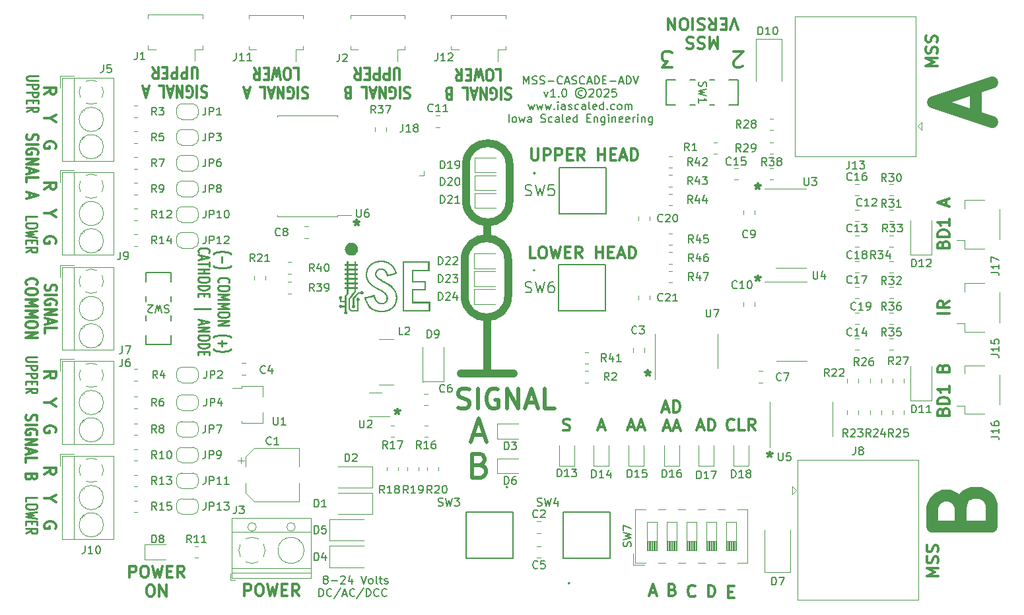
<source format=gto>
G04 #@! TF.GenerationSoftware,KiCad,Pcbnew,6.0.10-86aedd382b~118~ubuntu18.04.1*
G04 #@! TF.CreationDate,2024-12-06T10:37:32-07:00*
G04 #@! TF.ProjectId,mss-cascade-adv,6d73732d-6361-4736-9361-64652d616476,rev?*
G04 #@! TF.SameCoordinates,Original*
G04 #@! TF.FileFunction,Legend,Top*
G04 #@! TF.FilePolarity,Positive*
%FSLAX46Y46*%
G04 Gerber Fmt 4.6, Leading zero omitted, Abs format (unit mm)*
G04 Created by KiCad (PCBNEW 6.0.10-86aedd382b~118~ubuntu18.04.1) date 2024-12-06 10:37:32*
%MOMM*%
%LPD*%
G01*
G04 APERTURE LIST*
%ADD10C,1.016000*%
%ADD11C,0.000000*%
%ADD12C,0.300000*%
%ADD13C,0.152400*%
%ADD14C,0.254000*%
%ADD15C,0.508000*%
%ADD16C,1.524000*%
%ADD17C,0.150000*%
%ADD18C,0.120000*%
%ADD19C,0.127000*%
%ADD20C,0.200000*%
G04 APERTURE END LIST*
D10*
X88821500Y-135255000D02*
X88821500Y-139827000D01*
D11*
G36*
X69899161Y-151461568D02*
G01*
X69914028Y-151463337D01*
X69928811Y-151466006D01*
X69943398Y-151469549D01*
X69957680Y-151473934D01*
X69971545Y-151479134D01*
X69984883Y-151485120D01*
X69997583Y-151491862D01*
X70009535Y-151499331D01*
X70020628Y-151507500D01*
X70025817Y-151511837D01*
X70030751Y-151516338D01*
X70035415Y-151520999D01*
X70039795Y-151525817D01*
X70048545Y-151536362D01*
X70056545Y-151547208D01*
X70063800Y-151558325D01*
X70070314Y-151569684D01*
X70076094Y-151581254D01*
X70081146Y-151593005D01*
X70085474Y-151604908D01*
X70089084Y-151616933D01*
X70091983Y-151629049D01*
X70094175Y-151641228D01*
X70095666Y-151653439D01*
X70096461Y-151665653D01*
X70096567Y-151677839D01*
X70095988Y-151689968D01*
X70094730Y-151702010D01*
X70092800Y-151713935D01*
X70090201Y-151725714D01*
X70086941Y-151737315D01*
X70083024Y-151748711D01*
X70078456Y-151759870D01*
X70073242Y-151770762D01*
X70067389Y-151781359D01*
X70060901Y-151791630D01*
X70053785Y-151801546D01*
X70046045Y-151811075D01*
X70037688Y-151820190D01*
X70028718Y-151828859D01*
X70019142Y-151837053D01*
X70008965Y-151844743D01*
X69998193Y-151851897D01*
X69986830Y-151858487D01*
X69974884Y-151864483D01*
X69964949Y-151868700D01*
X69954508Y-151872355D01*
X69943633Y-151875447D01*
X69932396Y-151877977D01*
X69920870Y-151879945D01*
X69909126Y-151881351D01*
X69897238Y-151882194D01*
X69885278Y-151882475D01*
X69873318Y-151882194D01*
X69861430Y-151881351D01*
X69849686Y-151879945D01*
X69838160Y-151877977D01*
X69826923Y-151875447D01*
X69816048Y-151872355D01*
X69805607Y-151868700D01*
X69795673Y-151864483D01*
X69789038Y-151861037D01*
X69781917Y-151856856D01*
X69774437Y-151852048D01*
X69766723Y-151846723D01*
X69758901Y-151840989D01*
X69751098Y-151834954D01*
X69743440Y-151828726D01*
X69736053Y-151822415D01*
X69729063Y-151816128D01*
X69722595Y-151809975D01*
X69716777Y-151804064D01*
X69711733Y-151798503D01*
X69707591Y-151793401D01*
X69705898Y-151791056D01*
X69704477Y-151788867D01*
X69703344Y-151786846D01*
X69702515Y-151785008D01*
X69702007Y-151783366D01*
X69701834Y-151781934D01*
X69701110Y-151781281D01*
X69698985Y-151780648D01*
X69690820Y-151779453D01*
X69677909Y-151778374D01*
X69660823Y-151777436D01*
X69640132Y-151776663D01*
X69616406Y-151776080D01*
X69562134Y-151775584D01*
X69422434Y-151775584D01*
X69167023Y-152098022D01*
X68911612Y-152421167D01*
X68911612Y-153212800D01*
X68929956Y-153222678D01*
X68935767Y-153226130D01*
X68941784Y-153230352D01*
X68947947Y-153235271D01*
X68954198Y-153240813D01*
X68960479Y-153246905D01*
X68966729Y-153253473D01*
X68972890Y-153260444D01*
X68978904Y-153267745D01*
X68984711Y-153275303D01*
X68990252Y-153283043D01*
X68995469Y-153290893D01*
X69000302Y-153298779D01*
X69004693Y-153306627D01*
X69008583Y-153314365D01*
X69011912Y-153321920D01*
X69014623Y-153329216D01*
X69017534Y-153339344D01*
X69019923Y-153350077D01*
X69021794Y-153361311D01*
X69023155Y-153372939D01*
X69024012Y-153384857D01*
X69024371Y-153396958D01*
X69024238Y-153409139D01*
X69023619Y-153421292D01*
X69022520Y-153433313D01*
X69020948Y-153445096D01*
X69018909Y-153456536D01*
X69016409Y-153467528D01*
X69013454Y-153477965D01*
X69010050Y-153487744D01*
X69006205Y-153496757D01*
X69001923Y-153504900D01*
X68993754Y-153517856D01*
X68985123Y-153529998D01*
X68976031Y-153541324D01*
X68966480Y-153551830D01*
X68956469Y-153561514D01*
X68946001Y-153570372D01*
X68935075Y-153578401D01*
X68923694Y-153585598D01*
X68911858Y-153591960D01*
X68899569Y-153597484D01*
X68886827Y-153602166D01*
X68873633Y-153606004D01*
X68859988Y-153608995D01*
X68845894Y-153611135D01*
X68831352Y-153612421D01*
X68816361Y-153612850D01*
X68805077Y-153612588D01*
X68793986Y-153611807D01*
X68783098Y-153610519D01*
X68772425Y-153608734D01*
X68761979Y-153606465D01*
X68751769Y-153603721D01*
X68741806Y-153600514D01*
X68732103Y-153596854D01*
X68722669Y-153592753D01*
X68713516Y-153588222D01*
X68704655Y-153583272D01*
X68696096Y-153577913D01*
X68687851Y-153572157D01*
X68679931Y-153566014D01*
X68672346Y-153559496D01*
X68665108Y-153552613D01*
X68658228Y-153545377D01*
X68651716Y-153537799D01*
X68645583Y-153529889D01*
X68639842Y-153521658D01*
X68634502Y-153513118D01*
X68629574Y-153504280D01*
X68625070Y-153495154D01*
X68621000Y-153485751D01*
X68617376Y-153476082D01*
X68614208Y-153466159D01*
X68611507Y-153455993D01*
X68609285Y-153445593D01*
X68607552Y-153434972D01*
X68606320Y-153424141D01*
X68605599Y-153413109D01*
X68605400Y-153401889D01*
X68605674Y-153389634D01*
X68606497Y-153377732D01*
X68607875Y-153366173D01*
X68609810Y-153354947D01*
X68612308Y-153344044D01*
X68615372Y-153333453D01*
X68619007Y-153323163D01*
X68623216Y-153313165D01*
X68628004Y-153303449D01*
X68633375Y-153294002D01*
X68639333Y-153284817D01*
X68645882Y-153275881D01*
X68653026Y-153267186D01*
X68660770Y-153258719D01*
X68669118Y-153250472D01*
X68678073Y-153242434D01*
X68714056Y-153211389D01*
X68714056Y-152345672D01*
X69019562Y-151959028D01*
X69324361Y-151571678D01*
X69511334Y-151570972D01*
X69698306Y-151570267D01*
X69717356Y-151542750D01*
X69721941Y-151536461D01*
X69726947Y-151530304D01*
X69732350Y-151524295D01*
X69738126Y-151518453D01*
X69744248Y-151512791D01*
X69750693Y-151507329D01*
X69757436Y-151502081D01*
X69764452Y-151497065D01*
X69771715Y-151492297D01*
X69779202Y-151487794D01*
X69786887Y-151483572D01*
X69794746Y-151479647D01*
X69802754Y-151476037D01*
X69810886Y-151472757D01*
X69819117Y-151469825D01*
X69827423Y-151467256D01*
X69834173Y-151465538D01*
X69841055Y-151464084D01*
X69855156Y-151461959D01*
X69869614Y-151460850D01*
X69884319Y-151460729D01*
X69899161Y-151461568D01*
G37*
D10*
X85979000Y-155067000D02*
X85979000Y-161798000D01*
X83233500Y-139827000D02*
G75*
G03*
X88821500Y-139827000I2794000J0D01*
G01*
D11*
G36*
X67712167Y-150562028D02*
G01*
X67712167Y-150336250D01*
X67966167Y-150336250D01*
X68163723Y-150336250D01*
X68932778Y-150336250D01*
X68932778Y-149962306D01*
X68163723Y-149962306D01*
X68163723Y-150336250D01*
X67966167Y-150336250D01*
X67966167Y-149962306D01*
X67712167Y-149962306D01*
X67712167Y-149736528D01*
X67966167Y-149736528D01*
X68163723Y-149736528D01*
X68932778Y-149736528D01*
X68932778Y-149362584D01*
X68163723Y-149362584D01*
X68163723Y-149736528D01*
X67966167Y-149736528D01*
X67966167Y-149362584D01*
X67712167Y-149362584D01*
X67712167Y-149143861D01*
X67966167Y-149143861D01*
X68163723Y-149143861D01*
X68932778Y-149143861D01*
X68932778Y-148769917D01*
X68163723Y-148769917D01*
X68163723Y-149143861D01*
X67966167Y-149143861D01*
X67966167Y-148769917D01*
X67712167Y-148769917D01*
X67712167Y-148544139D01*
X67966167Y-148544139D01*
X68163723Y-148544139D01*
X68932778Y-148544139D01*
X68932778Y-148170195D01*
X68163723Y-148170195D01*
X68163723Y-148544139D01*
X67966167Y-148544139D01*
X67966167Y-148170195D01*
X67712167Y-148170195D01*
X67712167Y-147951473D01*
X67966167Y-147951473D01*
X67966167Y-147598695D01*
X68163723Y-147598695D01*
X68163723Y-147951473D01*
X68932778Y-147951473D01*
X68932778Y-147598695D01*
X69130334Y-147598695D01*
X69130334Y-147951473D01*
X69384334Y-147951473D01*
X69384334Y-148170195D01*
X69130334Y-148170195D01*
X69130334Y-148544139D01*
X69384334Y-148544139D01*
X69384334Y-148769917D01*
X69130334Y-148769917D01*
X69130334Y-149143861D01*
X69384334Y-149143861D01*
X69384334Y-149362584D01*
X69130334Y-149362584D01*
X69130334Y-149736528D01*
X69384334Y-149736528D01*
X69384334Y-149962306D01*
X69130334Y-149962306D01*
X69130334Y-150336250D01*
X69384334Y-150336250D01*
X69384334Y-150562028D01*
X69130334Y-150562028D01*
X69130334Y-150928917D01*
X69384334Y-150928917D01*
X69384334Y-151161751D01*
X69130334Y-151161751D01*
X69130334Y-151490539D01*
X68738750Y-151985133D01*
X68347167Y-152480433D01*
X68347167Y-153592389D01*
X68618806Y-153864028D01*
X69285556Y-153864028D01*
X69285556Y-153279122D01*
X69285528Y-153088855D01*
X69285463Y-153011522D01*
X69285335Y-152944965D01*
X69285242Y-152915472D01*
X69285125Y-152888367D01*
X69284983Y-152863547D01*
X69284812Y-152840910D01*
X69284610Y-152820355D01*
X69284374Y-152801778D01*
X69284103Y-152785078D01*
X69283792Y-152770152D01*
X69283440Y-152756899D01*
X69283044Y-152745215D01*
X69282602Y-152735000D01*
X69282363Y-152730410D01*
X69282111Y-152726150D01*
X69281846Y-152722205D01*
X69281568Y-152718564D01*
X69281276Y-152715212D01*
X69280970Y-152712139D01*
X69280651Y-152709330D01*
X69280316Y-152706773D01*
X69279967Y-152704455D01*
X69279603Y-152702364D01*
X69279223Y-152700486D01*
X69278827Y-152698809D01*
X69278415Y-152697321D01*
X69277987Y-152696008D01*
X69277542Y-152694857D01*
X69277080Y-152693856D01*
X69276600Y-152692993D01*
X69276103Y-152692253D01*
X69275587Y-152691625D01*
X69275053Y-152691096D01*
X69274500Y-152690653D01*
X69273929Y-152690282D01*
X69273338Y-152689973D01*
X69272727Y-152689711D01*
X69271445Y-152689278D01*
X69269115Y-152688386D01*
X69266633Y-152687174D01*
X69261258Y-152683853D01*
X69255421Y-152679438D01*
X69249220Y-152674053D01*
X69242754Y-152667821D01*
X69236123Y-152660864D01*
X69229426Y-152653306D01*
X69222762Y-152645269D01*
X69216230Y-152636876D01*
X69209929Y-152628251D01*
X69203960Y-152619517D01*
X69198420Y-152610796D01*
X69193409Y-152602211D01*
X69189027Y-152593886D01*
X69185373Y-152585943D01*
X69182545Y-152578506D01*
X69179518Y-152568356D01*
X69177046Y-152557793D01*
X69175125Y-152546885D01*
X69173747Y-152535699D01*
X69172907Y-152524302D01*
X69172598Y-152512761D01*
X69172814Y-152501144D01*
X69173549Y-152489518D01*
X69174796Y-152477949D01*
X69176550Y-152466506D01*
X69178804Y-152455255D01*
X69181553Y-152444263D01*
X69184789Y-152433598D01*
X69188506Y-152423326D01*
X69192699Y-152413516D01*
X69197361Y-152404234D01*
X69201890Y-152396150D01*
X69206502Y-152388544D01*
X69211232Y-152381384D01*
X69216114Y-152374633D01*
X69221182Y-152368259D01*
X69226470Y-152362227D01*
X69232012Y-152356502D01*
X69237843Y-152351052D01*
X69243996Y-152345841D01*
X69250505Y-152340837D01*
X69257406Y-152336003D01*
X69264731Y-152331307D01*
X69272515Y-152326715D01*
X69280792Y-152322192D01*
X69289596Y-152317704D01*
X69298961Y-152313217D01*
X69310289Y-152308241D01*
X69315450Y-152306171D01*
X69320393Y-152304364D01*
X69325203Y-152302810D01*
X69329967Y-152301496D01*
X69334773Y-152300412D01*
X69339707Y-152299547D01*
X69344856Y-152298887D01*
X69350307Y-152298423D01*
X69356147Y-152298144D01*
X69362462Y-152298036D01*
X69369339Y-152298090D01*
X69376865Y-152298294D01*
X69394211Y-152299105D01*
X69406268Y-152299903D01*
X69417605Y-152300988D01*
X69428281Y-152302383D01*
X69438353Y-152304110D01*
X69447879Y-152306194D01*
X69456918Y-152308655D01*
X69465526Y-152311518D01*
X69473763Y-152314804D01*
X69481685Y-152318537D01*
X69489351Y-152322739D01*
X69496819Y-152327433D01*
X69504146Y-152332642D01*
X69511390Y-152338388D01*
X69518610Y-152344694D01*
X69525862Y-152351583D01*
X69533206Y-152359078D01*
X69541072Y-152367570D01*
X69548282Y-152375888D01*
X69554854Y-152384089D01*
X69560811Y-152392228D01*
X69566172Y-152400363D01*
X69570959Y-152408551D01*
X69575191Y-152416848D01*
X69578891Y-152425312D01*
X69582077Y-152433999D01*
X69584772Y-152442966D01*
X69586996Y-152452270D01*
X69588768Y-152461968D01*
X69590111Y-152472116D01*
X69591045Y-152482772D01*
X69591590Y-152493992D01*
X69591767Y-152505833D01*
X69591617Y-152519346D01*
X69590899Y-152532373D01*
X69589606Y-152544927D01*
X69587732Y-152557019D01*
X69585271Y-152568661D01*
X69582217Y-152579863D01*
X69578564Y-152590638D01*
X69574304Y-152600996D01*
X69569433Y-152610948D01*
X69566767Y-152615776D01*
X69563944Y-152620507D01*
X69560966Y-152625143D01*
X69557831Y-152629684D01*
X69551087Y-152638489D01*
X69543707Y-152646935D01*
X69535684Y-152655033D01*
X69527011Y-152662793D01*
X69517684Y-152670228D01*
X69483817Y-152696334D01*
X69483817Y-153378605D01*
X69483111Y-154061583D01*
X68534139Y-154061583D01*
X68342228Y-153869673D01*
X68149612Y-153677056D01*
X68149612Y-152404234D01*
X68541195Y-151908934D01*
X68932778Y-151414339D01*
X68932778Y-151161751D01*
X68163723Y-151161751D01*
X68163723Y-151484189D01*
X68163017Y-151807333D01*
X68036723Y-151966083D01*
X67910428Y-152124833D01*
X67909723Y-153070278D01*
X67909723Y-154015722D01*
X67945000Y-154046062D01*
X67954545Y-154054534D01*
X67963346Y-154063043D01*
X67971422Y-154071624D01*
X67978790Y-154080314D01*
X67985467Y-154089148D01*
X67991472Y-154098163D01*
X67996821Y-154107396D01*
X68001533Y-154116881D01*
X68005625Y-154126656D01*
X68009114Y-154136757D01*
X68012018Y-154147219D01*
X68014354Y-154158079D01*
X68016141Y-154169373D01*
X68017396Y-154181138D01*
X68018136Y-154193409D01*
X68018378Y-154206222D01*
X68018457Y-154222761D01*
X68018333Y-154230057D01*
X68018081Y-154236804D01*
X68017683Y-154243080D01*
X68017126Y-154248961D01*
X68016392Y-154254524D01*
X68015468Y-154259845D01*
X68014337Y-154265000D01*
X68012983Y-154270067D01*
X68011392Y-154275121D01*
X68009548Y-154280239D01*
X68007435Y-154285498D01*
X68005037Y-154290974D01*
X68002340Y-154296743D01*
X67999328Y-154302883D01*
X67992004Y-154316615D01*
X67984057Y-154329498D01*
X67975494Y-154341526D01*
X67966321Y-154352691D01*
X67956545Y-154362988D01*
X67946172Y-154372411D01*
X67935207Y-154380953D01*
X67923657Y-154388608D01*
X67911529Y-154395371D01*
X67898828Y-154401234D01*
X67885561Y-154406192D01*
X67871733Y-154410238D01*
X67857351Y-154413367D01*
X67842422Y-154415571D01*
X67826951Y-154416845D01*
X67810945Y-154417183D01*
X67798357Y-154416950D01*
X67786239Y-154416241D01*
X67774569Y-154415044D01*
X67763320Y-154413347D01*
X67752468Y-154411137D01*
X67741988Y-154408402D01*
X67731855Y-154405130D01*
X67722045Y-154401308D01*
X67712532Y-154396924D01*
X67703293Y-154391965D01*
X67694301Y-154386419D01*
X67685532Y-154380274D01*
X67676962Y-154373517D01*
X67668566Y-154366135D01*
X67660318Y-154358117D01*
X67652195Y-154349450D01*
X67644826Y-154340862D01*
X67638059Y-154332272D01*
X67631883Y-154323644D01*
X67626288Y-154314944D01*
X67621263Y-154306137D01*
X67616799Y-154297187D01*
X67612884Y-154288059D01*
X67609509Y-154278718D01*
X67606663Y-154269130D01*
X67604336Y-154259258D01*
X67602517Y-154249067D01*
X67601197Y-154238524D01*
X67600364Y-154227591D01*
X67600009Y-154216235D01*
X67600121Y-154204420D01*
X67600689Y-154192111D01*
X67601747Y-154180222D01*
X67603331Y-154168635D01*
X67605438Y-154157354D01*
X67608065Y-154146383D01*
X67611208Y-154135725D01*
X67614865Y-154125387D01*
X67619033Y-154115370D01*
X67623708Y-154105681D01*
X67628888Y-154096322D01*
X67634568Y-154087298D01*
X67640747Y-154078612D01*
X67647421Y-154070271D01*
X67654587Y-154062276D01*
X67662242Y-154054633D01*
X67670383Y-154047345D01*
X67679006Y-154040417D01*
X67712167Y-154015722D01*
X67712167Y-153504194D01*
X67348806Y-153504194D01*
X67317762Y-153540178D01*
X67308057Y-153550801D01*
X67297886Y-153560583D01*
X67287287Y-153569528D01*
X67276298Y-153577643D01*
X67264957Y-153584932D01*
X67253302Y-153591401D01*
X67241371Y-153597056D01*
X67229203Y-153601903D01*
X67216836Y-153605947D01*
X67204307Y-153609193D01*
X67191655Y-153611647D01*
X67178917Y-153613315D01*
X67166133Y-153614202D01*
X67153340Y-153614313D01*
X67140576Y-153613655D01*
X67127879Y-153612233D01*
X67115288Y-153610052D01*
X67102840Y-153607118D01*
X67090574Y-153603437D01*
X67078527Y-153599013D01*
X67066739Y-153593854D01*
X67055246Y-153587963D01*
X67044088Y-153581347D01*
X67033301Y-153574012D01*
X67022926Y-153565962D01*
X67012998Y-153557204D01*
X67003557Y-153547742D01*
X66994641Y-153537583D01*
X66986287Y-153526732D01*
X66978534Y-153515195D01*
X66971421Y-153502977D01*
X66964984Y-153490084D01*
X66961645Y-153482485D01*
X66958639Y-153474778D01*
X66955963Y-153466973D01*
X66953615Y-153459083D01*
X66951593Y-153451119D01*
X66949893Y-153443091D01*
X66948515Y-153435012D01*
X66947455Y-153426892D01*
X66946282Y-153410578D01*
X66946356Y-153394238D01*
X66947657Y-153377965D01*
X66950167Y-153361849D01*
X66953868Y-153345981D01*
X66958741Y-153330452D01*
X66964768Y-153315353D01*
X66971929Y-153300774D01*
X66975930Y-153293709D01*
X66980207Y-153286808D01*
X66984758Y-153280083D01*
X66989582Y-153273544D01*
X66994675Y-153267204D01*
X67000036Y-153261074D01*
X67005662Y-153255166D01*
X67011551Y-153249489D01*
X67019910Y-153242119D01*
X67028088Y-153235345D01*
X67036137Y-153229149D01*
X67044105Y-153223516D01*
X67052045Y-153218428D01*
X67060006Y-153213869D01*
X67068040Y-153209823D01*
X67076197Y-153206274D01*
X67084527Y-153203203D01*
X67093082Y-153200596D01*
X67101912Y-153198435D01*
X67111067Y-153196705D01*
X67120598Y-153195387D01*
X67130557Y-153194467D01*
X67140992Y-153193926D01*
X67151956Y-153193750D01*
X67165196Y-153193936D01*
X67177705Y-153194514D01*
X67189546Y-153195508D01*
X67200783Y-153196947D01*
X67211478Y-153198857D01*
X67221694Y-153201266D01*
X67231496Y-153204199D01*
X67240944Y-153207685D01*
X67250104Y-153211749D01*
X67259037Y-153216419D01*
X67267806Y-153221721D01*
X67276476Y-153227683D01*
X67285108Y-153234331D01*
X67293766Y-153241692D01*
X67302513Y-153249793D01*
X67311412Y-153258661D01*
X67352334Y-153299583D01*
X67712167Y-153299583D01*
X67712167Y-152897417D01*
X67056001Y-152897417D01*
X67056001Y-152491723D01*
X67020017Y-152460678D01*
X67008691Y-152450340D01*
X66998269Y-152439456D01*
X66988760Y-152428060D01*
X66980175Y-152416184D01*
X66972525Y-152403861D01*
X66965819Y-152391126D01*
X66960068Y-152378009D01*
X66955282Y-152364546D01*
X66951473Y-152350768D01*
X66948649Y-152336710D01*
X66946821Y-152322403D01*
X66946000Y-152307881D01*
X66946196Y-152293177D01*
X66947419Y-152278325D01*
X66949680Y-152263357D01*
X66952989Y-152248306D01*
X66958349Y-152230129D01*
X66964879Y-152212922D01*
X66968571Y-152204691D01*
X66972542Y-152196714D01*
X66976786Y-152188993D01*
X66981300Y-152181532D01*
X66986078Y-152174334D01*
X66991116Y-152167404D01*
X66996410Y-152160744D01*
X67001954Y-152154358D01*
X67007744Y-152148250D01*
X67013775Y-152142422D01*
X67020043Y-152136880D01*
X67026544Y-152131625D01*
X67033271Y-152126661D01*
X67040221Y-152121993D01*
X67047390Y-152117623D01*
X67054771Y-152113554D01*
X67062362Y-152109792D01*
X67070156Y-152106338D01*
X67078151Y-152103196D01*
X67086339Y-152100371D01*
X67094718Y-152097864D01*
X67103283Y-152095681D01*
X67120950Y-152092297D01*
X67139304Y-152090246D01*
X67158306Y-152089556D01*
X67166204Y-152089750D01*
X67174018Y-152090197D01*
X67181746Y-152090897D01*
X67189384Y-152091845D01*
X67196926Y-152093039D01*
X67204368Y-152094478D01*
X67211708Y-152096158D01*
X67218940Y-152098078D01*
X67226060Y-152100234D01*
X67233065Y-152102624D01*
X67239949Y-152105246D01*
X67246710Y-152108097D01*
X67253342Y-152111176D01*
X67259843Y-152114478D01*
X67266206Y-152118003D01*
X67272430Y-152121747D01*
X67278508Y-152125708D01*
X67284438Y-152129884D01*
X67290215Y-152134271D01*
X67295834Y-152138869D01*
X67301293Y-152143674D01*
X67306586Y-152148683D01*
X67311709Y-152153895D01*
X67316659Y-152159307D01*
X67321431Y-152164916D01*
X67326022Y-152170720D01*
X67330426Y-152176716D01*
X67334640Y-152182903D01*
X67338660Y-152189277D01*
X67342481Y-152195836D01*
X67346100Y-152202578D01*
X67349512Y-152209500D01*
X67353133Y-152217928D01*
X67356323Y-152227018D01*
X67359082Y-152236686D01*
X67361407Y-152246851D01*
X67363298Y-152257428D01*
X67364754Y-152268337D01*
X67365774Y-152279493D01*
X67366357Y-152290815D01*
X67366501Y-152302220D01*
X67366207Y-152313625D01*
X67365472Y-152324947D01*
X67364295Y-152336103D01*
X67362677Y-152347012D01*
X67360614Y-152357590D01*
X67358108Y-152367754D01*
X67355156Y-152377423D01*
X67352516Y-152384284D01*
X67349153Y-152391567D01*
X67345154Y-152399164D01*
X67340604Y-152406968D01*
X67335591Y-152414871D01*
X67330203Y-152422765D01*
X67324524Y-152430544D01*
X67318644Y-152438100D01*
X67312647Y-152445325D01*
X67306622Y-152452112D01*
X67300654Y-152458353D01*
X67294831Y-152463941D01*
X67289240Y-152468768D01*
X67283967Y-152472727D01*
X67281477Y-152474348D01*
X67279099Y-152475711D01*
X67276844Y-152476803D01*
X67274723Y-152477611D01*
X67272355Y-152478461D01*
X67270268Y-152479512D01*
X67268443Y-152480899D01*
X67266862Y-152482760D01*
X67265510Y-152485227D01*
X67264367Y-152488438D01*
X67263416Y-152492528D01*
X67262640Y-152497631D01*
X67262021Y-152503884D01*
X67261542Y-152511421D01*
X67260931Y-152530892D01*
X67260668Y-152557125D01*
X67260612Y-152591206D01*
X67260612Y-152699862D01*
X67712167Y-152699862D01*
X67712167Y-152049339D01*
X67839167Y-151889884D01*
X67966167Y-151729722D01*
X67966167Y-151161751D01*
X67712167Y-151161751D01*
X67712167Y-150928917D01*
X67966167Y-150928917D01*
X68163723Y-150928917D01*
X68932778Y-150928917D01*
X68932778Y-150562028D01*
X68163723Y-150562028D01*
X68163723Y-150928917D01*
X67966167Y-150928917D01*
X67966167Y-150562028D01*
X67712167Y-150562028D01*
G37*
D10*
X85979000Y-142748000D02*
X85979000Y-144399000D01*
X83058000Y-147447000D02*
X83058000Y-152019000D01*
X88821500Y-135255000D02*
G75*
G03*
X83233500Y-135255000I-2794000J0D01*
G01*
D11*
G36*
X68565184Y-145222208D02*
G01*
X68607782Y-145223555D01*
X68647469Y-145225713D01*
X68681468Y-145228632D01*
X68695466Y-145230361D01*
X68707000Y-145232262D01*
X68737748Y-145238643D01*
X68768070Y-145246141D01*
X68797953Y-145254747D01*
X68827386Y-145264453D01*
X68856356Y-145275250D01*
X68884850Y-145287130D01*
X68912857Y-145300085D01*
X68940363Y-145314106D01*
X68967357Y-145329186D01*
X68993825Y-145345316D01*
X69019757Y-145362488D01*
X69045138Y-145380693D01*
X69069957Y-145399924D01*
X69094202Y-145420171D01*
X69117859Y-145441427D01*
X69140917Y-145463684D01*
X69160752Y-145484164D01*
X69179776Y-145505120D01*
X69197988Y-145526550D01*
X69215386Y-145548450D01*
X69231970Y-145570817D01*
X69247738Y-145593648D01*
X69262690Y-145616940D01*
X69276825Y-145640690D01*
X69290141Y-145664895D01*
X69302637Y-145689551D01*
X69314312Y-145714656D01*
X69325166Y-145740207D01*
X69335198Y-145766199D01*
X69344405Y-145792631D01*
X69352788Y-145819499D01*
X69360345Y-145846800D01*
X69366836Y-145874202D01*
X69372290Y-145902603D01*
X69376710Y-145931859D01*
X69380100Y-145961828D01*
X69382466Y-145992368D01*
X69383810Y-146023335D01*
X69384137Y-146054588D01*
X69383452Y-146085984D01*
X69381757Y-146117379D01*
X69379059Y-146148632D01*
X69375359Y-146179600D01*
X69370663Y-146210140D01*
X69364976Y-146240109D01*
X69358300Y-146269365D01*
X69350640Y-146297765D01*
X69342000Y-146325167D01*
X69333506Y-146349108D01*
X69324417Y-146372529D01*
X69314715Y-146395456D01*
X69304385Y-146417915D01*
X69293411Y-146439931D01*
X69281775Y-146461531D01*
X69269460Y-146482740D01*
X69256452Y-146503584D01*
X69242732Y-146524090D01*
X69228285Y-146544282D01*
X69213093Y-146564187D01*
X69197141Y-146583830D01*
X69180412Y-146603238D01*
X69162889Y-146622436D01*
X69144555Y-146641450D01*
X69125395Y-146660306D01*
X69097398Y-146686252D01*
X69068700Y-146710647D01*
X69039295Y-146733494D01*
X69009177Y-146754795D01*
X68978339Y-146774555D01*
X68946776Y-146792775D01*
X68914482Y-146809460D01*
X68881449Y-146824612D01*
X68847672Y-146838235D01*
X68813145Y-146850331D01*
X68777862Y-146860903D01*
X68741815Y-146869955D01*
X68705000Y-146877490D01*
X68667409Y-146883511D01*
X68629038Y-146888021D01*
X68589878Y-146891023D01*
X68546153Y-146892351D01*
X68502610Y-146891327D01*
X68459331Y-146887982D01*
X68416400Y-146882346D01*
X68373898Y-146874449D01*
X68331909Y-146864320D01*
X68290516Y-146851990D01*
X68249800Y-146837489D01*
X68209846Y-146820846D01*
X68170734Y-146802091D01*
X68132549Y-146781255D01*
X68095372Y-146758367D01*
X68059287Y-146733458D01*
X68024376Y-146706557D01*
X67990721Y-146677695D01*
X67958406Y-146646900D01*
X67929014Y-146616255D01*
X67901437Y-146584663D01*
X67875684Y-146552153D01*
X67851768Y-146518754D01*
X67829700Y-146484495D01*
X67809491Y-146449405D01*
X67791153Y-146413514D01*
X67774697Y-146376849D01*
X67760134Y-146339440D01*
X67747477Y-146301316D01*
X67736735Y-146262506D01*
X67727921Y-146223038D01*
X67721046Y-146182942D01*
X67716121Y-146142246D01*
X67713157Y-146100980D01*
X67712167Y-146059172D01*
X67712923Y-146022699D01*
X67715175Y-145986590D01*
X67718894Y-145950880D01*
X67724055Y-145915603D01*
X67730632Y-145880793D01*
X67738598Y-145846485D01*
X67747926Y-145812712D01*
X67758591Y-145779508D01*
X67770564Y-145746908D01*
X67783821Y-145714946D01*
X67798334Y-145683655D01*
X67814077Y-145653071D01*
X67831024Y-145623226D01*
X67849148Y-145594155D01*
X67868422Y-145565893D01*
X67888821Y-145538473D01*
X67910317Y-145511929D01*
X67932884Y-145486296D01*
X67956496Y-145461608D01*
X67981126Y-145437898D01*
X68006747Y-145415201D01*
X68033334Y-145393552D01*
X68060860Y-145372983D01*
X68089298Y-145353529D01*
X68118621Y-145335225D01*
X68148804Y-145318104D01*
X68179819Y-145302201D01*
X68211641Y-145287549D01*
X68244243Y-145274183D01*
X68277598Y-145262136D01*
X68311679Y-145251444D01*
X68346462Y-145242140D01*
X68369061Y-145236826D01*
X68390735Y-145231909D01*
X68400439Y-145229806D01*
X68408969Y-145228051D01*
X68416011Y-145226725D01*
X68421250Y-145225912D01*
X68433281Y-145224588D01*
X68447709Y-145223522D01*
X68482369Y-145222141D01*
X68522454Y-145221720D01*
X68565184Y-145222208D01*
G37*
D10*
X83058000Y-152019000D02*
G75*
G03*
X88646000Y-152019000I2794000J0D01*
G01*
D11*
G36*
X78556556Y-147626917D02*
G01*
X78556556Y-148868695D01*
X76482222Y-148868695D01*
X76482222Y-150117528D01*
X78062667Y-150117528D01*
X78062667Y-151352250D01*
X76482222Y-151352250D01*
X76482222Y-152812750D01*
X78641223Y-152812750D01*
X78641223Y-154047472D01*
X75106389Y-154047472D01*
X75106389Y-153864028D01*
X75289833Y-153864028D01*
X78457778Y-153864028D01*
X78457778Y-152996195D01*
X76298777Y-152996195D01*
X76298777Y-151168806D01*
X77879222Y-151168806D01*
X77879222Y-150300973D01*
X76298777Y-150300973D01*
X76298777Y-148678195D01*
X78373111Y-148678195D01*
X78373111Y-147810362D01*
X75289833Y-147810362D01*
X75289833Y-153864028D01*
X75106389Y-153864028D01*
X75106389Y-147626917D01*
X78556556Y-147626917D01*
G37*
D10*
X83233500Y-135255000D02*
X83233500Y-139827000D01*
X82613500Y-162052000D02*
X89344500Y-162052000D01*
D11*
G36*
X70208720Y-152282260D02*
G01*
X70203312Y-152258101D01*
X70199910Y-152239337D01*
X70198722Y-152226667D01*
X70199023Y-152222835D01*
X70199956Y-152220789D01*
X70414191Y-152172028D01*
X70878259Y-152072005D01*
X71341666Y-151974230D01*
X71553917Y-151932216D01*
X71554827Y-151934629D01*
X71556431Y-151940540D01*
X71561325Y-151961233D01*
X71567808Y-151991053D01*
X71575084Y-152026761D01*
X71591714Y-152105012D01*
X71610630Y-152180192D01*
X71631801Y-152252254D01*
X71655197Y-152321154D01*
X71680789Y-152386846D01*
X71708545Y-152449284D01*
X71738437Y-152508424D01*
X71770434Y-152564218D01*
X71787213Y-152590847D01*
X71804507Y-152616623D01*
X71822312Y-152641540D01*
X71840625Y-152665592D01*
X71859441Y-152688774D01*
X71878758Y-152711081D01*
X71898571Y-152732505D01*
X71918877Y-152753042D01*
X71939671Y-152772687D01*
X71960951Y-152791432D01*
X71982712Y-152809274D01*
X72004950Y-152826205D01*
X72027663Y-152842221D01*
X72050845Y-152857315D01*
X72074494Y-152871482D01*
X72098606Y-152884716D01*
X72129397Y-152900046D01*
X72160383Y-152913755D01*
X72191565Y-152925843D01*
X72222938Y-152936310D01*
X72254502Y-152945158D01*
X72286253Y-152952384D01*
X72318191Y-152957990D01*
X72350313Y-152961975D01*
X72382616Y-152964340D01*
X72415100Y-152965084D01*
X72447761Y-152964208D01*
X72480598Y-152961711D01*
X72513609Y-152957593D01*
X72546791Y-152951855D01*
X72580142Y-152944496D01*
X72613662Y-152935517D01*
X72663051Y-152919074D01*
X72709831Y-152899188D01*
X72753921Y-152875972D01*
X72795243Y-152849538D01*
X72833716Y-152820000D01*
X72869261Y-152787470D01*
X72901799Y-152752061D01*
X72931250Y-152713884D01*
X72957533Y-152673054D01*
X72980571Y-152629682D01*
X73000283Y-152583881D01*
X73016589Y-152535764D01*
X73029410Y-152485444D01*
X73038666Y-152433033D01*
X73044279Y-152378644D01*
X73046167Y-152322389D01*
X73045567Y-152291314D01*
X73043751Y-152261011D01*
X73040693Y-152231412D01*
X73036366Y-152202445D01*
X73030746Y-152174040D01*
X73023806Y-152146127D01*
X73015520Y-152118636D01*
X73005862Y-152091496D01*
X72994807Y-152064637D01*
X72982329Y-152037990D01*
X72968402Y-152011482D01*
X72953000Y-151985045D01*
X72936098Y-151958608D01*
X72917669Y-151932101D01*
X72897688Y-151905453D01*
X72876128Y-151878594D01*
X72847064Y-151844704D01*
X72816426Y-151811597D01*
X72783712Y-151778932D01*
X72748422Y-151746369D01*
X72710057Y-151713566D01*
X72668116Y-151680182D01*
X72622098Y-151645876D01*
X72571504Y-151610307D01*
X72454586Y-151534016D01*
X72313359Y-151448581D01*
X72143822Y-151351272D01*
X71941973Y-151239362D01*
X71778803Y-151149205D01*
X71638330Y-151069896D01*
X71517056Y-150999252D01*
X71411483Y-150935091D01*
X71318114Y-150875229D01*
X71233452Y-150817483D01*
X71153998Y-150759672D01*
X71076256Y-150699611D01*
X71035079Y-150665539D01*
X70989991Y-150625870D01*
X70942770Y-150582347D01*
X70895193Y-150536716D01*
X70849038Y-150490722D01*
X70806083Y-150446108D01*
X70768106Y-150404619D01*
X70751539Y-150385592D01*
X70736884Y-150368001D01*
X70691654Y-150309495D01*
X70649618Y-150250097D01*
X70610761Y-150189759D01*
X70575069Y-150128431D01*
X70542527Y-150066066D01*
X70513121Y-150002615D01*
X70486836Y-149938029D01*
X70463657Y-149872259D01*
X70443571Y-149805258D01*
X70426563Y-149736976D01*
X70412619Y-149667365D01*
X70401723Y-149596376D01*
X70393861Y-149523961D01*
X70389020Y-149450071D01*
X70387184Y-149374658D01*
X70388339Y-149297673D01*
X70392656Y-149212178D01*
X70399522Y-149128725D01*
X70408941Y-149047306D01*
X70420916Y-148967913D01*
X70435450Y-148890538D01*
X70452546Y-148815172D01*
X70472208Y-148741806D01*
X70494437Y-148670434D01*
X70519238Y-148601045D01*
X70546614Y-148533633D01*
X70576567Y-148468189D01*
X70609101Y-148404704D01*
X70644219Y-148343170D01*
X70681923Y-148283580D01*
X70722218Y-148225924D01*
X70765106Y-148170195D01*
X70776673Y-148156328D01*
X70789807Y-148141314D01*
X70819974Y-148108613D01*
X70853994Y-148073630D01*
X70890254Y-148037903D01*
X70927143Y-148002970D01*
X70963048Y-147970368D01*
X70996356Y-147941636D01*
X71011533Y-147929202D01*
X71025456Y-147918312D01*
X71078300Y-147880503D01*
X71133091Y-147844609D01*
X71189789Y-147810641D01*
X71248357Y-147778612D01*
X71308756Y-147748534D01*
X71370948Y-147720420D01*
X71434895Y-147694282D01*
X71500559Y-147670133D01*
X71567902Y-147647984D01*
X71636885Y-147627849D01*
X71707469Y-147609739D01*
X71779618Y-147593668D01*
X71853291Y-147579647D01*
X71928453Y-147567689D01*
X72005063Y-147557806D01*
X72083084Y-147550012D01*
X72130458Y-147547203D01*
X72192070Y-147545139D01*
X72263042Y-147543835D01*
X72338495Y-147543309D01*
X72413551Y-147543576D01*
X72483332Y-147544654D01*
X72542960Y-147546558D01*
X72587556Y-147549306D01*
X72743191Y-147568564D01*
X72893269Y-147597402D01*
X72966167Y-147615370D01*
X73037607Y-147635679D01*
X73107567Y-147658312D01*
X73176022Y-147683251D01*
X73242951Y-147710479D01*
X73308331Y-147739977D01*
X73372138Y-147771727D01*
X73434351Y-147805712D01*
X73494945Y-147841914D01*
X73553898Y-147880315D01*
X73611188Y-147920898D01*
X73666791Y-147963644D01*
X73720685Y-148008535D01*
X73772846Y-148055554D01*
X73823252Y-148104683D01*
X73871881Y-148155905D01*
X73918708Y-148209200D01*
X73963711Y-148264552D01*
X74006868Y-148321943D01*
X74048155Y-148381354D01*
X74087550Y-148442769D01*
X74125029Y-148506169D01*
X74160571Y-148571535D01*
X74194151Y-148638852D01*
X74225748Y-148708100D01*
X74255338Y-148779262D01*
X74308406Y-148927256D01*
X74319773Y-148963442D01*
X74331744Y-149004150D01*
X74343666Y-149046827D01*
X74354884Y-149088916D01*
X74364747Y-149127864D01*
X74372600Y-149161114D01*
X74377791Y-149186113D01*
X74379184Y-149194720D01*
X74379667Y-149200306D01*
X74377896Y-149202220D01*
X74372413Y-149205104D01*
X74349284Y-149214086D01*
X74247199Y-149247049D01*
X74057008Y-149304089D01*
X73762306Y-149390100D01*
X73522130Y-149459531D01*
X73325214Y-149515865D01*
X73191798Y-149553414D01*
X73155228Y-149563366D01*
X73142123Y-149566489D01*
X73140924Y-149564011D01*
X73138485Y-149557912D01*
X73130481Y-149536503D01*
X73119302Y-149505569D01*
X73106139Y-149468417D01*
X73075525Y-149384900D01*
X73044220Y-149306794D01*
X73012143Y-149234002D01*
X72979216Y-149166428D01*
X72945359Y-149103977D01*
X72910492Y-149046551D01*
X72892655Y-149019693D01*
X72874536Y-148994056D01*
X72856124Y-148969627D01*
X72837411Y-148946394D01*
X72818385Y-148924346D01*
X72799037Y-148903470D01*
X72779357Y-148883755D01*
X72759335Y-148865188D01*
X72738961Y-148847757D01*
X72718226Y-148831451D01*
X72697118Y-148816257D01*
X72675629Y-148802163D01*
X72653748Y-148789158D01*
X72631465Y-148777229D01*
X72608771Y-148766364D01*
X72585656Y-148756551D01*
X72562108Y-148747779D01*
X72538120Y-148740035D01*
X72513680Y-148733307D01*
X72488778Y-148727584D01*
X72472123Y-148724343D01*
X72454290Y-148721500D01*
X72435459Y-148719055D01*
X72415808Y-148717011D01*
X72374763Y-148714127D01*
X72332586Y-148712855D01*
X72290706Y-148713204D01*
X72250554Y-148715182D01*
X72231573Y-148716784D01*
X72213561Y-148718796D01*
X72196695Y-148721220D01*
X72181156Y-148724056D01*
X72135663Y-148735154D01*
X72092840Y-148748873D01*
X72052680Y-148765224D01*
X72015174Y-148784216D01*
X71997414Y-148794705D01*
X71980314Y-148805857D01*
X71963873Y-148817675D01*
X71948091Y-148830158D01*
X71932966Y-148843308D01*
X71918498Y-148857127D01*
X71904684Y-148871616D01*
X71891525Y-148886775D01*
X71879019Y-148902605D01*
X71867166Y-148919109D01*
X71855963Y-148936287D01*
X71845411Y-148954140D01*
X71826252Y-148991877D01*
X71809681Y-149032329D01*
X71795690Y-149075505D01*
X71784270Y-149121415D01*
X71775413Y-149170067D01*
X71769111Y-149221473D01*
X71767295Y-149242927D01*
X71766089Y-149263428D01*
X71765510Y-149283066D01*
X71765573Y-149301928D01*
X71766293Y-149320104D01*
X71767685Y-149337682D01*
X71769766Y-149354753D01*
X71772551Y-149371403D01*
X71776055Y-149387723D01*
X71780294Y-149403801D01*
X71785284Y-149419726D01*
X71791039Y-149435587D01*
X71797576Y-149451472D01*
X71804909Y-149467472D01*
X71813055Y-149483674D01*
X71822028Y-149500167D01*
X71833399Y-149519392D01*
X71846086Y-149538711D01*
X71860100Y-149558133D01*
X71875452Y-149577668D01*
X71892152Y-149597327D01*
X71910209Y-149617121D01*
X71929635Y-149637060D01*
X71950439Y-149657153D01*
X71972633Y-149677412D01*
X71996226Y-149697847D01*
X72021229Y-149718467D01*
X72047652Y-149739284D01*
X72075505Y-149760308D01*
X72104799Y-149781549D01*
X72135544Y-149803017D01*
X72167750Y-149824723D01*
X72213249Y-149854421D01*
X72258954Y-149883184D01*
X72307587Y-149912593D01*
X72361866Y-149944226D01*
X72498248Y-150020481D01*
X72689861Y-150124584D01*
X72820930Y-150195347D01*
X72933543Y-150256909D01*
X73030678Y-150310979D01*
X73115312Y-150359269D01*
X73190420Y-150403492D01*
X73258980Y-150445358D01*
X73323968Y-150486579D01*
X73388361Y-150528867D01*
X73510451Y-150613892D01*
X73624379Y-150700275D01*
X73730252Y-150788184D01*
X73828176Y-150877786D01*
X73918258Y-150969248D01*
X74000603Y-151062738D01*
X74075319Y-151158423D01*
X74142512Y-151256471D01*
X74202289Y-151357049D01*
X74254755Y-151460324D01*
X74300017Y-151566465D01*
X74338183Y-151675637D01*
X74369357Y-151788010D01*
X74393647Y-151903749D01*
X74411159Y-152023024D01*
X74422000Y-152146000D01*
X74425024Y-152221580D01*
X74425153Y-152299525D01*
X74422472Y-152378892D01*
X74417061Y-152458738D01*
X74409005Y-152538121D01*
X74398386Y-152616099D01*
X74385286Y-152691728D01*
X74369789Y-152764067D01*
X74333690Y-152895345D01*
X74288763Y-153021041D01*
X74235208Y-153140977D01*
X74173226Y-153254979D01*
X74103016Y-153362871D01*
X74024781Y-153464477D01*
X73938719Y-153559621D01*
X73845032Y-153648128D01*
X73743920Y-153729822D01*
X73635584Y-153804527D01*
X73520224Y-153872068D01*
X73398041Y-153932268D01*
X73269235Y-153984953D01*
X73134006Y-154029946D01*
X72992555Y-154067072D01*
X72845084Y-154096155D01*
X72738830Y-154111494D01*
X72629525Y-154123088D01*
X72518617Y-154130895D01*
X72407551Y-154134873D01*
X72297775Y-154134982D01*
X72190736Y-154131180D01*
X72087881Y-154123426D01*
X72038474Y-154118054D01*
X71990656Y-154111678D01*
X71875887Y-154091794D01*
X71764424Y-154066546D01*
X71656280Y-154035941D01*
X71551470Y-153999991D01*
X71450009Y-153958703D01*
X71351911Y-153912087D01*
X71257190Y-153860153D01*
X71165862Y-153802909D01*
X71077940Y-153740366D01*
X70993439Y-153672531D01*
X70912373Y-153599416D01*
X70834758Y-153521029D01*
X70760606Y-153437378D01*
X70689934Y-153348475D01*
X70622755Y-153254327D01*
X70559084Y-153154945D01*
X70535504Y-153114370D01*
X70508956Y-153065692D01*
X70480639Y-153011325D01*
X70451751Y-152953685D01*
X70423492Y-152895184D01*
X70397059Y-152838238D01*
X70373653Y-152785261D01*
X70354472Y-152738667D01*
X70327431Y-152666871D01*
X70299274Y-152585914D01*
X70271662Y-152501385D01*
X70246258Y-152418874D01*
X70231397Y-152367184D01*
X70427616Y-152367184D01*
X70427850Y-152370631D01*
X70428547Y-152374963D01*
X70429722Y-152380301D01*
X70431388Y-152386765D01*
X70433561Y-152394477D01*
X70439484Y-152414126D01*
X70447606Y-152440217D01*
X70465948Y-152496802D01*
X70485235Y-152552743D01*
X70505435Y-152607975D01*
X70526518Y-152662434D01*
X70548453Y-152716053D01*
X70571208Y-152768767D01*
X70594753Y-152820512D01*
X70619056Y-152871223D01*
X70644087Y-152920834D01*
X70669815Y-152969280D01*
X70696208Y-153016496D01*
X70723236Y-153062417D01*
X70750867Y-153106979D01*
X70779071Y-153150114D01*
X70807817Y-153191760D01*
X70837073Y-153231850D01*
X70898311Y-153309375D01*
X70962185Y-153382417D01*
X71028717Y-153450990D01*
X71097930Y-153515109D01*
X71169847Y-153574787D01*
X71244490Y-153630040D01*
X71321882Y-153680881D01*
X71402046Y-153727327D01*
X71485005Y-153769389D01*
X71570782Y-153807085D01*
X71659398Y-153840427D01*
X71750877Y-153869430D01*
X71845242Y-153894109D01*
X71942516Y-153914478D01*
X72042720Y-153930552D01*
X72145878Y-153942344D01*
X72201620Y-153945934D01*
X72269417Y-153947779D01*
X72345382Y-153947987D01*
X72425631Y-153946666D01*
X72506277Y-153943922D01*
X72583433Y-153939864D01*
X72653214Y-153934598D01*
X72711734Y-153928233D01*
X72794368Y-153915864D01*
X72874792Y-153901243D01*
X72953012Y-153884369D01*
X73029035Y-153865240D01*
X73102867Y-153843854D01*
X73174515Y-153820209D01*
X73243983Y-153794302D01*
X73311279Y-153766132D01*
X73376409Y-153735696D01*
X73439379Y-153702993D01*
X73500195Y-153668020D01*
X73558863Y-153630776D01*
X73615390Y-153591257D01*
X73669782Y-153549463D01*
X73722044Y-153505391D01*
X73772184Y-153459039D01*
X73818160Y-153412603D01*
X73861651Y-153364803D01*
X73902687Y-153315581D01*
X73941296Y-153264879D01*
X73977508Y-153212639D01*
X74011350Y-153158803D01*
X74042853Y-153103314D01*
X74072045Y-153046113D01*
X74098954Y-152987142D01*
X74123611Y-152926345D01*
X74146043Y-152863662D01*
X74166281Y-152799036D01*
X74184352Y-152732409D01*
X74200285Y-152663724D01*
X74214110Y-152592921D01*
X74225856Y-152519945D01*
X74228429Y-152498647D01*
X74230594Y-152472761D01*
X74233727Y-152409834D01*
X74235307Y-152336390D01*
X74235381Y-152257654D01*
X74234000Y-152178853D01*
X74231214Y-152105210D01*
X74227071Y-152041953D01*
X74221622Y-151994306D01*
X74214895Y-151955559D01*
X74206563Y-151913729D01*
X74196942Y-151870096D01*
X74186345Y-151825942D01*
X74175086Y-151782549D01*
X74163481Y-151741199D01*
X74151842Y-151703172D01*
X74140484Y-151669750D01*
X74129629Y-151641390D01*
X74117739Y-151612468D01*
X74104872Y-151583083D01*
X74091084Y-151553334D01*
X74076431Y-151523320D01*
X74060972Y-151493141D01*
X74027859Y-151432684D01*
X73992200Y-151372755D01*
X73954448Y-151314150D01*
X73934930Y-151285592D01*
X73915060Y-151257662D01*
X73894894Y-151230459D01*
X73874489Y-151204083D01*
X73860701Y-151187351D01*
X73844416Y-151168580D01*
X73805620Y-151126164D01*
X73760623Y-151079316D01*
X73711947Y-151030517D01*
X73662113Y-150982247D01*
X73613643Y-150936987D01*
X73569060Y-150897217D01*
X73530884Y-150865417D01*
X73443424Y-150798205D01*
X73356534Y-150735044D01*
X73265957Y-150673305D01*
X73167435Y-150610359D01*
X73056708Y-150543576D01*
X72929519Y-150470328D01*
X72781610Y-150387985D01*
X72608723Y-150293917D01*
X72434782Y-150199191D01*
X72289690Y-150118057D01*
X72226704Y-150081771D01*
X72169419Y-150047904D01*
X72117333Y-150016129D01*
X72069943Y-149986118D01*
X72026744Y-149957547D01*
X71987234Y-149930087D01*
X71950910Y-149903413D01*
X71917267Y-149877198D01*
X71885803Y-149851115D01*
X71856015Y-149824838D01*
X71827398Y-149798040D01*
X71799450Y-149770395D01*
X71772693Y-149742661D01*
X71747948Y-149715479D01*
X71725157Y-149688736D01*
X71704266Y-149662323D01*
X71685220Y-149636130D01*
X71667961Y-149610045D01*
X71652434Y-149583958D01*
X71638584Y-149557758D01*
X71626354Y-149531335D01*
X71615689Y-149504578D01*
X71606533Y-149477377D01*
X71598830Y-149449621D01*
X71592524Y-149421199D01*
X71587560Y-149392001D01*
X71583882Y-149361916D01*
X71581434Y-149330834D01*
X71579744Y-149281980D01*
X71580717Y-149233424D01*
X71584286Y-149185334D01*
X71590386Y-149137875D01*
X71598949Y-149091215D01*
X71609910Y-149045518D01*
X71623202Y-149000952D01*
X71638760Y-148957683D01*
X71656518Y-148915878D01*
X71676408Y-148875702D01*
X71698366Y-148837323D01*
X71722324Y-148800906D01*
X71748218Y-148766619D01*
X71775980Y-148734627D01*
X71805544Y-148705097D01*
X71820982Y-148691307D01*
X71836845Y-148678195D01*
X71883427Y-148644761D01*
X71933707Y-148615381D01*
X71987233Y-148590073D01*
X72043551Y-148568856D01*
X72102208Y-148551748D01*
X72162754Y-148538768D01*
X72224733Y-148529934D01*
X72287695Y-148525266D01*
X72351185Y-148524781D01*
X72414753Y-148528499D01*
X72477944Y-148536437D01*
X72540306Y-148548615D01*
X72601386Y-148565051D01*
X72660733Y-148585764D01*
X72717892Y-148610772D01*
X72772412Y-148640095D01*
X72788255Y-148650109D01*
X72805234Y-148662034D01*
X72823159Y-148675682D01*
X72841843Y-148690862D01*
X72861097Y-148707385D01*
X72880734Y-148725063D01*
X72900565Y-148743707D01*
X72920402Y-148763126D01*
X72940057Y-148783133D01*
X72959342Y-148803537D01*
X72978070Y-148824150D01*
X72996051Y-148844783D01*
X73013097Y-148865246D01*
X73029022Y-148885351D01*
X73043635Y-148904908D01*
X73056751Y-148923728D01*
X73078821Y-148958681D01*
X73101818Y-148997767D01*
X73125212Y-149039963D01*
X73148473Y-149084242D01*
X73171073Y-149129580D01*
X73192482Y-149174950D01*
X73212171Y-149219329D01*
X73229611Y-149261690D01*
X73233947Y-149272576D01*
X73237971Y-149282501D01*
X73241701Y-149291495D01*
X73245156Y-149299591D01*
X73248354Y-149306818D01*
X73251315Y-149313209D01*
X73252713Y-149316099D01*
X73254057Y-149318793D01*
X73255352Y-149321292D01*
X73256599Y-149323602D01*
X73257800Y-149325725D01*
X73258958Y-149327667D01*
X73260076Y-149329430D01*
X73261155Y-149331018D01*
X73262197Y-149332436D01*
X73263206Y-149333688D01*
X73264183Y-149334777D01*
X73265132Y-149335706D01*
X73266053Y-149336481D01*
X73266950Y-149337105D01*
X73267824Y-149337581D01*
X73268679Y-149337914D01*
X73269516Y-149338107D01*
X73270337Y-149338165D01*
X73271146Y-149338091D01*
X73271945Y-149337889D01*
X73709389Y-149210889D01*
X74014277Y-149122254D01*
X74109737Y-149093911D01*
X74136998Y-149085556D01*
X74148245Y-149081773D01*
X74149971Y-149080924D01*
X74151435Y-149079911D01*
X74152624Y-149078652D01*
X74153525Y-149077065D01*
X74154125Y-149075069D01*
X74154409Y-149072583D01*
X74154364Y-149069523D01*
X74153977Y-149065809D01*
X74153235Y-149061360D01*
X74152124Y-149056093D01*
X74148741Y-149042780D01*
X74143721Y-149025217D01*
X74136956Y-149002750D01*
X74122344Y-148957335D01*
X74106574Y-148912150D01*
X74089683Y-148867258D01*
X74071703Y-148822723D01*
X74052669Y-148778611D01*
X74032615Y-148734984D01*
X74011575Y-148691907D01*
X73989583Y-148649443D01*
X73966673Y-148607658D01*
X73942880Y-148566615D01*
X73918237Y-148526378D01*
X73892778Y-148487011D01*
X73866539Y-148448579D01*
X73839552Y-148411145D01*
X73811851Y-148374773D01*
X73783472Y-148339528D01*
X73770934Y-148324830D01*
X73756984Y-148309159D01*
X73725551Y-148275565D01*
X73690579Y-148240086D01*
X73653474Y-148204062D01*
X73615641Y-148168831D01*
X73578486Y-148135733D01*
X73543415Y-148106108D01*
X73527100Y-148093016D01*
X73511834Y-148081295D01*
X73466347Y-148048361D01*
X73419834Y-148017027D01*
X73372278Y-147987286D01*
X73323660Y-147959134D01*
X73273963Y-147932566D01*
X73223169Y-147907575D01*
X73171261Y-147884158D01*
X73118222Y-147862308D01*
X73064033Y-147842021D01*
X73008678Y-147823292D01*
X72952138Y-147806115D01*
X72894396Y-147790485D01*
X72835434Y-147776397D01*
X72775235Y-147763846D01*
X72713782Y-147752827D01*
X72651056Y-147743334D01*
X72604849Y-147738655D01*
X72542676Y-147734746D01*
X72469671Y-147731713D01*
X72390970Y-147729664D01*
X72311707Y-147728706D01*
X72237016Y-147728947D01*
X72172032Y-147730495D01*
X72121889Y-147733456D01*
X71960852Y-147752214D01*
X71883494Y-147764836D01*
X71808255Y-147779609D01*
X71735142Y-147796526D01*
X71664167Y-147815578D01*
X71595336Y-147836759D01*
X71528660Y-147860059D01*
X71464147Y-147885472D01*
X71401807Y-147912990D01*
X71341647Y-147942605D01*
X71283677Y-147974310D01*
X71227906Y-148008095D01*
X71174343Y-148043955D01*
X71122996Y-148081881D01*
X71073875Y-148121864D01*
X71026988Y-148163899D01*
X70982345Y-148207976D01*
X70939954Y-148254088D01*
X70899824Y-148302227D01*
X70861965Y-148352386D01*
X70826384Y-148404557D01*
X70793092Y-148458732D01*
X70762096Y-148514903D01*
X70733407Y-148573062D01*
X70707032Y-148633203D01*
X70682980Y-148695316D01*
X70661261Y-148759394D01*
X70641884Y-148825430D01*
X70624857Y-148893416D01*
X70610189Y-148963344D01*
X70597889Y-149035206D01*
X70590373Y-149089145D01*
X70584228Y-149142702D01*
X70579450Y-149195812D01*
X70576039Y-149248405D01*
X70573993Y-149300415D01*
X70573308Y-149351776D01*
X70573984Y-149402419D01*
X70576017Y-149452277D01*
X70579407Y-149501284D01*
X70584150Y-149549373D01*
X70590246Y-149596475D01*
X70597691Y-149642524D01*
X70606484Y-149687453D01*
X70616623Y-149731194D01*
X70628105Y-149773680D01*
X70640928Y-149814845D01*
X70655246Y-149855707D01*
X70671434Y-149896740D01*
X70689426Y-149937850D01*
X70709158Y-149978941D01*
X70730564Y-150019922D01*
X70753579Y-150060696D01*
X70778138Y-150101171D01*
X70804176Y-150141252D01*
X70831628Y-150180846D01*
X70860429Y-150219857D01*
X70890514Y-150258192D01*
X70921817Y-150295758D01*
X70954273Y-150332459D01*
X70987818Y-150368203D01*
X71022386Y-150402894D01*
X71057912Y-150436439D01*
X71141983Y-150510371D01*
X71228965Y-150580880D01*
X71322627Y-150650429D01*
X71426741Y-150721483D01*
X71545076Y-150796507D01*
X71681402Y-150877963D01*
X71839491Y-150968315D01*
X72023111Y-151070028D01*
X72228869Y-151183611D01*
X72310895Y-151229683D01*
X72381710Y-151270141D01*
X72443330Y-151306134D01*
X72497774Y-151338812D01*
X72547058Y-151369323D01*
X72593200Y-151398817D01*
X72653411Y-151439094D01*
X72710025Y-151478775D01*
X72763150Y-151517974D01*
X72812893Y-151556806D01*
X72859361Y-151595386D01*
X72902664Y-151633829D01*
X72942906Y-151672249D01*
X72980198Y-151710761D01*
X73014644Y-151749479D01*
X73046354Y-151788519D01*
X73075435Y-151827995D01*
X73101994Y-151868022D01*
X73126139Y-151908715D01*
X73147976Y-151950188D01*
X73167615Y-151992556D01*
X73185161Y-152035934D01*
X73194925Y-152064082D01*
X73203577Y-152093406D01*
X73211113Y-152123776D01*
X73217529Y-152155062D01*
X73222820Y-152187134D01*
X73226982Y-152219860D01*
X73230012Y-152253112D01*
X73231904Y-152286759D01*
X73232656Y-152320670D01*
X73232263Y-152354715D01*
X73230720Y-152388765D01*
X73228024Y-152422688D01*
X73224170Y-152456356D01*
X73219155Y-152489636D01*
X73212974Y-152522400D01*
X73205623Y-152554517D01*
X73186330Y-152619736D01*
X73162670Y-152681707D01*
X73134776Y-152740326D01*
X73102777Y-152795487D01*
X73066805Y-152847083D01*
X73026992Y-152895011D01*
X72983468Y-152939164D01*
X72936365Y-152979438D01*
X72885814Y-153015726D01*
X72831947Y-153047924D01*
X72774894Y-153075925D01*
X72714788Y-153099625D01*
X72651758Y-153118918D01*
X72585937Y-153133698D01*
X72517455Y-153143861D01*
X72446445Y-153149300D01*
X72402772Y-153150089D01*
X72359614Y-153148769D01*
X72316995Y-153145361D01*
X72274942Y-153139889D01*
X72233482Y-153132377D01*
X72192640Y-153122847D01*
X72152443Y-153111323D01*
X72112916Y-153097828D01*
X72074085Y-153082384D01*
X72035977Y-153065015D01*
X71998618Y-153045744D01*
X71962034Y-153024595D01*
X71926251Y-153001589D01*
X71891295Y-152976751D01*
X71857192Y-152950104D01*
X71823969Y-152921670D01*
X71791650Y-152891473D01*
X71760264Y-152859536D01*
X71729834Y-152825882D01*
X71700389Y-152790535D01*
X71644553Y-152714850D01*
X71592965Y-152632668D01*
X71545834Y-152544173D01*
X71503368Y-152449550D01*
X71465776Y-152348985D01*
X71433267Y-152242661D01*
X71428557Y-152224832D01*
X71424029Y-152208111D01*
X71419798Y-152192878D01*
X71415981Y-152179514D01*
X71412693Y-152168399D01*
X71410050Y-152159913D01*
X71408168Y-152154437D01*
X71407548Y-152152946D01*
X71407162Y-152152351D01*
X70942289Y-152249452D01*
X70437728Y-152357667D01*
X70432886Y-152358986D01*
X70431022Y-152359823D01*
X70429548Y-152360941D01*
X70428480Y-152362460D01*
X70427831Y-152364500D01*
X70427616Y-152367184D01*
X70231397Y-152367184D01*
X70224723Y-152343969D01*
X70208720Y-152282260D01*
G37*
D10*
X88646000Y-147447000D02*
G75*
G03*
X83058000Y-147447000I-2794000J0D01*
G01*
X88646000Y-147447000D02*
X88646000Y-152019000D01*
D12*
X104029000Y-168906000D02*
X104743285Y-168906000D01*
X103886142Y-169334571D02*
X104386142Y-167834571D01*
X104886142Y-169334571D01*
X105314714Y-168906000D02*
X106029000Y-168906000D01*
X105171857Y-169334571D02*
X105671857Y-167834571D01*
X106171857Y-169334571D01*
D13*
X90635666Y-124878979D02*
X90635666Y-123862979D01*
X90974333Y-124588693D01*
X91313000Y-123862979D01*
X91313000Y-124878979D01*
X91748428Y-124830598D02*
X91893571Y-124878979D01*
X92135476Y-124878979D01*
X92232238Y-124830598D01*
X92280619Y-124782217D01*
X92329000Y-124685455D01*
X92329000Y-124588693D01*
X92280619Y-124491931D01*
X92232238Y-124443550D01*
X92135476Y-124395169D01*
X91941952Y-124346788D01*
X91845190Y-124298407D01*
X91796809Y-124250026D01*
X91748428Y-124153264D01*
X91748428Y-124056502D01*
X91796809Y-123959740D01*
X91845190Y-123911360D01*
X91941952Y-123862979D01*
X92183857Y-123862979D01*
X92329000Y-123911360D01*
X92716047Y-124830598D02*
X92861190Y-124878979D01*
X93103095Y-124878979D01*
X93199857Y-124830598D01*
X93248238Y-124782217D01*
X93296619Y-124685455D01*
X93296619Y-124588693D01*
X93248238Y-124491931D01*
X93199857Y-124443550D01*
X93103095Y-124395169D01*
X92909571Y-124346788D01*
X92812809Y-124298407D01*
X92764428Y-124250026D01*
X92716047Y-124153264D01*
X92716047Y-124056502D01*
X92764428Y-123959740D01*
X92812809Y-123911360D01*
X92909571Y-123862979D01*
X93151476Y-123862979D01*
X93296619Y-123911360D01*
X93732047Y-124491931D02*
X94506142Y-124491931D01*
X95570523Y-124782217D02*
X95522142Y-124830598D01*
X95377000Y-124878979D01*
X95280238Y-124878979D01*
X95135095Y-124830598D01*
X95038333Y-124733836D01*
X94989952Y-124637074D01*
X94941571Y-124443550D01*
X94941571Y-124298407D01*
X94989952Y-124104883D01*
X95038333Y-124008121D01*
X95135095Y-123911360D01*
X95280238Y-123862979D01*
X95377000Y-123862979D01*
X95522142Y-123911360D01*
X95570523Y-123959740D01*
X95957571Y-124588693D02*
X96441380Y-124588693D01*
X95860809Y-124878979D02*
X96199476Y-123862979D01*
X96538142Y-124878979D01*
X96828428Y-124830598D02*
X96973571Y-124878979D01*
X97215476Y-124878979D01*
X97312238Y-124830598D01*
X97360619Y-124782217D01*
X97409000Y-124685455D01*
X97409000Y-124588693D01*
X97360619Y-124491931D01*
X97312238Y-124443550D01*
X97215476Y-124395169D01*
X97021952Y-124346788D01*
X96925190Y-124298407D01*
X96876809Y-124250026D01*
X96828428Y-124153264D01*
X96828428Y-124056502D01*
X96876809Y-123959740D01*
X96925190Y-123911360D01*
X97021952Y-123862979D01*
X97263857Y-123862979D01*
X97409000Y-123911360D01*
X98425000Y-124782217D02*
X98376619Y-124830598D01*
X98231476Y-124878979D01*
X98134714Y-124878979D01*
X97989571Y-124830598D01*
X97892809Y-124733836D01*
X97844428Y-124637074D01*
X97796047Y-124443550D01*
X97796047Y-124298407D01*
X97844428Y-124104883D01*
X97892809Y-124008121D01*
X97989571Y-123911360D01*
X98134714Y-123862979D01*
X98231476Y-123862979D01*
X98376619Y-123911360D01*
X98425000Y-123959740D01*
X98812047Y-124588693D02*
X99295857Y-124588693D01*
X98715285Y-124878979D02*
X99053952Y-123862979D01*
X99392619Y-124878979D01*
X99731285Y-124878979D02*
X99731285Y-123862979D01*
X99973190Y-123862979D01*
X100118333Y-123911360D01*
X100215095Y-124008121D01*
X100263476Y-124104883D01*
X100311857Y-124298407D01*
X100311857Y-124443550D01*
X100263476Y-124637074D01*
X100215095Y-124733836D01*
X100118333Y-124830598D01*
X99973190Y-124878979D01*
X99731285Y-124878979D01*
X100747285Y-124346788D02*
X101085952Y-124346788D01*
X101231095Y-124878979D02*
X100747285Y-124878979D01*
X100747285Y-123862979D01*
X101231095Y-123862979D01*
X101666523Y-124491931D02*
X102440619Y-124491931D01*
X102876047Y-124588693D02*
X103359857Y-124588693D01*
X102779285Y-124878979D02*
X103117952Y-123862979D01*
X103456619Y-124878979D01*
X103795285Y-124878979D02*
X103795285Y-123862979D01*
X104037190Y-123862979D01*
X104182333Y-123911360D01*
X104279095Y-124008121D01*
X104327476Y-124104883D01*
X104375857Y-124298407D01*
X104375857Y-124443550D01*
X104327476Y-124637074D01*
X104279095Y-124733836D01*
X104182333Y-124830598D01*
X104037190Y-124878979D01*
X103795285Y-124878979D01*
X104666142Y-123862979D02*
X105004809Y-124878979D01*
X105343476Y-123862979D01*
X93272428Y-125837405D02*
X93514333Y-126514739D01*
X93756238Y-125837405D01*
X94675476Y-126514739D02*
X94094904Y-126514739D01*
X94385190Y-126514739D02*
X94385190Y-125498739D01*
X94288428Y-125643881D01*
X94191666Y-125740643D01*
X94094904Y-125789024D01*
X95110904Y-126417977D02*
X95159285Y-126466358D01*
X95110904Y-126514739D01*
X95062523Y-126466358D01*
X95110904Y-126417977D01*
X95110904Y-126514739D01*
X95788238Y-125498739D02*
X95885000Y-125498739D01*
X95981761Y-125547120D01*
X96030142Y-125595500D01*
X96078523Y-125692262D01*
X96126904Y-125885786D01*
X96126904Y-126127691D01*
X96078523Y-126321215D01*
X96030142Y-126417977D01*
X95981761Y-126466358D01*
X95885000Y-126514739D01*
X95788238Y-126514739D01*
X95691476Y-126466358D01*
X95643095Y-126417977D01*
X95594714Y-126321215D01*
X95546333Y-126127691D01*
X95546333Y-125885786D01*
X95594714Y-125692262D01*
X95643095Y-125595500D01*
X95691476Y-125547120D01*
X95788238Y-125498739D01*
X98158904Y-125740643D02*
X98062142Y-125692262D01*
X97868619Y-125692262D01*
X97771857Y-125740643D01*
X97675095Y-125837405D01*
X97626714Y-125934167D01*
X97626714Y-126127691D01*
X97675095Y-126224453D01*
X97771857Y-126321215D01*
X97868619Y-126369596D01*
X98062142Y-126369596D01*
X98158904Y-126321215D01*
X97965380Y-125353596D02*
X97723476Y-125401977D01*
X97481571Y-125547120D01*
X97336428Y-125789024D01*
X97288047Y-126030929D01*
X97336428Y-126272834D01*
X97481571Y-126514739D01*
X97723476Y-126659881D01*
X97965380Y-126708262D01*
X98207285Y-126659881D01*
X98449190Y-126514739D01*
X98594333Y-126272834D01*
X98642714Y-126030929D01*
X98594333Y-125789024D01*
X98449190Y-125547120D01*
X98207285Y-125401977D01*
X97965380Y-125353596D01*
X99029761Y-125595500D02*
X99078142Y-125547120D01*
X99174904Y-125498739D01*
X99416809Y-125498739D01*
X99513571Y-125547120D01*
X99561952Y-125595500D01*
X99610333Y-125692262D01*
X99610333Y-125789024D01*
X99561952Y-125934167D01*
X98981380Y-126514739D01*
X99610333Y-126514739D01*
X100239285Y-125498739D02*
X100336047Y-125498739D01*
X100432809Y-125547120D01*
X100481190Y-125595500D01*
X100529571Y-125692262D01*
X100577952Y-125885786D01*
X100577952Y-126127691D01*
X100529571Y-126321215D01*
X100481190Y-126417977D01*
X100432809Y-126466358D01*
X100336047Y-126514739D01*
X100239285Y-126514739D01*
X100142523Y-126466358D01*
X100094142Y-126417977D01*
X100045761Y-126321215D01*
X99997380Y-126127691D01*
X99997380Y-125885786D01*
X100045761Y-125692262D01*
X100094142Y-125595500D01*
X100142523Y-125547120D01*
X100239285Y-125498739D01*
X100965000Y-125595500D02*
X101013380Y-125547120D01*
X101110142Y-125498739D01*
X101352047Y-125498739D01*
X101448809Y-125547120D01*
X101497190Y-125595500D01*
X101545571Y-125692262D01*
X101545571Y-125789024D01*
X101497190Y-125934167D01*
X100916619Y-126514739D01*
X101545571Y-126514739D01*
X102464809Y-125498739D02*
X101981000Y-125498739D01*
X101932619Y-125982548D01*
X101981000Y-125934167D01*
X102077761Y-125885786D01*
X102319666Y-125885786D01*
X102416428Y-125934167D01*
X102464809Y-125982548D01*
X102513190Y-126079310D01*
X102513190Y-126321215D01*
X102464809Y-126417977D01*
X102416428Y-126466358D01*
X102319666Y-126514739D01*
X102077761Y-126514739D01*
X101981000Y-126466358D01*
X101932619Y-126417977D01*
X91240428Y-127473165D02*
X91433952Y-128150499D01*
X91627476Y-127666689D01*
X91821000Y-128150499D01*
X92014523Y-127473165D01*
X92304809Y-127473165D02*
X92498333Y-128150499D01*
X92691857Y-127666689D01*
X92885380Y-128150499D01*
X93078904Y-127473165D01*
X93369190Y-127473165D02*
X93562714Y-128150499D01*
X93756238Y-127666689D01*
X93949761Y-128150499D01*
X94143285Y-127473165D01*
X94530333Y-128053737D02*
X94578714Y-128102118D01*
X94530333Y-128150499D01*
X94481952Y-128102118D01*
X94530333Y-128053737D01*
X94530333Y-128150499D01*
X95014142Y-128150499D02*
X95014142Y-127473165D01*
X95014142Y-127134499D02*
X94965761Y-127182880D01*
X95014142Y-127231260D01*
X95062523Y-127182880D01*
X95014142Y-127134499D01*
X95014142Y-127231260D01*
X95933380Y-128150499D02*
X95933380Y-127618308D01*
X95885000Y-127521546D01*
X95788238Y-127473165D01*
X95594714Y-127473165D01*
X95497952Y-127521546D01*
X95933380Y-128102118D02*
X95836619Y-128150499D01*
X95594714Y-128150499D01*
X95497952Y-128102118D01*
X95449571Y-128005356D01*
X95449571Y-127908594D01*
X95497952Y-127811832D01*
X95594714Y-127763451D01*
X95836619Y-127763451D01*
X95933380Y-127715070D01*
X96368809Y-128102118D02*
X96465571Y-128150499D01*
X96659095Y-128150499D01*
X96755857Y-128102118D01*
X96804238Y-128005356D01*
X96804238Y-127956975D01*
X96755857Y-127860213D01*
X96659095Y-127811832D01*
X96513952Y-127811832D01*
X96417190Y-127763451D01*
X96368809Y-127666689D01*
X96368809Y-127618308D01*
X96417190Y-127521546D01*
X96513952Y-127473165D01*
X96659095Y-127473165D01*
X96755857Y-127521546D01*
X97675095Y-128102118D02*
X97578333Y-128150499D01*
X97384809Y-128150499D01*
X97288047Y-128102118D01*
X97239666Y-128053737D01*
X97191285Y-127956975D01*
X97191285Y-127666689D01*
X97239666Y-127569927D01*
X97288047Y-127521546D01*
X97384809Y-127473165D01*
X97578333Y-127473165D01*
X97675095Y-127521546D01*
X98545952Y-128150499D02*
X98545952Y-127618308D01*
X98497571Y-127521546D01*
X98400809Y-127473165D01*
X98207285Y-127473165D01*
X98110523Y-127521546D01*
X98545952Y-128102118D02*
X98449190Y-128150499D01*
X98207285Y-128150499D01*
X98110523Y-128102118D01*
X98062142Y-128005356D01*
X98062142Y-127908594D01*
X98110523Y-127811832D01*
X98207285Y-127763451D01*
X98449190Y-127763451D01*
X98545952Y-127715070D01*
X99174904Y-128150499D02*
X99078142Y-128102118D01*
X99029761Y-128005356D01*
X99029761Y-127134499D01*
X99949000Y-128102118D02*
X99852238Y-128150499D01*
X99658714Y-128150499D01*
X99561952Y-128102118D01*
X99513571Y-128005356D01*
X99513571Y-127618308D01*
X99561952Y-127521546D01*
X99658714Y-127473165D01*
X99852238Y-127473165D01*
X99949000Y-127521546D01*
X99997380Y-127618308D01*
X99997380Y-127715070D01*
X99513571Y-127811832D01*
X100868238Y-128150499D02*
X100868238Y-127134499D01*
X100868238Y-128102118D02*
X100771476Y-128150499D01*
X100577952Y-128150499D01*
X100481190Y-128102118D01*
X100432809Y-128053737D01*
X100384428Y-127956975D01*
X100384428Y-127666689D01*
X100432809Y-127569927D01*
X100481190Y-127521546D01*
X100577952Y-127473165D01*
X100771476Y-127473165D01*
X100868238Y-127521546D01*
X101352047Y-128053737D02*
X101400428Y-128102118D01*
X101352047Y-128150499D01*
X101303666Y-128102118D01*
X101352047Y-128053737D01*
X101352047Y-128150499D01*
X102271285Y-128102118D02*
X102174523Y-128150499D01*
X101981000Y-128150499D01*
X101884238Y-128102118D01*
X101835857Y-128053737D01*
X101787476Y-127956975D01*
X101787476Y-127666689D01*
X101835857Y-127569927D01*
X101884238Y-127521546D01*
X101981000Y-127473165D01*
X102174523Y-127473165D01*
X102271285Y-127521546D01*
X102851857Y-128150499D02*
X102755095Y-128102118D01*
X102706714Y-128053737D01*
X102658333Y-127956975D01*
X102658333Y-127666689D01*
X102706714Y-127569927D01*
X102755095Y-127521546D01*
X102851857Y-127473165D01*
X102997000Y-127473165D01*
X103093761Y-127521546D01*
X103142142Y-127569927D01*
X103190523Y-127666689D01*
X103190523Y-127956975D01*
X103142142Y-128053737D01*
X103093761Y-128102118D01*
X102997000Y-128150499D01*
X102851857Y-128150499D01*
X103625952Y-128150499D02*
X103625952Y-127473165D01*
X103625952Y-127569927D02*
X103674333Y-127521546D01*
X103771095Y-127473165D01*
X103916238Y-127473165D01*
X104013000Y-127521546D01*
X104061380Y-127618308D01*
X104061380Y-128150499D01*
X104061380Y-127618308D02*
X104109761Y-127521546D01*
X104206523Y-127473165D01*
X104351666Y-127473165D01*
X104448428Y-127521546D01*
X104496809Y-127618308D01*
X104496809Y-128150499D01*
X88724619Y-129786259D02*
X88724619Y-128770259D01*
X89353571Y-129786259D02*
X89256809Y-129737878D01*
X89208428Y-129689497D01*
X89160047Y-129592735D01*
X89160047Y-129302449D01*
X89208428Y-129205687D01*
X89256809Y-129157306D01*
X89353571Y-129108925D01*
X89498714Y-129108925D01*
X89595476Y-129157306D01*
X89643857Y-129205687D01*
X89692238Y-129302449D01*
X89692238Y-129592735D01*
X89643857Y-129689497D01*
X89595476Y-129737878D01*
X89498714Y-129786259D01*
X89353571Y-129786259D01*
X90030904Y-129108925D02*
X90224428Y-129786259D01*
X90417952Y-129302449D01*
X90611476Y-129786259D01*
X90805000Y-129108925D01*
X91627476Y-129786259D02*
X91627476Y-129254068D01*
X91579095Y-129157306D01*
X91482333Y-129108925D01*
X91288809Y-129108925D01*
X91192047Y-129157306D01*
X91627476Y-129737878D02*
X91530714Y-129786259D01*
X91288809Y-129786259D01*
X91192047Y-129737878D01*
X91143666Y-129641116D01*
X91143666Y-129544354D01*
X91192047Y-129447592D01*
X91288809Y-129399211D01*
X91530714Y-129399211D01*
X91627476Y-129350830D01*
X92837000Y-129737878D02*
X92982142Y-129786259D01*
X93224047Y-129786259D01*
X93320809Y-129737878D01*
X93369190Y-129689497D01*
X93417571Y-129592735D01*
X93417571Y-129495973D01*
X93369190Y-129399211D01*
X93320809Y-129350830D01*
X93224047Y-129302449D01*
X93030523Y-129254068D01*
X92933761Y-129205687D01*
X92885380Y-129157306D01*
X92837000Y-129060544D01*
X92837000Y-128963782D01*
X92885380Y-128867020D01*
X92933761Y-128818640D01*
X93030523Y-128770259D01*
X93272428Y-128770259D01*
X93417571Y-128818640D01*
X94288428Y-129737878D02*
X94191666Y-129786259D01*
X93998142Y-129786259D01*
X93901380Y-129737878D01*
X93853000Y-129689497D01*
X93804619Y-129592735D01*
X93804619Y-129302449D01*
X93853000Y-129205687D01*
X93901380Y-129157306D01*
X93998142Y-129108925D01*
X94191666Y-129108925D01*
X94288428Y-129157306D01*
X95159285Y-129786259D02*
X95159285Y-129254068D01*
X95110904Y-129157306D01*
X95014142Y-129108925D01*
X94820619Y-129108925D01*
X94723857Y-129157306D01*
X95159285Y-129737878D02*
X95062523Y-129786259D01*
X94820619Y-129786259D01*
X94723857Y-129737878D01*
X94675476Y-129641116D01*
X94675476Y-129544354D01*
X94723857Y-129447592D01*
X94820619Y-129399211D01*
X95062523Y-129399211D01*
X95159285Y-129350830D01*
X95788238Y-129786259D02*
X95691476Y-129737878D01*
X95643095Y-129641116D01*
X95643095Y-128770259D01*
X96562333Y-129737878D02*
X96465571Y-129786259D01*
X96272047Y-129786259D01*
X96175285Y-129737878D01*
X96126904Y-129641116D01*
X96126904Y-129254068D01*
X96175285Y-129157306D01*
X96272047Y-129108925D01*
X96465571Y-129108925D01*
X96562333Y-129157306D01*
X96610714Y-129254068D01*
X96610714Y-129350830D01*
X96126904Y-129447592D01*
X97481571Y-129786259D02*
X97481571Y-128770259D01*
X97481571Y-129737878D02*
X97384809Y-129786259D01*
X97191285Y-129786259D01*
X97094523Y-129737878D01*
X97046142Y-129689497D01*
X96997761Y-129592735D01*
X96997761Y-129302449D01*
X97046142Y-129205687D01*
X97094523Y-129157306D01*
X97191285Y-129108925D01*
X97384809Y-129108925D01*
X97481571Y-129157306D01*
X98739476Y-129254068D02*
X99078142Y-129254068D01*
X99223285Y-129786259D02*
X98739476Y-129786259D01*
X98739476Y-128770259D01*
X99223285Y-128770259D01*
X99658714Y-129108925D02*
X99658714Y-129786259D01*
X99658714Y-129205687D02*
X99707095Y-129157306D01*
X99803857Y-129108925D01*
X99949000Y-129108925D01*
X100045761Y-129157306D01*
X100094142Y-129254068D01*
X100094142Y-129786259D01*
X101013380Y-129108925D02*
X101013380Y-129931401D01*
X100965000Y-130028163D01*
X100916619Y-130076544D01*
X100819857Y-130124925D01*
X100674714Y-130124925D01*
X100577952Y-130076544D01*
X101013380Y-129737878D02*
X100916619Y-129786259D01*
X100723095Y-129786259D01*
X100626333Y-129737878D01*
X100577952Y-129689497D01*
X100529571Y-129592735D01*
X100529571Y-129302449D01*
X100577952Y-129205687D01*
X100626333Y-129157306D01*
X100723095Y-129108925D01*
X100916619Y-129108925D01*
X101013380Y-129157306D01*
X101497190Y-129786259D02*
X101497190Y-129108925D01*
X101497190Y-128770259D02*
X101448809Y-128818640D01*
X101497190Y-128867020D01*
X101545571Y-128818640D01*
X101497190Y-128770259D01*
X101497190Y-128867020D01*
X101981000Y-129108925D02*
X101981000Y-129786259D01*
X101981000Y-129205687D02*
X102029380Y-129157306D01*
X102126142Y-129108925D01*
X102271285Y-129108925D01*
X102368047Y-129157306D01*
X102416428Y-129254068D01*
X102416428Y-129786259D01*
X103287285Y-129737878D02*
X103190523Y-129786259D01*
X102997000Y-129786259D01*
X102900238Y-129737878D01*
X102851857Y-129641116D01*
X102851857Y-129254068D01*
X102900238Y-129157306D01*
X102997000Y-129108925D01*
X103190523Y-129108925D01*
X103287285Y-129157306D01*
X103335666Y-129254068D01*
X103335666Y-129350830D01*
X102851857Y-129447592D01*
X104158142Y-129737878D02*
X104061380Y-129786259D01*
X103867857Y-129786259D01*
X103771095Y-129737878D01*
X103722714Y-129641116D01*
X103722714Y-129254068D01*
X103771095Y-129157306D01*
X103867857Y-129108925D01*
X104061380Y-129108925D01*
X104158142Y-129157306D01*
X104206523Y-129254068D01*
X104206523Y-129350830D01*
X103722714Y-129447592D01*
X104641952Y-129786259D02*
X104641952Y-129108925D01*
X104641952Y-129302449D02*
X104690333Y-129205687D01*
X104738714Y-129157306D01*
X104835476Y-129108925D01*
X104932238Y-129108925D01*
X105270904Y-129786259D02*
X105270904Y-129108925D01*
X105270904Y-128770259D02*
X105222523Y-128818640D01*
X105270904Y-128867020D01*
X105319285Y-128818640D01*
X105270904Y-128770259D01*
X105270904Y-128867020D01*
X105754714Y-129108925D02*
X105754714Y-129786259D01*
X105754714Y-129205687D02*
X105803095Y-129157306D01*
X105899857Y-129108925D01*
X106045000Y-129108925D01*
X106141761Y-129157306D01*
X106190142Y-129254068D01*
X106190142Y-129786259D01*
X107109380Y-129108925D02*
X107109380Y-129931401D01*
X107061000Y-130028163D01*
X107012619Y-130076544D01*
X106915857Y-130124925D01*
X106770714Y-130124925D01*
X106673952Y-130076544D01*
X107109380Y-129737878D02*
X107012619Y-129786259D01*
X106819095Y-129786259D01*
X106722333Y-129737878D01*
X106673952Y-129689497D01*
X106625571Y-129592735D01*
X106625571Y-129302449D01*
X106673952Y-129205687D01*
X106722333Y-129157306D01*
X106819095Y-129108925D01*
X107012619Y-129108925D01*
X107109380Y-129157306D01*
D12*
X74422000Y-166564571D02*
X74422000Y-166921714D01*
X74064857Y-166778857D02*
X74422000Y-166921714D01*
X74779142Y-166778857D01*
X74207714Y-167207428D02*
X74422000Y-166921714D01*
X74636285Y-167207428D01*
X116899571Y-190011857D02*
X117399571Y-190011857D01*
X117613857Y-190797571D02*
X116899571Y-190797571D01*
X116899571Y-189297571D01*
X117613857Y-189297571D01*
X106553000Y-161611571D02*
X106553000Y-161968714D01*
X106195857Y-161825857D02*
X106553000Y-161968714D01*
X106910142Y-161825857D01*
X106338714Y-162254428D02*
X106553000Y-161968714D01*
X106767285Y-162254428D01*
D14*
X28253428Y-159905095D02*
X27039142Y-159905095D01*
X26896285Y-159953476D01*
X26824857Y-160001857D01*
X26753428Y-160098619D01*
X26753428Y-160292142D01*
X26824857Y-160388904D01*
X26896285Y-160437285D01*
X27039142Y-160485666D01*
X28253428Y-160485666D01*
X26753428Y-160969476D02*
X28253428Y-160969476D01*
X28253428Y-161356523D01*
X28182000Y-161453285D01*
X28110571Y-161501666D01*
X27967714Y-161550047D01*
X27753428Y-161550047D01*
X27610571Y-161501666D01*
X27539142Y-161453285D01*
X27467714Y-161356523D01*
X27467714Y-160969476D01*
X26753428Y-161985476D02*
X28253428Y-161985476D01*
X28253428Y-162372523D01*
X28182000Y-162469285D01*
X28110571Y-162517666D01*
X27967714Y-162566047D01*
X27753428Y-162566047D01*
X27610571Y-162517666D01*
X27539142Y-162469285D01*
X27467714Y-162372523D01*
X27467714Y-161985476D01*
X27539142Y-163001476D02*
X27539142Y-163340142D01*
X26753428Y-163485285D02*
X26753428Y-163001476D01*
X28253428Y-163001476D01*
X28253428Y-163485285D01*
X26753428Y-164501285D02*
X27467714Y-164162619D01*
X26753428Y-163920714D02*
X28253428Y-163920714D01*
X28253428Y-164307761D01*
X28182000Y-164404523D01*
X28110571Y-164452904D01*
X27967714Y-164501285D01*
X27753428Y-164501285D01*
X27610571Y-164452904D01*
X27539142Y-164404523D01*
X27467714Y-164307761D01*
X27467714Y-163920714D01*
D12*
X30595000Y-133107857D02*
X30666428Y-132965000D01*
X30666428Y-132750714D01*
X30595000Y-132536428D01*
X30452142Y-132393571D01*
X30309285Y-132322142D01*
X30023571Y-132250714D01*
X29809285Y-132250714D01*
X29523571Y-132322142D01*
X29380714Y-132393571D01*
X29237857Y-132536428D01*
X29166428Y-132750714D01*
X29166428Y-132893571D01*
X29237857Y-133107857D01*
X29309285Y-133179285D01*
X29809285Y-133179285D01*
X29809285Y-132893571D01*
X29166428Y-138386285D02*
X29880714Y-137886285D01*
X29166428Y-137529142D02*
X30666428Y-137529142D01*
X30666428Y-138100571D01*
X30595000Y-138243428D01*
X30523571Y-138314857D01*
X30380714Y-138386285D01*
X30166428Y-138386285D01*
X30023571Y-138314857D01*
X29952142Y-138243428D01*
X29880714Y-138100571D01*
X29880714Y-137529142D01*
D15*
X84110285Y-169926000D02*
X85561714Y-169926000D01*
X83820000Y-170796857D02*
X84836000Y-167748857D01*
X85852000Y-170796857D01*
D12*
X76024619Y-125314357D02*
X75843190Y-125242928D01*
X75540809Y-125242928D01*
X75419857Y-125314357D01*
X75359380Y-125385785D01*
X75298904Y-125528642D01*
X75298904Y-125671500D01*
X75359380Y-125814357D01*
X75419857Y-125885785D01*
X75540809Y-125957214D01*
X75782714Y-126028642D01*
X75903666Y-126100071D01*
X75964142Y-126171500D01*
X76024619Y-126314357D01*
X76024619Y-126457214D01*
X75964142Y-126600071D01*
X75903666Y-126671500D01*
X75782714Y-126742928D01*
X75480333Y-126742928D01*
X75298904Y-126671500D01*
X74754619Y-125242928D02*
X74754619Y-126742928D01*
X73484619Y-126671500D02*
X73605571Y-126742928D01*
X73787000Y-126742928D01*
X73968428Y-126671500D01*
X74089380Y-126528642D01*
X74149857Y-126385785D01*
X74210333Y-126100071D01*
X74210333Y-125885785D01*
X74149857Y-125600071D01*
X74089380Y-125457214D01*
X73968428Y-125314357D01*
X73787000Y-125242928D01*
X73666047Y-125242928D01*
X73484619Y-125314357D01*
X73424142Y-125385785D01*
X73424142Y-125885785D01*
X73666047Y-125885785D01*
X72879857Y-125242928D02*
X72879857Y-126742928D01*
X72154142Y-125242928D01*
X72154142Y-126742928D01*
X71609857Y-125671500D02*
X71005095Y-125671500D01*
X71730809Y-125242928D02*
X71307476Y-126742928D01*
X70884142Y-125242928D01*
X69856047Y-125242928D02*
X70460809Y-125242928D01*
X70460809Y-126742928D01*
X68041761Y-126028642D02*
X67860333Y-125957214D01*
X67799857Y-125885785D01*
X67739380Y-125742928D01*
X67739380Y-125528642D01*
X67799857Y-125385785D01*
X67860333Y-125314357D01*
X67981285Y-125242928D01*
X68465095Y-125242928D01*
X68465095Y-126742928D01*
X68041761Y-126742928D01*
X67920809Y-126671500D01*
X67860333Y-126600071D01*
X67799857Y-126457214D01*
X67799857Y-126314357D01*
X67860333Y-126171500D01*
X67920809Y-126100071D01*
X68041761Y-126028642D01*
X68465095Y-126028642D01*
X74724380Y-124327928D02*
X74724380Y-123113642D01*
X74663904Y-122970785D01*
X74603428Y-122899357D01*
X74482476Y-122827928D01*
X74240571Y-122827928D01*
X74119619Y-122899357D01*
X74059142Y-122970785D01*
X73998666Y-123113642D01*
X73998666Y-124327928D01*
X73393904Y-122827928D02*
X73393904Y-124327928D01*
X72910095Y-124327928D01*
X72789142Y-124256500D01*
X72728666Y-124185071D01*
X72668190Y-124042214D01*
X72668190Y-123827928D01*
X72728666Y-123685071D01*
X72789142Y-123613642D01*
X72910095Y-123542214D01*
X73393904Y-123542214D01*
X72123904Y-122827928D02*
X72123904Y-124327928D01*
X71640095Y-124327928D01*
X71519142Y-124256500D01*
X71458666Y-124185071D01*
X71398190Y-124042214D01*
X71398190Y-123827928D01*
X71458666Y-123685071D01*
X71519142Y-123613642D01*
X71640095Y-123542214D01*
X72123904Y-123542214D01*
X70853904Y-123613642D02*
X70430571Y-123613642D01*
X70249142Y-122827928D02*
X70853904Y-122827928D01*
X70853904Y-124327928D01*
X70249142Y-124327928D01*
X68979142Y-122827928D02*
X69402476Y-123542214D01*
X69704857Y-122827928D02*
X69704857Y-124327928D01*
X69221047Y-124327928D01*
X69100095Y-124256500D01*
X69039619Y-124185071D01*
X68979142Y-124042214D01*
X68979142Y-123827928D01*
X69039619Y-123685071D01*
X69100095Y-123613642D01*
X69221047Y-123542214D01*
X69704857Y-123542214D01*
X50005904Y-125187357D02*
X49824476Y-125115928D01*
X49522095Y-125115928D01*
X49401142Y-125187357D01*
X49340666Y-125258785D01*
X49280190Y-125401642D01*
X49280190Y-125544500D01*
X49340666Y-125687357D01*
X49401142Y-125758785D01*
X49522095Y-125830214D01*
X49764000Y-125901642D01*
X49884952Y-125973071D01*
X49945428Y-126044500D01*
X50005904Y-126187357D01*
X50005904Y-126330214D01*
X49945428Y-126473071D01*
X49884952Y-126544500D01*
X49764000Y-126615928D01*
X49461619Y-126615928D01*
X49280190Y-126544500D01*
X48735904Y-125115928D02*
X48735904Y-126615928D01*
X47465904Y-126544500D02*
X47586857Y-126615928D01*
X47768285Y-126615928D01*
X47949714Y-126544500D01*
X48070666Y-126401642D01*
X48131142Y-126258785D01*
X48191619Y-125973071D01*
X48191619Y-125758785D01*
X48131142Y-125473071D01*
X48070666Y-125330214D01*
X47949714Y-125187357D01*
X47768285Y-125115928D01*
X47647333Y-125115928D01*
X47465904Y-125187357D01*
X47405428Y-125258785D01*
X47405428Y-125758785D01*
X47647333Y-125758785D01*
X46861142Y-125115928D02*
X46861142Y-126615928D01*
X46135428Y-125115928D01*
X46135428Y-126615928D01*
X45591142Y-125544500D02*
X44986380Y-125544500D01*
X45712095Y-125115928D02*
X45288761Y-126615928D01*
X44865428Y-125115928D01*
X43837333Y-125115928D02*
X44442095Y-125115928D01*
X44442095Y-126615928D01*
X42506857Y-125544500D02*
X41902095Y-125544500D01*
X42627809Y-125115928D02*
X42204476Y-126615928D01*
X41781142Y-125115928D01*
X48796380Y-124200928D02*
X48796380Y-122986642D01*
X48735904Y-122843785D01*
X48675428Y-122772357D01*
X48554476Y-122700928D01*
X48312571Y-122700928D01*
X48191619Y-122772357D01*
X48131142Y-122843785D01*
X48070666Y-122986642D01*
X48070666Y-124200928D01*
X47465904Y-122700928D02*
X47465904Y-124200928D01*
X46982095Y-124200928D01*
X46861142Y-124129500D01*
X46800666Y-124058071D01*
X46740190Y-123915214D01*
X46740190Y-123700928D01*
X46800666Y-123558071D01*
X46861142Y-123486642D01*
X46982095Y-123415214D01*
X47465904Y-123415214D01*
X46195904Y-122700928D02*
X46195904Y-124200928D01*
X45712095Y-124200928D01*
X45591142Y-124129500D01*
X45530666Y-124058071D01*
X45470190Y-123915214D01*
X45470190Y-123700928D01*
X45530666Y-123558071D01*
X45591142Y-123486642D01*
X45712095Y-123415214D01*
X46195904Y-123415214D01*
X44925904Y-123486642D02*
X44502571Y-123486642D01*
X44321142Y-122700928D02*
X44925904Y-122700928D01*
X44925904Y-124200928D01*
X44321142Y-124200928D01*
X43051142Y-122700928D02*
X43474476Y-123415214D01*
X43776857Y-122700928D02*
X43776857Y-124200928D01*
X43293047Y-124200928D01*
X43172095Y-124129500D01*
X43111619Y-124058071D01*
X43051142Y-123915214D01*
X43051142Y-123700928D01*
X43111619Y-123558071D01*
X43172095Y-123486642D01*
X43293047Y-123415214D01*
X43776857Y-123415214D01*
D14*
X26753428Y-142379095D02*
X26753428Y-141895285D01*
X28253428Y-141895285D01*
X28253428Y-142911285D02*
X28253428Y-143104809D01*
X28182000Y-143201571D01*
X28039142Y-143298333D01*
X27753428Y-143346714D01*
X27253428Y-143346714D01*
X26967714Y-143298333D01*
X26824857Y-143201571D01*
X26753428Y-143104809D01*
X26753428Y-142911285D01*
X26824857Y-142814523D01*
X26967714Y-142717761D01*
X27253428Y-142669380D01*
X27753428Y-142669380D01*
X28039142Y-142717761D01*
X28182000Y-142814523D01*
X28253428Y-142911285D01*
X28253428Y-143685380D02*
X26753428Y-143927285D01*
X27824857Y-144120809D01*
X26753428Y-144314333D01*
X28253428Y-144556238D01*
X27539142Y-144943285D02*
X27539142Y-145281952D01*
X26753428Y-145427095D02*
X26753428Y-144943285D01*
X28253428Y-144943285D01*
X28253428Y-145427095D01*
X26753428Y-146443095D02*
X27467714Y-146104428D01*
X26753428Y-145862523D02*
X28253428Y-145862523D01*
X28253428Y-146249571D01*
X28182000Y-146346333D01*
X28110571Y-146394714D01*
X27967714Y-146443095D01*
X27753428Y-146443095D01*
X27610571Y-146394714D01*
X27539142Y-146346333D01*
X27467714Y-146249571D01*
X27467714Y-145862523D01*
D12*
X26824857Y-167307380D02*
X26753428Y-167488809D01*
X26753428Y-167791190D01*
X26824857Y-167912142D01*
X26896285Y-167972619D01*
X27039142Y-168033095D01*
X27182000Y-168033095D01*
X27324857Y-167972619D01*
X27396285Y-167912142D01*
X27467714Y-167791190D01*
X27539142Y-167549285D01*
X27610571Y-167428333D01*
X27682000Y-167367857D01*
X27824857Y-167307380D01*
X27967714Y-167307380D01*
X28110571Y-167367857D01*
X28182000Y-167428333D01*
X28253428Y-167549285D01*
X28253428Y-167851666D01*
X28182000Y-168033095D01*
X26753428Y-168577380D02*
X28253428Y-168577380D01*
X28182000Y-169847380D02*
X28253428Y-169726428D01*
X28253428Y-169545000D01*
X28182000Y-169363571D01*
X28039142Y-169242619D01*
X27896285Y-169182142D01*
X27610571Y-169121666D01*
X27396285Y-169121666D01*
X27110571Y-169182142D01*
X26967714Y-169242619D01*
X26824857Y-169363571D01*
X26753428Y-169545000D01*
X26753428Y-169665952D01*
X26824857Y-169847380D01*
X26896285Y-169907857D01*
X27396285Y-169907857D01*
X27396285Y-169665952D01*
X26753428Y-170452142D02*
X28253428Y-170452142D01*
X26753428Y-171177857D01*
X28253428Y-171177857D01*
X27182000Y-171722142D02*
X27182000Y-172326904D01*
X26753428Y-171601190D02*
X28253428Y-172024523D01*
X26753428Y-172447857D01*
X26753428Y-173475952D02*
X26753428Y-172871190D01*
X28253428Y-172871190D01*
X27539142Y-175290238D02*
X27467714Y-175471666D01*
X27396285Y-175532142D01*
X27253428Y-175592619D01*
X27039142Y-175592619D01*
X26896285Y-175532142D01*
X26824857Y-175471666D01*
X26753428Y-175350714D01*
X26753428Y-174866904D01*
X28253428Y-174866904D01*
X28253428Y-175290238D01*
X28182000Y-175411190D01*
X28110571Y-175471666D01*
X27967714Y-175532142D01*
X27824857Y-175532142D01*
X27682000Y-175471666D01*
X27610571Y-175411190D01*
X27539142Y-175290238D01*
X27539142Y-174866904D01*
X88978619Y-125441357D02*
X88797190Y-125369928D01*
X88494809Y-125369928D01*
X88373857Y-125441357D01*
X88313380Y-125512785D01*
X88252904Y-125655642D01*
X88252904Y-125798500D01*
X88313380Y-125941357D01*
X88373857Y-126012785D01*
X88494809Y-126084214D01*
X88736714Y-126155642D01*
X88857666Y-126227071D01*
X88918142Y-126298500D01*
X88978619Y-126441357D01*
X88978619Y-126584214D01*
X88918142Y-126727071D01*
X88857666Y-126798500D01*
X88736714Y-126869928D01*
X88434333Y-126869928D01*
X88252904Y-126798500D01*
X87708619Y-125369928D02*
X87708619Y-126869928D01*
X86438619Y-126798500D02*
X86559571Y-126869928D01*
X86741000Y-126869928D01*
X86922428Y-126798500D01*
X87043380Y-126655642D01*
X87103857Y-126512785D01*
X87164333Y-126227071D01*
X87164333Y-126012785D01*
X87103857Y-125727071D01*
X87043380Y-125584214D01*
X86922428Y-125441357D01*
X86741000Y-125369928D01*
X86620047Y-125369928D01*
X86438619Y-125441357D01*
X86378142Y-125512785D01*
X86378142Y-126012785D01*
X86620047Y-126012785D01*
X85833857Y-125369928D02*
X85833857Y-126869928D01*
X85108142Y-125369928D01*
X85108142Y-126869928D01*
X84563857Y-125798500D02*
X83959095Y-125798500D01*
X84684809Y-125369928D02*
X84261476Y-126869928D01*
X83838142Y-125369928D01*
X82810047Y-125369928D02*
X83414809Y-125369928D01*
X83414809Y-126869928D01*
X80995761Y-126155642D02*
X80814333Y-126084214D01*
X80753857Y-126012785D01*
X80693380Y-125869928D01*
X80693380Y-125655642D01*
X80753857Y-125512785D01*
X80814333Y-125441357D01*
X80935285Y-125369928D01*
X81419095Y-125369928D01*
X81419095Y-126869928D01*
X80995761Y-126869928D01*
X80874809Y-126798500D01*
X80814333Y-126727071D01*
X80753857Y-126584214D01*
X80753857Y-126441357D01*
X80814333Y-126298500D01*
X80874809Y-126227071D01*
X80995761Y-126155642D01*
X81419095Y-126155642D01*
X87043380Y-122954928D02*
X87648142Y-122954928D01*
X87648142Y-124454928D01*
X86378142Y-124454928D02*
X86136238Y-124454928D01*
X86015285Y-124383500D01*
X85894333Y-124240642D01*
X85833857Y-123954928D01*
X85833857Y-123454928D01*
X85894333Y-123169214D01*
X86015285Y-123026357D01*
X86136238Y-122954928D01*
X86378142Y-122954928D01*
X86499095Y-123026357D01*
X86620047Y-123169214D01*
X86680523Y-123454928D01*
X86680523Y-123954928D01*
X86620047Y-124240642D01*
X86499095Y-124383500D01*
X86378142Y-124454928D01*
X85410523Y-124454928D02*
X85108142Y-122954928D01*
X84866238Y-124026357D01*
X84624333Y-122954928D01*
X84321952Y-124454928D01*
X83838142Y-123740642D02*
X83414809Y-123740642D01*
X83233380Y-122954928D02*
X83838142Y-122954928D01*
X83838142Y-124454928D01*
X83233380Y-124454928D01*
X81963380Y-122954928D02*
X82386714Y-123669214D01*
X82689095Y-122954928D02*
X82689095Y-124454928D01*
X82205285Y-124454928D01*
X82084333Y-124383500D01*
X82023857Y-124312071D01*
X81963380Y-124169214D01*
X81963380Y-123954928D01*
X82023857Y-123812071D01*
X82084333Y-123740642D01*
X82205285Y-123669214D01*
X82689095Y-123669214D01*
X112605285Y-190527714D02*
X112533857Y-190599142D01*
X112319571Y-190670571D01*
X112176714Y-190670571D01*
X111962428Y-190599142D01*
X111819571Y-190456285D01*
X111748142Y-190313428D01*
X111676714Y-190027714D01*
X111676714Y-189813428D01*
X111748142Y-189527714D01*
X111819571Y-189384857D01*
X111962428Y-189242000D01*
X112176714Y-189170571D01*
X112319571Y-189170571D01*
X112533857Y-189242000D01*
X112605285Y-189313428D01*
X144418857Y-145446428D02*
X144490285Y-145232142D01*
X144561714Y-145160714D01*
X144704571Y-145089285D01*
X144918857Y-145089285D01*
X145061714Y-145160714D01*
X145133142Y-145232142D01*
X145204571Y-145375000D01*
X145204571Y-145946428D01*
X143704571Y-145946428D01*
X143704571Y-145446428D01*
X143776000Y-145303571D01*
X143847428Y-145232142D01*
X143990285Y-145160714D01*
X144133142Y-145160714D01*
X144276000Y-145232142D01*
X144347428Y-145303571D01*
X144418857Y-145446428D01*
X144418857Y-145946428D01*
X145204571Y-144446428D02*
X143704571Y-144446428D01*
X143704571Y-144089285D01*
X143776000Y-143875000D01*
X143918857Y-143732142D01*
X144061714Y-143660714D01*
X144347428Y-143589285D01*
X144561714Y-143589285D01*
X144847428Y-143660714D01*
X144990285Y-143732142D01*
X145133142Y-143875000D01*
X145204571Y-144089285D01*
X145204571Y-144446428D01*
X145204571Y-142160714D02*
X145204571Y-143017857D01*
X145204571Y-142589285D02*
X143704571Y-142589285D01*
X143918857Y-142732142D01*
X144061714Y-142875000D01*
X144133142Y-143017857D01*
X144776000Y-140446428D02*
X144776000Y-139732142D01*
X145204571Y-140589285D02*
X143704571Y-140089285D01*
X145204571Y-139589285D01*
X40096714Y-188193071D02*
X40096714Y-186693071D01*
X40668142Y-186693071D01*
X40811000Y-186764500D01*
X40882428Y-186835928D01*
X40953857Y-186978785D01*
X40953857Y-187193071D01*
X40882428Y-187335928D01*
X40811000Y-187407357D01*
X40668142Y-187478785D01*
X40096714Y-187478785D01*
X41882428Y-186693071D02*
X42168142Y-186693071D01*
X42311000Y-186764500D01*
X42453857Y-186907357D01*
X42525285Y-187193071D01*
X42525285Y-187693071D01*
X42453857Y-187978785D01*
X42311000Y-188121642D01*
X42168142Y-188193071D01*
X41882428Y-188193071D01*
X41739571Y-188121642D01*
X41596714Y-187978785D01*
X41525285Y-187693071D01*
X41525285Y-187193071D01*
X41596714Y-186907357D01*
X41739571Y-186764500D01*
X41882428Y-186693071D01*
X43025285Y-186693071D02*
X43382428Y-188193071D01*
X43668142Y-187121642D01*
X43953857Y-188193071D01*
X44311000Y-186693071D01*
X44882428Y-187407357D02*
X45382428Y-187407357D01*
X45596714Y-188193071D02*
X44882428Y-188193071D01*
X44882428Y-186693071D01*
X45596714Y-186693071D01*
X47096714Y-188193071D02*
X46596714Y-187478785D01*
X46239571Y-188193071D02*
X46239571Y-186693071D01*
X46811000Y-186693071D01*
X46953857Y-186764500D01*
X47025285Y-186835928D01*
X47096714Y-186978785D01*
X47096714Y-187193071D01*
X47025285Y-187335928D01*
X46953857Y-187407357D01*
X46811000Y-187478785D01*
X46239571Y-187478785D01*
X42632428Y-189108071D02*
X42918142Y-189108071D01*
X43061000Y-189179500D01*
X43203857Y-189322357D01*
X43275285Y-189608071D01*
X43275285Y-190108071D01*
X43203857Y-190393785D01*
X43061000Y-190536642D01*
X42918142Y-190608071D01*
X42632428Y-190608071D01*
X42489571Y-190536642D01*
X42346714Y-190393785D01*
X42275285Y-190108071D01*
X42275285Y-189608071D01*
X42346714Y-189322357D01*
X42489571Y-189179500D01*
X42632428Y-189108071D01*
X43918142Y-190608071D02*
X43918142Y-189108071D01*
X44775285Y-190608071D01*
X44775285Y-189108071D01*
X69215000Y-142307571D02*
X69215000Y-142664714D01*
X68857857Y-142521857D02*
X69215000Y-142664714D01*
X69572142Y-142521857D01*
X69000714Y-142950428D02*
X69215000Y-142664714D01*
X69429285Y-142950428D01*
X95710428Y-169263142D02*
X95924714Y-169334571D01*
X96281857Y-169334571D01*
X96424714Y-169263142D01*
X96496142Y-169191714D01*
X96567571Y-169048857D01*
X96567571Y-168906000D01*
X96496142Y-168763142D01*
X96424714Y-168691714D01*
X96281857Y-168620285D01*
X95996142Y-168548857D01*
X95853285Y-168477428D01*
X95781857Y-168406000D01*
X95710428Y-168263142D01*
X95710428Y-168120285D01*
X95781857Y-167977428D01*
X95853285Y-167906000D01*
X95996142Y-167834571D01*
X96353285Y-167834571D01*
X96567571Y-167906000D01*
X26951857Y-131330095D02*
X26880428Y-131511523D01*
X26880428Y-131813904D01*
X26951857Y-131934857D01*
X27023285Y-131995333D01*
X27166142Y-132055809D01*
X27309000Y-132055809D01*
X27451857Y-131995333D01*
X27523285Y-131934857D01*
X27594714Y-131813904D01*
X27666142Y-131572000D01*
X27737571Y-131451047D01*
X27809000Y-131390571D01*
X27951857Y-131330095D01*
X28094714Y-131330095D01*
X28237571Y-131390571D01*
X28309000Y-131451047D01*
X28380428Y-131572000D01*
X28380428Y-131874380D01*
X28309000Y-132055809D01*
X26880428Y-132600095D02*
X28380428Y-132600095D01*
X28309000Y-133870095D02*
X28380428Y-133749142D01*
X28380428Y-133567714D01*
X28309000Y-133386285D01*
X28166142Y-133265333D01*
X28023285Y-133204857D01*
X27737571Y-133144380D01*
X27523285Y-133144380D01*
X27237571Y-133204857D01*
X27094714Y-133265333D01*
X26951857Y-133386285D01*
X26880428Y-133567714D01*
X26880428Y-133688666D01*
X26951857Y-133870095D01*
X27023285Y-133930571D01*
X27523285Y-133930571D01*
X27523285Y-133688666D01*
X26880428Y-134474857D02*
X28380428Y-134474857D01*
X26880428Y-135200571D01*
X28380428Y-135200571D01*
X27309000Y-135744857D02*
X27309000Y-136349619D01*
X26880428Y-135623904D02*
X28380428Y-136047238D01*
X26880428Y-136470571D01*
X26880428Y-137498666D02*
X26880428Y-136893904D01*
X28380428Y-136893904D01*
X27309000Y-138829142D02*
X27309000Y-139433904D01*
X26880428Y-138708190D02*
X28380428Y-139131523D01*
X26880428Y-139554857D01*
X29880714Y-178054000D02*
X29166428Y-178054000D01*
X30666428Y-177554000D02*
X29880714Y-178054000D01*
X30666428Y-178554000D01*
X30595000Y-145299857D02*
X30666428Y-145157000D01*
X30666428Y-144942714D01*
X30595000Y-144728428D01*
X30452142Y-144585571D01*
X30309285Y-144514142D01*
X30023571Y-144442714D01*
X29809285Y-144442714D01*
X29523571Y-144514142D01*
X29380714Y-144585571D01*
X29237857Y-144728428D01*
X29166428Y-144942714D01*
X29166428Y-145085571D01*
X29237857Y-145299857D01*
X29309285Y-145371285D01*
X29809285Y-145371285D01*
X29809285Y-145085571D01*
X54828714Y-190543571D02*
X54828714Y-189043571D01*
X55400142Y-189043571D01*
X55543000Y-189115000D01*
X55614428Y-189186428D01*
X55685857Y-189329285D01*
X55685857Y-189543571D01*
X55614428Y-189686428D01*
X55543000Y-189757857D01*
X55400142Y-189829285D01*
X54828714Y-189829285D01*
X56614428Y-189043571D02*
X56900142Y-189043571D01*
X57043000Y-189115000D01*
X57185857Y-189257857D01*
X57257285Y-189543571D01*
X57257285Y-190043571D01*
X57185857Y-190329285D01*
X57043000Y-190472142D01*
X56900142Y-190543571D01*
X56614428Y-190543571D01*
X56471571Y-190472142D01*
X56328714Y-190329285D01*
X56257285Y-190043571D01*
X56257285Y-189543571D01*
X56328714Y-189257857D01*
X56471571Y-189115000D01*
X56614428Y-189043571D01*
X57757285Y-189043571D02*
X58114428Y-190543571D01*
X58400142Y-189472142D01*
X58685857Y-190543571D01*
X59043000Y-189043571D01*
X59614428Y-189757857D02*
X60114428Y-189757857D01*
X60328714Y-190543571D02*
X59614428Y-190543571D01*
X59614428Y-189043571D01*
X60328714Y-189043571D01*
X61828714Y-190543571D02*
X61328714Y-189829285D01*
X60971571Y-190543571D02*
X60971571Y-189043571D01*
X61543000Y-189043571D01*
X61685857Y-189115000D01*
X61757285Y-189186428D01*
X61828714Y-189329285D01*
X61828714Y-189543571D01*
X61757285Y-189686428D01*
X61685857Y-189757857D01*
X61543000Y-189829285D01*
X60971571Y-189829285D01*
X62959904Y-125314357D02*
X62778476Y-125242928D01*
X62476095Y-125242928D01*
X62355142Y-125314357D01*
X62294666Y-125385785D01*
X62234190Y-125528642D01*
X62234190Y-125671500D01*
X62294666Y-125814357D01*
X62355142Y-125885785D01*
X62476095Y-125957214D01*
X62718000Y-126028642D01*
X62838952Y-126100071D01*
X62899428Y-126171500D01*
X62959904Y-126314357D01*
X62959904Y-126457214D01*
X62899428Y-126600071D01*
X62838952Y-126671500D01*
X62718000Y-126742928D01*
X62415619Y-126742928D01*
X62234190Y-126671500D01*
X61689904Y-125242928D02*
X61689904Y-126742928D01*
X60419904Y-126671500D02*
X60540857Y-126742928D01*
X60722285Y-126742928D01*
X60903714Y-126671500D01*
X61024666Y-126528642D01*
X61085142Y-126385785D01*
X61145619Y-126100071D01*
X61145619Y-125885785D01*
X61085142Y-125600071D01*
X61024666Y-125457214D01*
X60903714Y-125314357D01*
X60722285Y-125242928D01*
X60601333Y-125242928D01*
X60419904Y-125314357D01*
X60359428Y-125385785D01*
X60359428Y-125885785D01*
X60601333Y-125885785D01*
X59815142Y-125242928D02*
X59815142Y-126742928D01*
X59089428Y-125242928D01*
X59089428Y-126742928D01*
X58545142Y-125671500D02*
X57940380Y-125671500D01*
X58666095Y-125242928D02*
X58242761Y-126742928D01*
X57819428Y-125242928D01*
X56791333Y-125242928D02*
X57396095Y-125242928D01*
X57396095Y-126742928D01*
X55460857Y-125671500D02*
X54856095Y-125671500D01*
X55581809Y-125242928D02*
X55158476Y-126742928D01*
X54735142Y-125242928D01*
X61115380Y-122827928D02*
X61720142Y-122827928D01*
X61720142Y-124327928D01*
X60450142Y-124327928D02*
X60208238Y-124327928D01*
X60087285Y-124256500D01*
X59966333Y-124113642D01*
X59905857Y-123827928D01*
X59905857Y-123327928D01*
X59966333Y-123042214D01*
X60087285Y-122899357D01*
X60208238Y-122827928D01*
X60450142Y-122827928D01*
X60571095Y-122899357D01*
X60692047Y-123042214D01*
X60752523Y-123327928D01*
X60752523Y-123827928D01*
X60692047Y-124113642D01*
X60571095Y-124256500D01*
X60450142Y-124327928D01*
X59482523Y-124327928D02*
X59180142Y-122827928D01*
X58938238Y-123899357D01*
X58696333Y-122827928D01*
X58393952Y-124327928D01*
X57910142Y-123613642D02*
X57486809Y-123613642D01*
X57305380Y-122827928D02*
X57910142Y-122827928D01*
X57910142Y-124327928D01*
X57305380Y-124327928D01*
X56035380Y-122827928D02*
X56458714Y-123542214D01*
X56761095Y-122827928D02*
X56761095Y-124327928D01*
X56277285Y-124327928D01*
X56156333Y-124256500D01*
X56095857Y-124185071D01*
X56035380Y-124042214D01*
X56035380Y-123827928D01*
X56095857Y-123685071D01*
X56156333Y-123613642D01*
X56277285Y-123542214D01*
X56761095Y-123542214D01*
X29880714Y-141478000D02*
X29166428Y-141478000D01*
X30666428Y-140978000D02*
X29880714Y-141478000D01*
X30666428Y-141978000D01*
X145204571Y-154293000D02*
X143704571Y-154293000D01*
X145204571Y-152721571D02*
X144490285Y-153221571D01*
X145204571Y-153578714D02*
X143704571Y-153578714D01*
X143704571Y-153007285D01*
X143776000Y-152864428D01*
X143847428Y-152793000D01*
X143990285Y-152721571D01*
X144204571Y-152721571D01*
X144347428Y-152793000D01*
X144418857Y-152864428D01*
X144490285Y-153007285D01*
X144490285Y-153578714D01*
X118690571Y-122545988D02*
X118593809Y-122642750D01*
X118400285Y-122739511D01*
X117916476Y-122739511D01*
X117722952Y-122642750D01*
X117626190Y-122545988D01*
X117529428Y-122352464D01*
X117529428Y-122158940D01*
X117626190Y-121868654D01*
X118787333Y-120707511D01*
X117529428Y-120707511D01*
X109643333Y-122739511D02*
X108385428Y-122739511D01*
X109062761Y-121965416D01*
X108772476Y-121965416D01*
X108578952Y-121868654D01*
X108482190Y-121771892D01*
X108385428Y-121578369D01*
X108385428Y-121094559D01*
X108482190Y-120901035D01*
X108578952Y-120804273D01*
X108772476Y-120707511D01*
X109353047Y-120707511D01*
X109546571Y-120804273D01*
X109643333Y-120901035D01*
X106830857Y-190115000D02*
X107545142Y-190115000D01*
X106688000Y-190543571D02*
X107188000Y-189043571D01*
X107688000Y-190543571D01*
X29880714Y-165735000D02*
X29166428Y-165735000D01*
X30666428Y-165235000D02*
X29880714Y-165735000D01*
X30666428Y-166235000D01*
X115466571Y-118853678D02*
X115466571Y-120353678D01*
X114966571Y-119282250D01*
X114466571Y-120353678D01*
X114466571Y-118853678D01*
X113823714Y-118925107D02*
X113609428Y-118853678D01*
X113252285Y-118853678D01*
X113109428Y-118925107D01*
X113038000Y-118996535D01*
X112966571Y-119139392D01*
X112966571Y-119282250D01*
X113038000Y-119425107D01*
X113109428Y-119496535D01*
X113252285Y-119567964D01*
X113538000Y-119639392D01*
X113680857Y-119710821D01*
X113752285Y-119782250D01*
X113823714Y-119925107D01*
X113823714Y-120067964D01*
X113752285Y-120210821D01*
X113680857Y-120282250D01*
X113538000Y-120353678D01*
X113180857Y-120353678D01*
X112966571Y-120282250D01*
X112395142Y-118925107D02*
X112180857Y-118853678D01*
X111823714Y-118853678D01*
X111680857Y-118925107D01*
X111609428Y-118996535D01*
X111538000Y-119139392D01*
X111538000Y-119282250D01*
X111609428Y-119425107D01*
X111680857Y-119496535D01*
X111823714Y-119567964D01*
X112109428Y-119639392D01*
X112252285Y-119710821D01*
X112323714Y-119782250D01*
X112395142Y-119925107D01*
X112395142Y-120067964D01*
X112323714Y-120210821D01*
X112252285Y-120282250D01*
X112109428Y-120353678D01*
X111752285Y-120353678D01*
X111538000Y-120282250D01*
X118109428Y-117938678D02*
X117609428Y-116438678D01*
X117109428Y-117938678D01*
X116609428Y-117224392D02*
X116109428Y-117224392D01*
X115895142Y-116438678D02*
X116609428Y-116438678D01*
X116609428Y-117938678D01*
X115895142Y-117938678D01*
X114395142Y-116438678D02*
X114895142Y-117152964D01*
X115252285Y-116438678D02*
X115252285Y-117938678D01*
X114680857Y-117938678D01*
X114538000Y-117867250D01*
X114466571Y-117795821D01*
X114395142Y-117652964D01*
X114395142Y-117438678D01*
X114466571Y-117295821D01*
X114538000Y-117224392D01*
X114680857Y-117152964D01*
X115252285Y-117152964D01*
X113823714Y-116510107D02*
X113609428Y-116438678D01*
X113252285Y-116438678D01*
X113109428Y-116510107D01*
X113038000Y-116581535D01*
X112966571Y-116724392D01*
X112966571Y-116867250D01*
X113038000Y-117010107D01*
X113109428Y-117081535D01*
X113252285Y-117152964D01*
X113538000Y-117224392D01*
X113680857Y-117295821D01*
X113752285Y-117367250D01*
X113823714Y-117510107D01*
X113823714Y-117652964D01*
X113752285Y-117795821D01*
X113680857Y-117867250D01*
X113538000Y-117938678D01*
X113180857Y-117938678D01*
X112966571Y-117867250D01*
X112323714Y-116438678D02*
X112323714Y-117938678D01*
X111323714Y-117938678D02*
X111038000Y-117938678D01*
X110895142Y-117867250D01*
X110752285Y-117724392D01*
X110680857Y-117438678D01*
X110680857Y-116938678D01*
X110752285Y-116652964D01*
X110895142Y-116510107D01*
X111038000Y-116438678D01*
X111323714Y-116438678D01*
X111466571Y-116510107D01*
X111609428Y-116652964D01*
X111680857Y-116938678D01*
X111680857Y-117438678D01*
X111609428Y-117724392D01*
X111466571Y-117867250D01*
X111323714Y-117938678D01*
X110038000Y-116438678D02*
X110038000Y-117938678D01*
X109180857Y-116438678D01*
X109180857Y-117938678D01*
X120650000Y-137647821D02*
X120650000Y-138004964D01*
X120292857Y-137862107D02*
X120650000Y-138004964D01*
X121007142Y-137862107D01*
X120435714Y-138290678D02*
X120650000Y-138004964D01*
X120864285Y-138290678D01*
D16*
X146648714Y-179121464D02*
X147011571Y-178032892D01*
X147374428Y-177670035D01*
X148100142Y-177307178D01*
X149188714Y-177307178D01*
X149914428Y-177670035D01*
X150277285Y-178032892D01*
X150640142Y-178758607D01*
X150640142Y-181661464D01*
X143020142Y-181661464D01*
X143020142Y-179121464D01*
X143383000Y-178395750D01*
X143745857Y-178032892D01*
X144471571Y-177670035D01*
X145197285Y-177670035D01*
X145923000Y-178032892D01*
X146285857Y-178395750D01*
X146648714Y-179121464D01*
X146648714Y-181661464D01*
D12*
X122174000Y-172064821D02*
X122174000Y-172421964D01*
X121816857Y-172279107D02*
X122174000Y-172421964D01*
X122531142Y-172279107D01*
X121959714Y-172707678D02*
X122174000Y-172421964D01*
X122388285Y-172707678D01*
X143680571Y-122578571D02*
X142180571Y-122578571D01*
X143252000Y-122078571D01*
X142180571Y-121578571D01*
X143680571Y-121578571D01*
X143609142Y-120935714D02*
X143680571Y-120721428D01*
X143680571Y-120364285D01*
X143609142Y-120221428D01*
X143537714Y-120150000D01*
X143394857Y-120078571D01*
X143252000Y-120078571D01*
X143109142Y-120150000D01*
X143037714Y-120221428D01*
X142966285Y-120364285D01*
X142894857Y-120650000D01*
X142823428Y-120792857D01*
X142752000Y-120864285D01*
X142609142Y-120935714D01*
X142466285Y-120935714D01*
X142323428Y-120864285D01*
X142252000Y-120792857D01*
X142180571Y-120650000D01*
X142180571Y-120292857D01*
X142252000Y-120078571D01*
X143609142Y-119507142D02*
X143680571Y-119292857D01*
X143680571Y-118935714D01*
X143609142Y-118792857D01*
X143537714Y-118721428D01*
X143394857Y-118650000D01*
X143252000Y-118650000D01*
X143109142Y-118721428D01*
X143037714Y-118792857D01*
X142966285Y-118935714D01*
X142894857Y-119221428D01*
X142823428Y-119364285D01*
X142752000Y-119435714D01*
X142609142Y-119507142D01*
X142466285Y-119507142D01*
X142323428Y-119435714D01*
X142252000Y-119364285D01*
X142180571Y-119221428D01*
X142180571Y-118864285D01*
X142252000Y-118650000D01*
D14*
X26753428Y-178447095D02*
X26753428Y-177963285D01*
X28253428Y-177963285D01*
X28253428Y-178979285D02*
X28253428Y-179172809D01*
X28182000Y-179269571D01*
X28039142Y-179366333D01*
X27753428Y-179414714D01*
X27253428Y-179414714D01*
X26967714Y-179366333D01*
X26824857Y-179269571D01*
X26753428Y-179172809D01*
X26753428Y-178979285D01*
X26824857Y-178882523D01*
X26967714Y-178785761D01*
X27253428Y-178737380D01*
X27753428Y-178737380D01*
X28039142Y-178785761D01*
X28182000Y-178882523D01*
X28253428Y-178979285D01*
X28253428Y-179753380D02*
X26753428Y-179995285D01*
X27824857Y-180188809D01*
X26753428Y-180382333D01*
X28253428Y-180624238D01*
X27539142Y-181011285D02*
X27539142Y-181349952D01*
X26753428Y-181495095D02*
X26753428Y-181011285D01*
X28253428Y-181011285D01*
X28253428Y-181495095D01*
X26753428Y-182511095D02*
X27467714Y-182172428D01*
X26753428Y-181930523D02*
X28253428Y-181930523D01*
X28253428Y-182317571D01*
X28182000Y-182414333D01*
X28110571Y-182462714D01*
X27967714Y-182511095D01*
X27753428Y-182511095D01*
X27610571Y-182462714D01*
X27539142Y-182414333D01*
X27467714Y-182317571D01*
X27467714Y-181930523D01*
D12*
X29302357Y-150646190D02*
X29230928Y-150827619D01*
X29230928Y-151130000D01*
X29302357Y-151250952D01*
X29373785Y-151311428D01*
X29516642Y-151371904D01*
X29659500Y-151371904D01*
X29802357Y-151311428D01*
X29873785Y-151250952D01*
X29945214Y-151130000D01*
X30016642Y-150888095D01*
X30088071Y-150767142D01*
X30159500Y-150706666D01*
X30302357Y-150646190D01*
X30445214Y-150646190D01*
X30588071Y-150706666D01*
X30659500Y-150767142D01*
X30730928Y-150888095D01*
X30730928Y-151190476D01*
X30659500Y-151371904D01*
X29230928Y-151916190D02*
X30730928Y-151916190D01*
X30659500Y-153186190D02*
X30730928Y-153065238D01*
X30730928Y-152883809D01*
X30659500Y-152702380D01*
X30516642Y-152581428D01*
X30373785Y-152520952D01*
X30088071Y-152460476D01*
X29873785Y-152460476D01*
X29588071Y-152520952D01*
X29445214Y-152581428D01*
X29302357Y-152702380D01*
X29230928Y-152883809D01*
X29230928Y-153004761D01*
X29302357Y-153186190D01*
X29373785Y-153246666D01*
X29873785Y-153246666D01*
X29873785Y-153004761D01*
X29230928Y-153790952D02*
X30730928Y-153790952D01*
X29230928Y-154516666D01*
X30730928Y-154516666D01*
X29659500Y-155060952D02*
X29659500Y-155665714D01*
X29230928Y-154940000D02*
X30730928Y-155363333D01*
X29230928Y-155786666D01*
X29230928Y-156814761D02*
X29230928Y-156210000D01*
X30730928Y-156210000D01*
X26958785Y-150615952D02*
X26887357Y-150555476D01*
X26815928Y-150374047D01*
X26815928Y-150253095D01*
X26887357Y-150071666D01*
X27030214Y-149950714D01*
X27173071Y-149890238D01*
X27458785Y-149829761D01*
X27673071Y-149829761D01*
X27958785Y-149890238D01*
X28101642Y-149950714D01*
X28244500Y-150071666D01*
X28315928Y-150253095D01*
X28315928Y-150374047D01*
X28244500Y-150555476D01*
X28173071Y-150615952D01*
X28315928Y-151402142D02*
X28315928Y-151644047D01*
X28244500Y-151765000D01*
X28101642Y-151885952D01*
X27815928Y-151946428D01*
X27315928Y-151946428D01*
X27030214Y-151885952D01*
X26887357Y-151765000D01*
X26815928Y-151644047D01*
X26815928Y-151402142D01*
X26887357Y-151281190D01*
X27030214Y-151160238D01*
X27315928Y-151099761D01*
X27815928Y-151099761D01*
X28101642Y-151160238D01*
X28244500Y-151281190D01*
X28315928Y-151402142D01*
X26815928Y-152490714D02*
X28315928Y-152490714D01*
X27244500Y-152914047D01*
X28315928Y-153337380D01*
X26815928Y-153337380D01*
X26815928Y-153942142D02*
X28315928Y-153942142D01*
X27244500Y-154365476D01*
X28315928Y-154788809D01*
X26815928Y-154788809D01*
X28315928Y-155635476D02*
X28315928Y-155877380D01*
X28244500Y-155998333D01*
X28101642Y-156119285D01*
X27815928Y-156179761D01*
X27315928Y-156179761D01*
X27030214Y-156119285D01*
X26887357Y-155998333D01*
X26815928Y-155877380D01*
X26815928Y-155635476D01*
X26887357Y-155514523D01*
X27030214Y-155393571D01*
X27315928Y-155333095D01*
X27815928Y-155333095D01*
X28101642Y-155393571D01*
X28244500Y-155514523D01*
X28315928Y-155635476D01*
X26815928Y-156724047D02*
X28315928Y-156724047D01*
X26815928Y-157449761D01*
X28315928Y-157449761D01*
D14*
X28380428Y-123837095D02*
X27166142Y-123837095D01*
X27023285Y-123885476D01*
X26951857Y-123933857D01*
X26880428Y-124030619D01*
X26880428Y-124224142D01*
X26951857Y-124320904D01*
X27023285Y-124369285D01*
X27166142Y-124417666D01*
X28380428Y-124417666D01*
X26880428Y-124901476D02*
X28380428Y-124901476D01*
X28380428Y-125288523D01*
X28309000Y-125385285D01*
X28237571Y-125433666D01*
X28094714Y-125482047D01*
X27880428Y-125482047D01*
X27737571Y-125433666D01*
X27666142Y-125385285D01*
X27594714Y-125288523D01*
X27594714Y-124901476D01*
X26880428Y-125917476D02*
X28380428Y-125917476D01*
X28380428Y-126304523D01*
X28309000Y-126401285D01*
X28237571Y-126449666D01*
X28094714Y-126498047D01*
X27880428Y-126498047D01*
X27737571Y-126449666D01*
X27666142Y-126401285D01*
X27594714Y-126304523D01*
X27594714Y-125917476D01*
X27666142Y-126933476D02*
X27666142Y-127272142D01*
X26880428Y-127417285D02*
X26880428Y-126933476D01*
X28380428Y-126933476D01*
X28380428Y-127417285D01*
X26880428Y-128433285D02*
X27594714Y-128094619D01*
X26880428Y-127852714D02*
X28380428Y-127852714D01*
X28380428Y-128239761D01*
X28309000Y-128336523D01*
X28237571Y-128384904D01*
X28094714Y-128433285D01*
X27880428Y-128433285D01*
X27737571Y-128384904D01*
X27666142Y-128336523D01*
X27594714Y-128239761D01*
X27594714Y-127852714D01*
D13*
X65144952Y-188418167D02*
X65048190Y-188369786D01*
X64999809Y-188321405D01*
X64951428Y-188224643D01*
X64951428Y-188176262D01*
X64999809Y-188079500D01*
X65048190Y-188031120D01*
X65144952Y-187982739D01*
X65338476Y-187982739D01*
X65435238Y-188031120D01*
X65483619Y-188079500D01*
X65532000Y-188176262D01*
X65532000Y-188224643D01*
X65483619Y-188321405D01*
X65435238Y-188369786D01*
X65338476Y-188418167D01*
X65144952Y-188418167D01*
X65048190Y-188466548D01*
X64999809Y-188514929D01*
X64951428Y-188611691D01*
X64951428Y-188805215D01*
X64999809Y-188901977D01*
X65048190Y-188950358D01*
X65144952Y-188998739D01*
X65338476Y-188998739D01*
X65435238Y-188950358D01*
X65483619Y-188901977D01*
X65532000Y-188805215D01*
X65532000Y-188611691D01*
X65483619Y-188514929D01*
X65435238Y-188466548D01*
X65338476Y-188418167D01*
X65967428Y-188611691D02*
X66741523Y-188611691D01*
X67176952Y-188079500D02*
X67225333Y-188031120D01*
X67322095Y-187982739D01*
X67564000Y-187982739D01*
X67660761Y-188031120D01*
X67709142Y-188079500D01*
X67757523Y-188176262D01*
X67757523Y-188273024D01*
X67709142Y-188418167D01*
X67128571Y-188998739D01*
X67757523Y-188998739D01*
X68628380Y-188321405D02*
X68628380Y-188998739D01*
X68386476Y-187934358D02*
X68144571Y-188660072D01*
X68773523Y-188660072D01*
X69789523Y-187982739D02*
X70128190Y-188998739D01*
X70466857Y-187982739D01*
X70950666Y-188998739D02*
X70853904Y-188950358D01*
X70805523Y-188901977D01*
X70757142Y-188805215D01*
X70757142Y-188514929D01*
X70805523Y-188418167D01*
X70853904Y-188369786D01*
X70950666Y-188321405D01*
X71095809Y-188321405D01*
X71192571Y-188369786D01*
X71240952Y-188418167D01*
X71289333Y-188514929D01*
X71289333Y-188805215D01*
X71240952Y-188901977D01*
X71192571Y-188950358D01*
X71095809Y-188998739D01*
X70950666Y-188998739D01*
X71869904Y-188998739D02*
X71773142Y-188950358D01*
X71724761Y-188853596D01*
X71724761Y-187982739D01*
X72111809Y-188321405D02*
X72498857Y-188321405D01*
X72256952Y-187982739D02*
X72256952Y-188853596D01*
X72305333Y-188950358D01*
X72402095Y-188998739D01*
X72498857Y-188998739D01*
X72789142Y-188950358D02*
X72885904Y-188998739D01*
X73079428Y-188998739D01*
X73176190Y-188950358D01*
X73224571Y-188853596D01*
X73224571Y-188805215D01*
X73176190Y-188708453D01*
X73079428Y-188660072D01*
X72934285Y-188660072D01*
X72837523Y-188611691D01*
X72789142Y-188514929D01*
X72789142Y-188466548D01*
X72837523Y-188369786D01*
X72934285Y-188321405D01*
X73079428Y-188321405D01*
X73176190Y-188369786D01*
X64395047Y-190634499D02*
X64395047Y-189618499D01*
X64636952Y-189618499D01*
X64782095Y-189666880D01*
X64878857Y-189763641D01*
X64927238Y-189860403D01*
X64975619Y-190053927D01*
X64975619Y-190199070D01*
X64927238Y-190392594D01*
X64878857Y-190489356D01*
X64782095Y-190586118D01*
X64636952Y-190634499D01*
X64395047Y-190634499D01*
X65991619Y-190537737D02*
X65943238Y-190586118D01*
X65798095Y-190634499D01*
X65701333Y-190634499D01*
X65556190Y-190586118D01*
X65459428Y-190489356D01*
X65411047Y-190392594D01*
X65362666Y-190199070D01*
X65362666Y-190053927D01*
X65411047Y-189860403D01*
X65459428Y-189763641D01*
X65556190Y-189666880D01*
X65701333Y-189618499D01*
X65798095Y-189618499D01*
X65943238Y-189666880D01*
X65991619Y-189715260D01*
X67152761Y-189570118D02*
X66281904Y-190876403D01*
X67443047Y-190344213D02*
X67926857Y-190344213D01*
X67346285Y-190634499D02*
X67684952Y-189618499D01*
X68023619Y-190634499D01*
X68942857Y-190537737D02*
X68894476Y-190586118D01*
X68749333Y-190634499D01*
X68652571Y-190634499D01*
X68507428Y-190586118D01*
X68410666Y-190489356D01*
X68362285Y-190392594D01*
X68313904Y-190199070D01*
X68313904Y-190053927D01*
X68362285Y-189860403D01*
X68410666Y-189763641D01*
X68507428Y-189666880D01*
X68652571Y-189618499D01*
X68749333Y-189618499D01*
X68894476Y-189666880D01*
X68942857Y-189715260D01*
X70104000Y-189570118D02*
X69233142Y-190876403D01*
X70442666Y-190634499D02*
X70442666Y-189618499D01*
X70684571Y-189618499D01*
X70829714Y-189666880D01*
X70926476Y-189763641D01*
X70974857Y-189860403D01*
X71023238Y-190053927D01*
X71023238Y-190199070D01*
X70974857Y-190392594D01*
X70926476Y-190489356D01*
X70829714Y-190586118D01*
X70684571Y-190634499D01*
X70442666Y-190634499D01*
X72039238Y-190537737D02*
X71990857Y-190586118D01*
X71845714Y-190634499D01*
X71748952Y-190634499D01*
X71603809Y-190586118D01*
X71507047Y-190489356D01*
X71458666Y-190392594D01*
X71410285Y-190199070D01*
X71410285Y-190053927D01*
X71458666Y-189860403D01*
X71507047Y-189763641D01*
X71603809Y-189666880D01*
X71748952Y-189618499D01*
X71845714Y-189618499D01*
X71990857Y-189666880D01*
X72039238Y-189715260D01*
X73055238Y-190537737D02*
X73006857Y-190586118D01*
X72861714Y-190634499D01*
X72764952Y-190634499D01*
X72619809Y-190586118D01*
X72523047Y-190489356D01*
X72474666Y-190392594D01*
X72426285Y-190199070D01*
X72426285Y-190053927D01*
X72474666Y-189860403D01*
X72523047Y-189763641D01*
X72619809Y-189666880D01*
X72764952Y-189618499D01*
X72861714Y-189618499D01*
X73006857Y-189666880D01*
X73055238Y-189715260D01*
D12*
X92135285Y-147236571D02*
X91421000Y-147236571D01*
X91421000Y-145736571D01*
X92921000Y-145736571D02*
X93206714Y-145736571D01*
X93349571Y-145808000D01*
X93492428Y-145950857D01*
X93563857Y-146236571D01*
X93563857Y-146736571D01*
X93492428Y-147022285D01*
X93349571Y-147165142D01*
X93206714Y-147236571D01*
X92921000Y-147236571D01*
X92778142Y-147165142D01*
X92635285Y-147022285D01*
X92563857Y-146736571D01*
X92563857Y-146236571D01*
X92635285Y-145950857D01*
X92778142Y-145808000D01*
X92921000Y-145736571D01*
X94063857Y-145736571D02*
X94421000Y-147236571D01*
X94706714Y-146165142D01*
X94992428Y-147236571D01*
X95349571Y-145736571D01*
X95921000Y-146450857D02*
X96421000Y-146450857D01*
X96635285Y-147236571D02*
X95921000Y-147236571D01*
X95921000Y-145736571D01*
X96635285Y-145736571D01*
X98135285Y-147236571D02*
X97635285Y-146522285D01*
X97278142Y-147236571D02*
X97278142Y-145736571D01*
X97849571Y-145736571D01*
X97992428Y-145808000D01*
X98063857Y-145879428D01*
X98135285Y-146022285D01*
X98135285Y-146236571D01*
X98063857Y-146379428D01*
X97992428Y-146450857D01*
X97849571Y-146522285D01*
X97278142Y-146522285D01*
X99921000Y-147236571D02*
X99921000Y-145736571D01*
X99921000Y-146450857D02*
X100778142Y-146450857D01*
X100778142Y-147236571D02*
X100778142Y-145736571D01*
X101492428Y-146450857D02*
X101992428Y-146450857D01*
X102206714Y-147236571D02*
X101492428Y-147236571D01*
X101492428Y-145736571D01*
X102206714Y-145736571D01*
X102778142Y-146808000D02*
X103492428Y-146808000D01*
X102635285Y-147236571D02*
X103135285Y-145736571D01*
X103635285Y-147236571D01*
X104135285Y-147236571D02*
X104135285Y-145736571D01*
X104492428Y-145736571D01*
X104706714Y-145808000D01*
X104849571Y-145950857D01*
X104921000Y-146093714D01*
X104992428Y-146379428D01*
X104992428Y-146593714D01*
X104921000Y-146879428D01*
X104849571Y-147022285D01*
X104706714Y-147165142D01*
X104492428Y-147236571D01*
X104135285Y-147236571D01*
X29166428Y-162643285D02*
X29880714Y-162143285D01*
X29166428Y-161786142D02*
X30666428Y-161786142D01*
X30666428Y-162357571D01*
X30595000Y-162500428D01*
X30523571Y-162571857D01*
X30380714Y-162643285D01*
X30166428Y-162643285D01*
X30023571Y-162571857D01*
X29952142Y-162500428D01*
X29880714Y-162357571D01*
X29880714Y-161786142D01*
D16*
X148590000Y-129029035D02*
X148590000Y-125400464D01*
X150767142Y-129754750D02*
X143147142Y-127214750D01*
X150767142Y-124674750D01*
D12*
X117598142Y-169191714D02*
X117526714Y-169263142D01*
X117312428Y-169334571D01*
X117169571Y-169334571D01*
X116955285Y-169263142D01*
X116812428Y-169120285D01*
X116741000Y-168977428D01*
X116669571Y-168691714D01*
X116669571Y-168477428D01*
X116741000Y-168191714D01*
X116812428Y-168048857D01*
X116955285Y-167906000D01*
X117169571Y-167834571D01*
X117312428Y-167834571D01*
X117526714Y-167906000D01*
X117598142Y-167977428D01*
X118955285Y-169334571D02*
X118241000Y-169334571D01*
X118241000Y-167834571D01*
X120312428Y-169334571D02*
X119812428Y-168620285D01*
X119455285Y-169334571D02*
X119455285Y-167834571D01*
X120026714Y-167834571D01*
X120169571Y-167906000D01*
X120241000Y-167977428D01*
X120312428Y-168120285D01*
X120312428Y-168334571D01*
X120241000Y-168477428D01*
X120169571Y-168548857D01*
X120026714Y-168620285D01*
X119455285Y-168620285D01*
X112938857Y-168906000D02*
X113653142Y-168906000D01*
X112796000Y-169334571D02*
X113296000Y-167834571D01*
X113796000Y-169334571D01*
X114296000Y-169334571D02*
X114296000Y-167834571D01*
X114653142Y-167834571D01*
X114867428Y-167906000D01*
X115010285Y-168048857D01*
X115081714Y-168191714D01*
X115153142Y-168477428D01*
X115153142Y-168691714D01*
X115081714Y-168977428D01*
X115010285Y-169120285D01*
X114867428Y-169263142D01*
X114653142Y-169334571D01*
X114296000Y-169334571D01*
D14*
X48994285Y-146515666D02*
X48922857Y-146467285D01*
X48851428Y-146322142D01*
X48851428Y-146225380D01*
X48922857Y-146080238D01*
X49065714Y-145983476D01*
X49208571Y-145935095D01*
X49494285Y-145886714D01*
X49708571Y-145886714D01*
X49994285Y-145935095D01*
X50137142Y-145983476D01*
X50280000Y-146080238D01*
X50351428Y-146225380D01*
X50351428Y-146322142D01*
X50280000Y-146467285D01*
X50208571Y-146515666D01*
X49280000Y-146902714D02*
X49280000Y-147386523D01*
X48851428Y-146805952D02*
X50351428Y-147144619D01*
X48851428Y-147483285D01*
X50351428Y-147676809D02*
X50351428Y-148257380D01*
X48851428Y-147967095D02*
X50351428Y-147967095D01*
X48851428Y-148596047D02*
X50351428Y-148596047D01*
X49637142Y-148596047D02*
X49637142Y-149176619D01*
X48851428Y-149176619D02*
X50351428Y-149176619D01*
X50351428Y-149853952D02*
X50351428Y-150047476D01*
X50280000Y-150144238D01*
X50137142Y-150241000D01*
X49851428Y-150289380D01*
X49351428Y-150289380D01*
X49065714Y-150241000D01*
X48922857Y-150144238D01*
X48851428Y-150047476D01*
X48851428Y-149853952D01*
X48922857Y-149757190D01*
X49065714Y-149660428D01*
X49351428Y-149612047D01*
X49851428Y-149612047D01*
X50137142Y-149660428D01*
X50280000Y-149757190D01*
X50351428Y-149853952D01*
X48851428Y-150724809D02*
X50351428Y-150724809D01*
X50351428Y-150966714D01*
X50280000Y-151111857D01*
X50137142Y-151208619D01*
X49994285Y-151257000D01*
X49708571Y-151305380D01*
X49494285Y-151305380D01*
X49208571Y-151257000D01*
X49065714Y-151208619D01*
X48922857Y-151111857D01*
X48851428Y-150966714D01*
X48851428Y-150724809D01*
X49637142Y-151740809D02*
X49637142Y-152079476D01*
X48851428Y-152224619D02*
X48851428Y-151740809D01*
X50351428Y-151740809D01*
X50351428Y-152224619D01*
X48351428Y-153676047D02*
X50494285Y-153676047D01*
X49280000Y-155127476D02*
X49280000Y-155611285D01*
X48851428Y-155030714D02*
X50351428Y-155369380D01*
X48851428Y-155708047D01*
X48851428Y-156046714D02*
X50351428Y-156046714D01*
X48851428Y-156627285D01*
X50351428Y-156627285D01*
X50351428Y-157304619D02*
X50351428Y-157498142D01*
X50280000Y-157594904D01*
X50137142Y-157691666D01*
X49851428Y-157740047D01*
X49351428Y-157740047D01*
X49065714Y-157691666D01*
X48922857Y-157594904D01*
X48851428Y-157498142D01*
X48851428Y-157304619D01*
X48922857Y-157207857D01*
X49065714Y-157111095D01*
X49351428Y-157062714D01*
X49851428Y-157062714D01*
X50137142Y-157111095D01*
X50280000Y-157207857D01*
X50351428Y-157304619D01*
X48851428Y-158175476D02*
X50351428Y-158175476D01*
X50351428Y-158417380D01*
X50280000Y-158562523D01*
X50137142Y-158659285D01*
X49994285Y-158707666D01*
X49708571Y-158756047D01*
X49494285Y-158756047D01*
X49208571Y-158707666D01*
X49065714Y-158659285D01*
X48922857Y-158562523D01*
X48851428Y-158417380D01*
X48851428Y-158175476D01*
X49637142Y-159191476D02*
X49637142Y-159530142D01*
X48851428Y-159675285D02*
X48851428Y-159191476D01*
X50351428Y-159191476D01*
X50351428Y-159675285D01*
D12*
X30595000Y-169556857D02*
X30666428Y-169414000D01*
X30666428Y-169199714D01*
X30595000Y-168985428D01*
X30452142Y-168842571D01*
X30309285Y-168771142D01*
X30023571Y-168699714D01*
X29809285Y-168699714D01*
X29523571Y-168771142D01*
X29380714Y-168842571D01*
X29237857Y-168985428D01*
X29166428Y-169199714D01*
X29166428Y-169342571D01*
X29237857Y-169556857D01*
X29309285Y-169628285D01*
X29809285Y-169628285D01*
X29809285Y-169342571D01*
D15*
X85053714Y-173772285D02*
X85489142Y-173917428D01*
X85634285Y-174062571D01*
X85779428Y-174352857D01*
X85779428Y-174788285D01*
X85634285Y-175078571D01*
X85489142Y-175223714D01*
X85198857Y-175368857D01*
X84037714Y-175368857D01*
X84037714Y-172320857D01*
X85053714Y-172320857D01*
X85344000Y-172466000D01*
X85489142Y-172611142D01*
X85634285Y-172901428D01*
X85634285Y-173191714D01*
X85489142Y-173482000D01*
X85344000Y-173627142D01*
X85053714Y-173772285D01*
X84037714Y-173772285D01*
D12*
X120650000Y-149458821D02*
X120650000Y-149815964D01*
X120292857Y-149673107D02*
X120650000Y-149815964D01*
X121007142Y-149673107D01*
X120435714Y-150101678D02*
X120650000Y-149815964D01*
X120864285Y-150101678D01*
D14*
X50820000Y-146660809D02*
X50891428Y-146612428D01*
X51105714Y-146515666D01*
X51248571Y-146467285D01*
X51462857Y-146418904D01*
X51820000Y-146370523D01*
X52105714Y-146370523D01*
X52462857Y-146418904D01*
X52677142Y-146467285D01*
X52820000Y-146515666D01*
X53034285Y-146612428D01*
X53105714Y-146660809D01*
X51962857Y-147047857D02*
X51962857Y-147821952D01*
X50820000Y-148209000D02*
X50891428Y-148257380D01*
X51105714Y-148354142D01*
X51248571Y-148402523D01*
X51462857Y-148450904D01*
X51820000Y-148499285D01*
X52105714Y-148499285D01*
X52462857Y-148450904D01*
X52677142Y-148402523D01*
X52820000Y-148354142D01*
X53034285Y-148257380D01*
X53105714Y-148209000D01*
X51534285Y-150337761D02*
X51462857Y-150289380D01*
X51391428Y-150144238D01*
X51391428Y-150047476D01*
X51462857Y-149902333D01*
X51605714Y-149805571D01*
X51748571Y-149757190D01*
X52034285Y-149708809D01*
X52248571Y-149708809D01*
X52534285Y-149757190D01*
X52677142Y-149805571D01*
X52820000Y-149902333D01*
X52891428Y-150047476D01*
X52891428Y-150144238D01*
X52820000Y-150289380D01*
X52748571Y-150337761D01*
X52891428Y-150966714D02*
X52891428Y-151160238D01*
X52820000Y-151257000D01*
X52677142Y-151353761D01*
X52391428Y-151402142D01*
X51891428Y-151402142D01*
X51605714Y-151353761D01*
X51462857Y-151257000D01*
X51391428Y-151160238D01*
X51391428Y-150966714D01*
X51462857Y-150869952D01*
X51605714Y-150773190D01*
X51891428Y-150724809D01*
X52391428Y-150724809D01*
X52677142Y-150773190D01*
X52820000Y-150869952D01*
X52891428Y-150966714D01*
X51391428Y-151837571D02*
X52891428Y-151837571D01*
X51820000Y-152176238D01*
X52891428Y-152514904D01*
X51391428Y-152514904D01*
X51391428Y-152998714D02*
X52891428Y-152998714D01*
X51820000Y-153337380D01*
X52891428Y-153676047D01*
X51391428Y-153676047D01*
X52891428Y-154353380D02*
X52891428Y-154546904D01*
X52820000Y-154643666D01*
X52677142Y-154740428D01*
X52391428Y-154788809D01*
X51891428Y-154788809D01*
X51605714Y-154740428D01*
X51462857Y-154643666D01*
X51391428Y-154546904D01*
X51391428Y-154353380D01*
X51462857Y-154256619D01*
X51605714Y-154159857D01*
X51891428Y-154111476D01*
X52391428Y-154111476D01*
X52677142Y-154159857D01*
X52820000Y-154256619D01*
X52891428Y-154353380D01*
X51391428Y-155224238D02*
X52891428Y-155224238D01*
X51391428Y-155804809D01*
X52891428Y-155804809D01*
X50820000Y-157353000D02*
X50891428Y-157304619D01*
X51105714Y-157207857D01*
X51248571Y-157159476D01*
X51462857Y-157111095D01*
X51820000Y-157062714D01*
X52105714Y-157062714D01*
X52462857Y-157111095D01*
X52677142Y-157159476D01*
X52820000Y-157207857D01*
X53034285Y-157304619D01*
X53105714Y-157353000D01*
X51962857Y-157740047D02*
X51962857Y-158514142D01*
X51391428Y-158127095D02*
X52534285Y-158127095D01*
X50820000Y-158901190D02*
X50891428Y-158949571D01*
X51105714Y-159046333D01*
X51248571Y-159094714D01*
X51462857Y-159143095D01*
X51820000Y-159191476D01*
X52105714Y-159191476D01*
X52462857Y-159143095D01*
X52677142Y-159094714D01*
X52820000Y-159046333D01*
X53034285Y-158949571D01*
X53105714Y-158901190D01*
D12*
X91639285Y-133163571D02*
X91639285Y-134377857D01*
X91710714Y-134520714D01*
X91782142Y-134592142D01*
X91925000Y-134663571D01*
X92210714Y-134663571D01*
X92353571Y-134592142D01*
X92425000Y-134520714D01*
X92496428Y-134377857D01*
X92496428Y-133163571D01*
X93210714Y-134663571D02*
X93210714Y-133163571D01*
X93782142Y-133163571D01*
X93925000Y-133235000D01*
X93996428Y-133306428D01*
X94067857Y-133449285D01*
X94067857Y-133663571D01*
X93996428Y-133806428D01*
X93925000Y-133877857D01*
X93782142Y-133949285D01*
X93210714Y-133949285D01*
X94710714Y-134663571D02*
X94710714Y-133163571D01*
X95282142Y-133163571D01*
X95425000Y-133235000D01*
X95496428Y-133306428D01*
X95567857Y-133449285D01*
X95567857Y-133663571D01*
X95496428Y-133806428D01*
X95425000Y-133877857D01*
X95282142Y-133949285D01*
X94710714Y-133949285D01*
X96210714Y-133877857D02*
X96710714Y-133877857D01*
X96925000Y-134663571D02*
X96210714Y-134663571D01*
X96210714Y-133163571D01*
X96925000Y-133163571D01*
X98425000Y-134663571D02*
X97925000Y-133949285D01*
X97567857Y-134663571D02*
X97567857Y-133163571D01*
X98139285Y-133163571D01*
X98282142Y-133235000D01*
X98353571Y-133306428D01*
X98425000Y-133449285D01*
X98425000Y-133663571D01*
X98353571Y-133806428D01*
X98282142Y-133877857D01*
X98139285Y-133949285D01*
X97567857Y-133949285D01*
X100210714Y-134663571D02*
X100210714Y-133163571D01*
X100210714Y-133877857D02*
X101067857Y-133877857D01*
X101067857Y-134663571D02*
X101067857Y-133163571D01*
X101782142Y-133877857D02*
X102282142Y-133877857D01*
X102496428Y-134663571D02*
X101782142Y-134663571D01*
X101782142Y-133163571D01*
X102496428Y-133163571D01*
X103067857Y-134235000D02*
X103782142Y-134235000D01*
X102925000Y-134663571D02*
X103425000Y-133163571D01*
X103925000Y-134663571D01*
X104424999Y-134663571D02*
X104424999Y-133163571D01*
X104782142Y-133163571D01*
X104996428Y-133235000D01*
X105139285Y-133377857D01*
X105210714Y-133520714D01*
X105282142Y-133806428D01*
X105282142Y-134020714D01*
X105210714Y-134306428D01*
X105139285Y-134449285D01*
X104996428Y-134592142D01*
X104782142Y-134663571D01*
X104424999Y-134663571D01*
X109708142Y-189757857D02*
X109922428Y-189829285D01*
X109993857Y-189900714D01*
X110065285Y-190043571D01*
X110065285Y-190257857D01*
X109993857Y-190400714D01*
X109922428Y-190472142D01*
X109779571Y-190543571D01*
X109208142Y-190543571D01*
X109208142Y-189043571D01*
X109708142Y-189043571D01*
X109851000Y-189115000D01*
X109922428Y-189186428D01*
X109993857Y-189329285D01*
X109993857Y-189472142D01*
X109922428Y-189615000D01*
X109851000Y-189686428D01*
X109708142Y-189757857D01*
X109208142Y-189757857D01*
X29880714Y-129286000D02*
X29166428Y-129286000D01*
X30666428Y-128786000D02*
X29880714Y-129286000D01*
X30666428Y-129786000D01*
X100226857Y-168906000D02*
X100941142Y-168906000D01*
X100084000Y-169334571D02*
X100584000Y-167834571D01*
X101084000Y-169334571D01*
D15*
X82217380Y-166382095D02*
X82580238Y-166503047D01*
X83185000Y-166503047D01*
X83426904Y-166382095D01*
X83547857Y-166261142D01*
X83668809Y-166019238D01*
X83668809Y-165777333D01*
X83547857Y-165535428D01*
X83426904Y-165414476D01*
X83185000Y-165293523D01*
X82701190Y-165172571D01*
X82459285Y-165051619D01*
X82338333Y-164930666D01*
X82217380Y-164688761D01*
X82217380Y-164446857D01*
X82338333Y-164204952D01*
X82459285Y-164084000D01*
X82701190Y-163963047D01*
X83305952Y-163963047D01*
X83668809Y-164084000D01*
X84757380Y-166503047D02*
X84757380Y-163963047D01*
X87297380Y-164084000D02*
X87055476Y-163963047D01*
X86692619Y-163963047D01*
X86329761Y-164084000D01*
X86087857Y-164325904D01*
X85966904Y-164567809D01*
X85845952Y-165051619D01*
X85845952Y-165414476D01*
X85966904Y-165898285D01*
X86087857Y-166140190D01*
X86329761Y-166382095D01*
X86692619Y-166503047D01*
X86934523Y-166503047D01*
X87297380Y-166382095D01*
X87418333Y-166261142D01*
X87418333Y-165414476D01*
X86934523Y-165414476D01*
X88506904Y-166503047D02*
X88506904Y-163963047D01*
X89958333Y-166503047D01*
X89958333Y-163963047D01*
X91046904Y-165777333D02*
X92256428Y-165777333D01*
X90805000Y-166503047D02*
X91651666Y-163963047D01*
X92498333Y-166503047D01*
X94554523Y-166503047D02*
X93345000Y-166503047D01*
X93345000Y-163963047D01*
D12*
X30595000Y-181875857D02*
X30666428Y-181733000D01*
X30666428Y-181518714D01*
X30595000Y-181304428D01*
X30452142Y-181161571D01*
X30309285Y-181090142D01*
X30023571Y-181018714D01*
X29809285Y-181018714D01*
X29523571Y-181090142D01*
X29380714Y-181161571D01*
X29237857Y-181304428D01*
X29166428Y-181518714D01*
X29166428Y-181661571D01*
X29237857Y-181875857D01*
X29309285Y-181947285D01*
X29809285Y-181947285D01*
X29809285Y-181661571D01*
X114288142Y-190670571D02*
X114288142Y-189170571D01*
X114645285Y-189170571D01*
X114859571Y-189242000D01*
X115002428Y-189384857D01*
X115073857Y-189527714D01*
X115145285Y-189813428D01*
X115145285Y-190027714D01*
X115073857Y-190313428D01*
X115002428Y-190456285D01*
X114859571Y-190599142D01*
X114645285Y-190670571D01*
X114288142Y-190670571D01*
X29166428Y-126194285D02*
X29880714Y-125694285D01*
X29166428Y-125337142D02*
X30666428Y-125337142D01*
X30666428Y-125908571D01*
X30595000Y-126051428D01*
X30523571Y-126122857D01*
X30380714Y-126194285D01*
X30166428Y-126194285D01*
X30023571Y-126122857D01*
X29952142Y-126051428D01*
X29880714Y-125908571D01*
X29880714Y-125337142D01*
X144418857Y-166889571D02*
X144490285Y-166675285D01*
X144561714Y-166603857D01*
X144704571Y-166532428D01*
X144918857Y-166532428D01*
X145061714Y-166603857D01*
X145133142Y-166675285D01*
X145204571Y-166818142D01*
X145204571Y-167389571D01*
X143704571Y-167389571D01*
X143704571Y-166889571D01*
X143776000Y-166746714D01*
X143847428Y-166675285D01*
X143990285Y-166603857D01*
X144133142Y-166603857D01*
X144276000Y-166675285D01*
X144347428Y-166746714D01*
X144418857Y-166889571D01*
X144418857Y-167389571D01*
X145204571Y-165889571D02*
X143704571Y-165889571D01*
X143704571Y-165532428D01*
X143776000Y-165318142D01*
X143918857Y-165175285D01*
X144061714Y-165103857D01*
X144347428Y-165032428D01*
X144561714Y-165032428D01*
X144847428Y-165103857D01*
X144990285Y-165175285D01*
X145133142Y-165318142D01*
X145204571Y-165532428D01*
X145204571Y-165889571D01*
X145204571Y-163603857D02*
X145204571Y-164461000D01*
X145204571Y-164032428D02*
X143704571Y-164032428D01*
X143918857Y-164175285D01*
X144061714Y-164318142D01*
X144133142Y-164461000D01*
X144418857Y-161318142D02*
X144490285Y-161103857D01*
X144561714Y-161032428D01*
X144704571Y-160961000D01*
X144918857Y-160961000D01*
X145061714Y-161032428D01*
X145133142Y-161103857D01*
X145204571Y-161246714D01*
X145204571Y-161818142D01*
X143704571Y-161818142D01*
X143704571Y-161318142D01*
X143776000Y-161175285D01*
X143847428Y-161103857D01*
X143990285Y-161032428D01*
X144133142Y-161032428D01*
X144276000Y-161103857D01*
X144347428Y-161175285D01*
X144418857Y-161318142D01*
X144418857Y-161818142D01*
X108493857Y-166555500D02*
X109208142Y-166555500D01*
X108351000Y-166984071D02*
X108851000Y-165484071D01*
X109351000Y-166984071D01*
X109851000Y-166984071D02*
X109851000Y-165484071D01*
X110208142Y-165484071D01*
X110422428Y-165555500D01*
X110565285Y-165698357D01*
X110636714Y-165841214D01*
X110708142Y-166126928D01*
X110708142Y-166341214D01*
X110636714Y-166626928D01*
X110565285Y-166769785D01*
X110422428Y-166912642D01*
X110208142Y-166984071D01*
X109851000Y-166984071D01*
X108601000Y-168970500D02*
X109315285Y-168970500D01*
X108458142Y-169399071D02*
X108958142Y-167899071D01*
X109458142Y-169399071D01*
X109886714Y-168970500D02*
X110601000Y-168970500D01*
X109743857Y-169399071D02*
X110243857Y-167899071D01*
X110743857Y-169399071D01*
X29166428Y-174962285D02*
X29880714Y-174462285D01*
X29166428Y-174105142D02*
X30666428Y-174105142D01*
X30666428Y-174676571D01*
X30595000Y-174819428D01*
X30523571Y-174890857D01*
X30380714Y-174962285D01*
X30166428Y-174962285D01*
X30023571Y-174890857D01*
X29952142Y-174819428D01*
X29880714Y-174676571D01*
X29880714Y-174105142D01*
X143807571Y-187983571D02*
X142307571Y-187983571D01*
X143379000Y-187483571D01*
X142307571Y-186983571D01*
X143807571Y-186983571D01*
X143736142Y-186340714D02*
X143807571Y-186126428D01*
X143807571Y-185769285D01*
X143736142Y-185626428D01*
X143664714Y-185555000D01*
X143521857Y-185483571D01*
X143379000Y-185483571D01*
X143236142Y-185555000D01*
X143164714Y-185626428D01*
X143093285Y-185769285D01*
X143021857Y-186055000D01*
X142950428Y-186197857D01*
X142879000Y-186269285D01*
X142736142Y-186340714D01*
X142593285Y-186340714D01*
X142450428Y-186269285D01*
X142379000Y-186197857D01*
X142307571Y-186055000D01*
X142307571Y-185697857D01*
X142379000Y-185483571D01*
X143736142Y-184912142D02*
X143807571Y-184697857D01*
X143807571Y-184340714D01*
X143736142Y-184197857D01*
X143664714Y-184126428D01*
X143521857Y-184055000D01*
X143379000Y-184055000D01*
X143236142Y-184126428D01*
X143164714Y-184197857D01*
X143093285Y-184340714D01*
X143021857Y-184626428D01*
X142950428Y-184769285D01*
X142879000Y-184840714D01*
X142736142Y-184912142D01*
X142593285Y-184912142D01*
X142450428Y-184840714D01*
X142379000Y-184769285D01*
X142307571Y-184626428D01*
X142307571Y-184269285D01*
X142379000Y-184055000D01*
D17*
X105116333Y-156821142D02*
X105068714Y-156868761D01*
X104925857Y-156916380D01*
X104830619Y-156916380D01*
X104687761Y-156868761D01*
X104592523Y-156773523D01*
X104544904Y-156678285D01*
X104497285Y-156487809D01*
X104497285Y-156344952D01*
X104544904Y-156154476D01*
X104592523Y-156059238D01*
X104687761Y-155964000D01*
X104830619Y-155916380D01*
X104925857Y-155916380D01*
X105068714Y-155964000D01*
X105116333Y-156011619D01*
X105449666Y-155916380D02*
X106068714Y-155916380D01*
X105735380Y-156297333D01*
X105878238Y-156297333D01*
X105973476Y-156344952D01*
X106021095Y-156392571D01*
X106068714Y-156487809D01*
X106068714Y-156725904D01*
X106021095Y-156821142D01*
X105973476Y-156868761D01*
X105878238Y-156916380D01*
X105592523Y-156916380D01*
X105497285Y-156868761D01*
X105449666Y-156821142D01*
X47998142Y-183714380D02*
X47664809Y-183238190D01*
X47426714Y-183714380D02*
X47426714Y-182714380D01*
X47807666Y-182714380D01*
X47902904Y-182762000D01*
X47950523Y-182809619D01*
X47998142Y-182904857D01*
X47998142Y-183047714D01*
X47950523Y-183142952D01*
X47902904Y-183190571D01*
X47807666Y-183238190D01*
X47426714Y-183238190D01*
X48950523Y-183714380D02*
X48379095Y-183714380D01*
X48664809Y-183714380D02*
X48664809Y-182714380D01*
X48569571Y-182857238D01*
X48474333Y-182952476D01*
X48379095Y-183000095D01*
X49902904Y-183714380D02*
X49331476Y-183714380D01*
X49617190Y-183714380D02*
X49617190Y-182714380D01*
X49521952Y-182857238D01*
X49426714Y-182952476D01*
X49331476Y-183000095D01*
X67714904Y-173299380D02*
X67714904Y-172299380D01*
X67953000Y-172299380D01*
X68095857Y-172347000D01*
X68191095Y-172442238D01*
X68238714Y-172537476D01*
X68286333Y-172727952D01*
X68286333Y-172870809D01*
X68238714Y-173061285D01*
X68191095Y-173156523D01*
X68095857Y-173251761D01*
X67953000Y-173299380D01*
X67714904Y-173299380D01*
X68667285Y-172394619D02*
X68714904Y-172347000D01*
X68810142Y-172299380D01*
X69048238Y-172299380D01*
X69143476Y-172347000D01*
X69191095Y-172394619D01*
X69238714Y-172489857D01*
X69238714Y-172585095D01*
X69191095Y-172727952D01*
X68619666Y-173299380D01*
X69238714Y-173299380D01*
X92416333Y-186949142D02*
X92368714Y-186996761D01*
X92225857Y-187044380D01*
X92130619Y-187044380D01*
X91987761Y-186996761D01*
X91892523Y-186901523D01*
X91844904Y-186806285D01*
X91797285Y-186615809D01*
X91797285Y-186472952D01*
X91844904Y-186282476D01*
X91892523Y-186187238D01*
X91987761Y-186092000D01*
X92130619Y-186044380D01*
X92225857Y-186044380D01*
X92368714Y-186092000D01*
X92416333Y-186139619D01*
X93321095Y-186044380D02*
X92844904Y-186044380D01*
X92797285Y-186520571D01*
X92844904Y-186472952D01*
X92940142Y-186425333D01*
X93178238Y-186425333D01*
X93273476Y-186472952D01*
X93321095Y-186520571D01*
X93368714Y-186615809D01*
X93368714Y-186853904D01*
X93321095Y-186949142D01*
X93273476Y-186996761D01*
X93178238Y-187044380D01*
X92940142Y-187044380D01*
X92844904Y-186996761D01*
X92797285Y-186949142D01*
X138041142Y-170124380D02*
X137707809Y-169648190D01*
X137469714Y-170124380D02*
X137469714Y-169124380D01*
X137850666Y-169124380D01*
X137945904Y-169172000D01*
X137993523Y-169219619D01*
X138041142Y-169314857D01*
X138041142Y-169457714D01*
X137993523Y-169552952D01*
X137945904Y-169600571D01*
X137850666Y-169648190D01*
X137469714Y-169648190D01*
X138422095Y-169219619D02*
X138469714Y-169172000D01*
X138564952Y-169124380D01*
X138803047Y-169124380D01*
X138898285Y-169172000D01*
X138945904Y-169219619D01*
X138993523Y-169314857D01*
X138993523Y-169410095D01*
X138945904Y-169552952D01*
X138374476Y-170124380D01*
X138993523Y-170124380D01*
X139898285Y-169124380D02*
X139422095Y-169124380D01*
X139374476Y-169600571D01*
X139422095Y-169552952D01*
X139517333Y-169505333D01*
X139755428Y-169505333D01*
X139850666Y-169552952D01*
X139898285Y-169600571D01*
X139945904Y-169695809D01*
X139945904Y-169933904D01*
X139898285Y-170029142D01*
X139850666Y-170076761D01*
X139755428Y-170124380D01*
X139517333Y-170124380D01*
X139422095Y-170076761D01*
X139374476Y-170029142D01*
X43521333Y-169616380D02*
X43188000Y-169140190D01*
X42949904Y-169616380D02*
X42949904Y-168616380D01*
X43330857Y-168616380D01*
X43426095Y-168664000D01*
X43473714Y-168711619D01*
X43521333Y-168806857D01*
X43521333Y-168949714D01*
X43473714Y-169044952D01*
X43426095Y-169092571D01*
X43330857Y-169140190D01*
X42949904Y-169140190D01*
X44092761Y-169044952D02*
X43997523Y-168997333D01*
X43949904Y-168949714D01*
X43902285Y-168854476D01*
X43902285Y-168806857D01*
X43949904Y-168711619D01*
X43997523Y-168664000D01*
X44092761Y-168616380D01*
X44283238Y-168616380D01*
X44378476Y-168664000D01*
X44426095Y-168711619D01*
X44473714Y-168806857D01*
X44473714Y-168854476D01*
X44426095Y-168949714D01*
X44378476Y-168997333D01*
X44283238Y-169044952D01*
X44092761Y-169044952D01*
X43997523Y-169092571D01*
X43949904Y-169140190D01*
X43902285Y-169235428D01*
X43902285Y-169425904D01*
X43949904Y-169521142D01*
X43997523Y-169568761D01*
X44092761Y-169616380D01*
X44283238Y-169616380D01*
X44378476Y-169568761D01*
X44426095Y-169521142D01*
X44473714Y-169425904D01*
X44473714Y-169235428D01*
X44426095Y-169140190D01*
X44378476Y-169092571D01*
X44283238Y-169044952D01*
X43553142Y-145359380D02*
X43219809Y-144883190D01*
X42981714Y-145359380D02*
X42981714Y-144359380D01*
X43362666Y-144359380D01*
X43457904Y-144407000D01*
X43505523Y-144454619D01*
X43553142Y-144549857D01*
X43553142Y-144692714D01*
X43505523Y-144787952D01*
X43457904Y-144835571D01*
X43362666Y-144883190D01*
X42981714Y-144883190D01*
X44505523Y-145359380D02*
X43934095Y-145359380D01*
X44219809Y-145359380D02*
X44219809Y-144359380D01*
X44124571Y-144502238D01*
X44029333Y-144597476D01*
X43934095Y-144645095D01*
X45362666Y-144692714D02*
X45362666Y-145359380D01*
X45124571Y-144311761D02*
X44886476Y-145026047D01*
X45505523Y-145026047D01*
X150582380Y-170100523D02*
X151296666Y-170100523D01*
X151439523Y-170148142D01*
X151534761Y-170243380D01*
X151582380Y-170386238D01*
X151582380Y-170481476D01*
X151582380Y-169100523D02*
X151582380Y-169671952D01*
X151582380Y-169386238D02*
X150582380Y-169386238D01*
X150725238Y-169481476D01*
X150820476Y-169576714D01*
X150868095Y-169671952D01*
X150582380Y-168243380D02*
X150582380Y-168433857D01*
X150630000Y-168529095D01*
X150677619Y-168576714D01*
X150820476Y-168671952D01*
X151010952Y-168719571D01*
X151391904Y-168719571D01*
X151487142Y-168671952D01*
X151534761Y-168624333D01*
X151582380Y-168529095D01*
X151582380Y-168338619D01*
X151534761Y-168243380D01*
X151487142Y-168195761D01*
X151391904Y-168148142D01*
X151153809Y-168148142D01*
X151058571Y-168195761D01*
X151010952Y-168243380D01*
X150963333Y-168338619D01*
X150963333Y-168529095D01*
X151010952Y-168624333D01*
X151058571Y-168671952D01*
X151153809Y-168719571D01*
X49871476Y-175220380D02*
X49871476Y-175934666D01*
X49823857Y-176077523D01*
X49728619Y-176172761D01*
X49585761Y-176220380D01*
X49490523Y-176220380D01*
X50347666Y-176220380D02*
X50347666Y-175220380D01*
X50728619Y-175220380D01*
X50823857Y-175268000D01*
X50871476Y-175315619D01*
X50919095Y-175410857D01*
X50919095Y-175553714D01*
X50871476Y-175648952D01*
X50823857Y-175696571D01*
X50728619Y-175744190D01*
X50347666Y-175744190D01*
X51871476Y-176220380D02*
X51300047Y-176220380D01*
X51585761Y-176220380D02*
X51585761Y-175220380D01*
X51490523Y-175363238D01*
X51395285Y-175458476D01*
X51300047Y-175506095D01*
X52823857Y-176220380D02*
X52252428Y-176220380D01*
X52538142Y-176220380D02*
X52538142Y-175220380D01*
X52442904Y-175363238D01*
X52347666Y-175458476D01*
X52252428Y-175506095D01*
X79938714Y-137866380D02*
X79938714Y-136866380D01*
X80176809Y-136866380D01*
X80319666Y-136914000D01*
X80414904Y-137009238D01*
X80462523Y-137104476D01*
X80510142Y-137294952D01*
X80510142Y-137437809D01*
X80462523Y-137628285D01*
X80414904Y-137723523D01*
X80319666Y-137818761D01*
X80176809Y-137866380D01*
X79938714Y-137866380D01*
X80891095Y-136961619D02*
X80938714Y-136914000D01*
X81033952Y-136866380D01*
X81272047Y-136866380D01*
X81367285Y-136914000D01*
X81414904Y-136961619D01*
X81462523Y-137056857D01*
X81462523Y-137152095D01*
X81414904Y-137294952D01*
X80843476Y-137866380D01*
X81462523Y-137866380D01*
X82081571Y-136866380D02*
X82176809Y-136866380D01*
X82272047Y-136914000D01*
X82319666Y-136961619D01*
X82367285Y-137056857D01*
X82414904Y-137247333D01*
X82414904Y-137485428D01*
X82367285Y-137675904D01*
X82319666Y-137771142D01*
X82272047Y-137818761D01*
X82176809Y-137866380D01*
X82081571Y-137866380D01*
X81986333Y-137818761D01*
X81938714Y-137771142D01*
X81891095Y-137675904D01*
X81843476Y-137485428D01*
X81843476Y-137247333D01*
X81891095Y-137056857D01*
X81938714Y-136961619D01*
X81986333Y-136914000D01*
X82081571Y-136866380D01*
X127762095Y-148873380D02*
X127762095Y-149682904D01*
X127809714Y-149778142D01*
X127857333Y-149825761D01*
X127952571Y-149873380D01*
X128143047Y-149873380D01*
X128238285Y-149825761D01*
X128285904Y-149778142D01*
X128333523Y-149682904D01*
X128333523Y-148873380D01*
X129238285Y-149206714D02*
X129238285Y-149873380D01*
X129000190Y-148825761D02*
X128762095Y-149540047D01*
X129381142Y-149540047D01*
X137128642Y-140660380D02*
X136795309Y-140184190D01*
X136557214Y-140660380D02*
X136557214Y-139660380D01*
X136938166Y-139660380D01*
X137033404Y-139708000D01*
X137081023Y-139755619D01*
X137128642Y-139850857D01*
X137128642Y-139993714D01*
X137081023Y-140088952D01*
X137033404Y-140136571D01*
X136938166Y-140184190D01*
X136557214Y-140184190D01*
X137461976Y-139660380D02*
X138081023Y-139660380D01*
X137747690Y-140041333D01*
X137890547Y-140041333D01*
X137985785Y-140088952D01*
X138033404Y-140136571D01*
X138081023Y-140231809D01*
X138081023Y-140469904D01*
X138033404Y-140565142D01*
X137985785Y-140612761D01*
X137890547Y-140660380D01*
X137604833Y-140660380D01*
X137509595Y-140612761D01*
X137461976Y-140565142D01*
X139033404Y-140660380D02*
X138461976Y-140660380D01*
X138747690Y-140660380D02*
X138747690Y-139660380D01*
X138652452Y-139803238D01*
X138557214Y-139898476D01*
X138461976Y-139946095D01*
X34369476Y-184110380D02*
X34369476Y-184824666D01*
X34321857Y-184967523D01*
X34226619Y-185062761D01*
X34083761Y-185110380D01*
X33988523Y-185110380D01*
X35369476Y-185110380D02*
X34798047Y-185110380D01*
X35083761Y-185110380D02*
X35083761Y-184110380D01*
X34988523Y-184253238D01*
X34893285Y-184348476D01*
X34798047Y-184396095D01*
X35988523Y-184110380D02*
X36083761Y-184110380D01*
X36179000Y-184158000D01*
X36226619Y-184205619D01*
X36274238Y-184300857D01*
X36321857Y-184491333D01*
X36321857Y-184729428D01*
X36274238Y-184919904D01*
X36226619Y-185015142D01*
X36179000Y-185062761D01*
X36083761Y-185110380D01*
X35988523Y-185110380D01*
X35893285Y-185062761D01*
X35845666Y-185015142D01*
X35798047Y-184919904D01*
X35750428Y-184729428D01*
X35750428Y-184491333D01*
X35798047Y-184300857D01*
X35845666Y-184205619D01*
X35893285Y-184158000D01*
X35988523Y-184110380D01*
X49839666Y-168616380D02*
X49839666Y-169330666D01*
X49792047Y-169473523D01*
X49696809Y-169568761D01*
X49553952Y-169616380D01*
X49458714Y-169616380D01*
X50315857Y-169616380D02*
X50315857Y-168616380D01*
X50696809Y-168616380D01*
X50792047Y-168664000D01*
X50839666Y-168711619D01*
X50887285Y-168806857D01*
X50887285Y-168949714D01*
X50839666Y-169044952D01*
X50792047Y-169092571D01*
X50696809Y-169140190D01*
X50315857Y-169140190D01*
X51220619Y-168616380D02*
X51887285Y-168616380D01*
X51458714Y-169616380D01*
X36750666Y-122388380D02*
X36750666Y-123102666D01*
X36703047Y-123245523D01*
X36607809Y-123340761D01*
X36464952Y-123388380D01*
X36369714Y-123388380D01*
X37703047Y-122388380D02*
X37226857Y-122388380D01*
X37179238Y-122864571D01*
X37226857Y-122816952D01*
X37322095Y-122769333D01*
X37560190Y-122769333D01*
X37655428Y-122816952D01*
X37703047Y-122864571D01*
X37750666Y-122959809D01*
X37750666Y-123197904D01*
X37703047Y-123293142D01*
X37655428Y-123340761D01*
X37560190Y-123388380D01*
X37322095Y-123388380D01*
X37226857Y-123340761D01*
X37179238Y-123293142D01*
X69596095Y-167981380D02*
X69596095Y-168790904D01*
X69643714Y-168886142D01*
X69691333Y-168933761D01*
X69786571Y-168981380D01*
X69977047Y-168981380D01*
X70072285Y-168933761D01*
X70119904Y-168886142D01*
X70167523Y-168790904D01*
X70167523Y-167981380D01*
X70596095Y-168076619D02*
X70643714Y-168029000D01*
X70738952Y-167981380D01*
X70977047Y-167981380D01*
X71072285Y-168029000D01*
X71119904Y-168076619D01*
X71167523Y-168171857D01*
X71167523Y-168267095D01*
X71119904Y-168409952D01*
X70548476Y-168981380D01*
X71167523Y-168981380D01*
X118483142Y-133548380D02*
X118149809Y-133072190D01*
X117911714Y-133548380D02*
X117911714Y-132548380D01*
X118292666Y-132548380D01*
X118387904Y-132596000D01*
X118435523Y-132643619D01*
X118483142Y-132738857D01*
X118483142Y-132881714D01*
X118435523Y-132976952D01*
X118387904Y-133024571D01*
X118292666Y-133072190D01*
X117911714Y-133072190D01*
X118864095Y-132643619D02*
X118911714Y-132596000D01*
X119006952Y-132548380D01*
X119245047Y-132548380D01*
X119340285Y-132596000D01*
X119387904Y-132643619D01*
X119435523Y-132738857D01*
X119435523Y-132834095D01*
X119387904Y-132976952D01*
X118816476Y-133548380D01*
X119435523Y-133548380D01*
X119911714Y-133548380D02*
X120102190Y-133548380D01*
X120197428Y-133500761D01*
X120245047Y-133453142D01*
X120340285Y-133310285D01*
X120387904Y-133119809D01*
X120387904Y-132738857D01*
X120340285Y-132643619D01*
X120292666Y-132596000D01*
X120197428Y-132548380D01*
X120006952Y-132548380D01*
X119911714Y-132596000D01*
X119864095Y-132643619D01*
X119816476Y-132738857D01*
X119816476Y-132976952D01*
X119864095Y-133072190D01*
X119911714Y-133119809D01*
X120006952Y-133167428D01*
X120197428Y-133167428D01*
X120292666Y-133119809D01*
X120340285Y-133072190D01*
X120387904Y-132976952D01*
X49839666Y-134453380D02*
X49839666Y-135167666D01*
X49792047Y-135310523D01*
X49696809Y-135405761D01*
X49553952Y-135453380D01*
X49458714Y-135453380D01*
X50315857Y-135453380D02*
X50315857Y-134453380D01*
X50696809Y-134453380D01*
X50792047Y-134501000D01*
X50839666Y-134548619D01*
X50887285Y-134643857D01*
X50887285Y-134786714D01*
X50839666Y-134881952D01*
X50792047Y-134929571D01*
X50696809Y-134977190D01*
X50315857Y-134977190D01*
X51744428Y-134453380D02*
X51553952Y-134453380D01*
X51458714Y-134501000D01*
X51411095Y-134548619D01*
X51315857Y-134691476D01*
X51268238Y-134881952D01*
X51268238Y-135262904D01*
X51315857Y-135358142D01*
X51363476Y-135405761D01*
X51458714Y-135453380D01*
X51649190Y-135453380D01*
X51744428Y-135405761D01*
X51792047Y-135358142D01*
X51839666Y-135262904D01*
X51839666Y-135024809D01*
X51792047Y-134929571D01*
X51744428Y-134881952D01*
X51649190Y-134834333D01*
X51458714Y-134834333D01*
X51363476Y-134881952D01*
X51315857Y-134929571D01*
X51268238Y-135024809D01*
X75136476Y-130008380D02*
X75136476Y-130722666D01*
X75088857Y-130865523D01*
X74993619Y-130960761D01*
X74850761Y-131008380D01*
X74755523Y-131008380D01*
X76136476Y-131008380D02*
X75565047Y-131008380D01*
X75850761Y-131008380D02*
X75850761Y-130008380D01*
X75755523Y-130151238D01*
X75660285Y-130246476D01*
X75565047Y-130294095D01*
X76707904Y-130436952D02*
X76612666Y-130389333D01*
X76565047Y-130341714D01*
X76517428Y-130246476D01*
X76517428Y-130198857D01*
X76565047Y-130103619D01*
X76612666Y-130056000D01*
X76707904Y-130008380D01*
X76898380Y-130008380D01*
X76993619Y-130056000D01*
X77041238Y-130103619D01*
X77088857Y-130198857D01*
X77088857Y-130246476D01*
X77041238Y-130341714D01*
X76993619Y-130389333D01*
X76898380Y-130436952D01*
X76707904Y-130436952D01*
X76612666Y-130484571D01*
X76565047Y-130532190D01*
X76517428Y-130627428D01*
X76517428Y-130817904D01*
X76565047Y-130913142D01*
X76612666Y-130960761D01*
X76707904Y-131008380D01*
X76898380Y-131008380D01*
X76993619Y-130960761D01*
X77041238Y-130913142D01*
X77088857Y-130817904D01*
X77088857Y-130627428D01*
X77041238Y-130532190D01*
X76993619Y-130484571D01*
X76898380Y-130436952D01*
X92371333Y-178973238D02*
X92516476Y-179021619D01*
X92758380Y-179021619D01*
X92855142Y-178973238D01*
X92903523Y-178924857D01*
X92951904Y-178828095D01*
X92951904Y-178731333D01*
X92903523Y-178634571D01*
X92855142Y-178586190D01*
X92758380Y-178537809D01*
X92564857Y-178489428D01*
X92468095Y-178441047D01*
X92419714Y-178392666D01*
X92371333Y-178295904D01*
X92371333Y-178199142D01*
X92419714Y-178102380D01*
X92468095Y-178054000D01*
X92564857Y-178005619D01*
X92806761Y-178005619D01*
X92951904Y-178054000D01*
X93290571Y-178005619D02*
X93532476Y-179021619D01*
X93726000Y-178295904D01*
X93919523Y-179021619D01*
X94161428Y-178005619D01*
X94983904Y-178344285D02*
X94983904Y-179021619D01*
X94742000Y-177957238D02*
X94500095Y-178682952D01*
X95129047Y-178682952D01*
X79684714Y-150312380D02*
X79684714Y-149312380D01*
X79922809Y-149312380D01*
X80065666Y-149360000D01*
X80160904Y-149455238D01*
X80208523Y-149550476D01*
X80256142Y-149740952D01*
X80256142Y-149883809D01*
X80208523Y-150074285D01*
X80160904Y-150169523D01*
X80065666Y-150264761D01*
X79922809Y-150312380D01*
X79684714Y-150312380D01*
X80637095Y-149407619D02*
X80684714Y-149360000D01*
X80779952Y-149312380D01*
X81018047Y-149312380D01*
X81113285Y-149360000D01*
X81160904Y-149407619D01*
X81208523Y-149502857D01*
X81208523Y-149598095D01*
X81160904Y-149740952D01*
X80589476Y-150312380D01*
X81208523Y-150312380D01*
X81541857Y-149312380D02*
X82160904Y-149312380D01*
X81827571Y-149693333D01*
X81970428Y-149693333D01*
X82065666Y-149740952D01*
X82113285Y-149788571D01*
X82160904Y-149883809D01*
X82160904Y-150121904D01*
X82113285Y-150217142D01*
X82065666Y-150264761D01*
X81970428Y-150312380D01*
X81684714Y-150312380D01*
X81589476Y-150264761D01*
X81541857Y-150217142D01*
X133215142Y-153773142D02*
X133167523Y-153820761D01*
X133024666Y-153868380D01*
X132929428Y-153868380D01*
X132786571Y-153820761D01*
X132691333Y-153725523D01*
X132643714Y-153630285D01*
X132596095Y-153439809D01*
X132596095Y-153296952D01*
X132643714Y-153106476D01*
X132691333Y-153011238D01*
X132786571Y-152916000D01*
X132929428Y-152868380D01*
X133024666Y-152868380D01*
X133167523Y-152916000D01*
X133215142Y-152963619D01*
X134167523Y-153868380D02*
X133596095Y-153868380D01*
X133881809Y-153868380D02*
X133881809Y-152868380D01*
X133786571Y-153011238D01*
X133691333Y-153106476D01*
X133596095Y-153154095D01*
X134643714Y-153868380D02*
X134834190Y-153868380D01*
X134929428Y-153820761D01*
X134977047Y-153773142D01*
X135072285Y-153630285D01*
X135119904Y-153439809D01*
X135119904Y-153058857D01*
X135072285Y-152963619D01*
X135024666Y-152916000D01*
X134929428Y-152868380D01*
X134738952Y-152868380D01*
X134643714Y-152916000D01*
X134596095Y-152963619D01*
X134548476Y-153058857D01*
X134548476Y-153296952D01*
X134596095Y-153392190D01*
X134643714Y-153439809D01*
X134738952Y-153487428D01*
X134929428Y-153487428D01*
X135024666Y-153439809D01*
X135072285Y-153392190D01*
X135119904Y-153296952D01*
X53780476Y-120864380D02*
X53780476Y-121578666D01*
X53732857Y-121721523D01*
X53637619Y-121816761D01*
X53494761Y-121864380D01*
X53399523Y-121864380D01*
X54780476Y-121864380D02*
X54209047Y-121864380D01*
X54494761Y-121864380D02*
X54494761Y-120864380D01*
X54399523Y-121007238D01*
X54304285Y-121102476D01*
X54209047Y-121150095D01*
X55732857Y-121864380D02*
X55161428Y-121864380D01*
X55447142Y-121864380D02*
X55447142Y-120864380D01*
X55351904Y-121007238D01*
X55256666Y-121102476D01*
X55161428Y-121150095D01*
X94924714Y-175252880D02*
X94924714Y-174252880D01*
X95162809Y-174252880D01*
X95305666Y-174300500D01*
X95400904Y-174395738D01*
X95448523Y-174490976D01*
X95496142Y-174681452D01*
X95496142Y-174824309D01*
X95448523Y-175014785D01*
X95400904Y-175110023D01*
X95305666Y-175205261D01*
X95162809Y-175252880D01*
X94924714Y-175252880D01*
X96448523Y-175252880D02*
X95877095Y-175252880D01*
X96162809Y-175252880D02*
X96162809Y-174252880D01*
X96067571Y-174395738D01*
X95972333Y-174490976D01*
X95877095Y-174538595D01*
X96781857Y-174252880D02*
X97400904Y-174252880D01*
X97067571Y-174633833D01*
X97210428Y-174633833D01*
X97305666Y-174681452D01*
X97353285Y-174729071D01*
X97400904Y-174824309D01*
X97400904Y-175062404D01*
X97353285Y-175157642D01*
X97305666Y-175205261D01*
X97210428Y-175252880D01*
X96924714Y-175252880D01*
X96829476Y-175205261D01*
X96781857Y-175157642D01*
X49839666Y-127849380D02*
X49839666Y-128563666D01*
X49792047Y-128706523D01*
X49696809Y-128801761D01*
X49553952Y-128849380D01*
X49458714Y-128849380D01*
X50315857Y-128849380D02*
X50315857Y-127849380D01*
X50696809Y-127849380D01*
X50792047Y-127897000D01*
X50839666Y-127944619D01*
X50887285Y-128039857D01*
X50887285Y-128182714D01*
X50839666Y-128277952D01*
X50792047Y-128325571D01*
X50696809Y-128373190D01*
X50315857Y-128373190D01*
X51839666Y-128849380D02*
X51268238Y-128849380D01*
X51553952Y-128849380D02*
X51553952Y-127849380D01*
X51458714Y-127992238D01*
X51363476Y-128087476D01*
X51268238Y-128135095D01*
X138041142Y-160853380D02*
X137707809Y-160377190D01*
X137469714Y-160853380D02*
X137469714Y-159853380D01*
X137850666Y-159853380D01*
X137945904Y-159901000D01*
X137993523Y-159948619D01*
X138041142Y-160043857D01*
X138041142Y-160186714D01*
X137993523Y-160281952D01*
X137945904Y-160329571D01*
X137850666Y-160377190D01*
X137469714Y-160377190D01*
X138422095Y-159948619D02*
X138469714Y-159901000D01*
X138564952Y-159853380D01*
X138803047Y-159853380D01*
X138898285Y-159901000D01*
X138945904Y-159948619D01*
X138993523Y-160043857D01*
X138993523Y-160139095D01*
X138945904Y-160281952D01*
X138374476Y-160853380D01*
X138993523Y-160853380D01*
X139326857Y-159853380D02*
X139993523Y-159853380D01*
X139564952Y-160853380D01*
X79938714Y-135707380D02*
X79938714Y-134707380D01*
X80176809Y-134707380D01*
X80319666Y-134755000D01*
X80414904Y-134850238D01*
X80462523Y-134945476D01*
X80510142Y-135135952D01*
X80510142Y-135278809D01*
X80462523Y-135469285D01*
X80414904Y-135564523D01*
X80319666Y-135659761D01*
X80176809Y-135707380D01*
X79938714Y-135707380D01*
X81462523Y-135707380D02*
X80891095Y-135707380D01*
X81176809Y-135707380D02*
X81176809Y-134707380D01*
X81081571Y-134850238D01*
X80986333Y-134945476D01*
X80891095Y-134993095D01*
X81938714Y-135707380D02*
X82129190Y-135707380D01*
X82224428Y-135659761D01*
X82272047Y-135612142D01*
X82367285Y-135469285D01*
X82414904Y-135278809D01*
X82414904Y-134897857D01*
X82367285Y-134802619D01*
X82319666Y-134755000D01*
X82224428Y-134707380D01*
X82033952Y-134707380D01*
X81938714Y-134755000D01*
X81891095Y-134802619D01*
X81843476Y-134897857D01*
X81843476Y-135135952D01*
X81891095Y-135231190D01*
X81938714Y-135278809D01*
X82033952Y-135326428D01*
X82224428Y-135326428D01*
X82319666Y-135278809D01*
X82367285Y-135231190D01*
X82414904Y-135135952D01*
X132707142Y-137136142D02*
X132659523Y-137183761D01*
X132516666Y-137231380D01*
X132421428Y-137231380D01*
X132278571Y-137183761D01*
X132183333Y-137088523D01*
X132135714Y-136993285D01*
X132088095Y-136802809D01*
X132088095Y-136659952D01*
X132135714Y-136469476D01*
X132183333Y-136374238D01*
X132278571Y-136279000D01*
X132421428Y-136231380D01*
X132516666Y-136231380D01*
X132659523Y-136279000D01*
X132707142Y-136326619D01*
X133659523Y-137231380D02*
X133088095Y-137231380D01*
X133373809Y-137231380D02*
X133373809Y-136231380D01*
X133278571Y-136374238D01*
X133183333Y-136469476D01*
X133088095Y-136517095D01*
X134516666Y-136231380D02*
X134326190Y-136231380D01*
X134230952Y-136279000D01*
X134183333Y-136326619D01*
X134088095Y-136469476D01*
X134040476Y-136659952D01*
X134040476Y-137040904D01*
X134088095Y-137136142D01*
X134135714Y-137183761D01*
X134230952Y-137231380D01*
X134421428Y-137231380D01*
X134516666Y-137183761D01*
X134564285Y-137136142D01*
X134611904Y-137040904D01*
X134611904Y-136802809D01*
X134564285Y-136707571D01*
X134516666Y-136659952D01*
X134421428Y-136612333D01*
X134230952Y-136612333D01*
X134135714Y-136659952D01*
X134088095Y-136707571D01*
X134040476Y-136802809D01*
X42949904Y-183714380D02*
X42949904Y-182714380D01*
X43188000Y-182714380D01*
X43330857Y-182762000D01*
X43426095Y-182857238D01*
X43473714Y-182952476D01*
X43521333Y-183142952D01*
X43521333Y-183285809D01*
X43473714Y-183476285D01*
X43426095Y-183571523D01*
X43330857Y-183666761D01*
X43188000Y-183714380D01*
X42949904Y-183714380D01*
X44092761Y-183142952D02*
X43997523Y-183095333D01*
X43949904Y-183047714D01*
X43902285Y-182952476D01*
X43902285Y-182904857D01*
X43949904Y-182809619D01*
X43997523Y-182762000D01*
X44092761Y-182714380D01*
X44283238Y-182714380D01*
X44378476Y-182762000D01*
X44426095Y-182809619D01*
X44473714Y-182904857D01*
X44473714Y-182952476D01*
X44426095Y-183047714D01*
X44378476Y-183095333D01*
X44283238Y-183142952D01*
X44092761Y-183142952D01*
X43997523Y-183190571D01*
X43949904Y-183238190D01*
X43902285Y-183333428D01*
X43902285Y-183523904D01*
X43949904Y-183619142D01*
X43997523Y-183666761D01*
X44092761Y-183714380D01*
X44283238Y-183714380D01*
X44378476Y-183666761D01*
X44426095Y-183619142D01*
X44473714Y-183523904D01*
X44473714Y-183333428D01*
X44426095Y-183238190D01*
X44378476Y-183190571D01*
X44283238Y-183142952D01*
X113133238Y-124611416D02*
X113085619Y-124754273D01*
X113085619Y-124992369D01*
X113133238Y-125087607D01*
X113180857Y-125135226D01*
X113276095Y-125182845D01*
X113371333Y-125182845D01*
X113466571Y-125135226D01*
X113514190Y-125087607D01*
X113561809Y-124992369D01*
X113609428Y-124801892D01*
X113657047Y-124706654D01*
X113704666Y-124659035D01*
X113799904Y-124611416D01*
X113895142Y-124611416D01*
X113990380Y-124659035D01*
X114038000Y-124706654D01*
X114085619Y-124801892D01*
X114085619Y-125039988D01*
X114038000Y-125182845D01*
X114085619Y-125516178D02*
X113085619Y-125754273D01*
X113799904Y-125944750D01*
X113085619Y-126135226D01*
X114085619Y-126373321D01*
X113085619Y-127278083D02*
X113085619Y-126706654D01*
X113085619Y-126992369D02*
X114085619Y-126992369D01*
X113942761Y-126897130D01*
X113847523Y-126801892D01*
X113799904Y-126706654D01*
X133179166Y-171431130D02*
X133179166Y-172145416D01*
X133131547Y-172288273D01*
X133036309Y-172383511D01*
X132893452Y-172431130D01*
X132798214Y-172431130D01*
X133798214Y-171859702D02*
X133702976Y-171812083D01*
X133655357Y-171764464D01*
X133607738Y-171669226D01*
X133607738Y-171621607D01*
X133655357Y-171526369D01*
X133702976Y-171478750D01*
X133798214Y-171431130D01*
X133988690Y-171431130D01*
X134083928Y-171478750D01*
X134131547Y-171526369D01*
X134179166Y-171621607D01*
X134179166Y-171669226D01*
X134131547Y-171764464D01*
X134083928Y-171812083D01*
X133988690Y-171859702D01*
X133798214Y-171859702D01*
X133702976Y-171907321D01*
X133655357Y-171954940D01*
X133607738Y-172050178D01*
X133607738Y-172240654D01*
X133655357Y-172335892D01*
X133702976Y-172383511D01*
X133798214Y-172431130D01*
X133988690Y-172431130D01*
X134083928Y-172383511D01*
X134131547Y-172335892D01*
X134179166Y-172240654D01*
X134179166Y-172050178D01*
X134131547Y-171954940D01*
X134083928Y-171907321D01*
X133988690Y-171859702D01*
X137128642Y-137358380D02*
X136795309Y-136882190D01*
X136557214Y-137358380D02*
X136557214Y-136358380D01*
X136938166Y-136358380D01*
X137033404Y-136406000D01*
X137081023Y-136453619D01*
X137128642Y-136548857D01*
X137128642Y-136691714D01*
X137081023Y-136786952D01*
X137033404Y-136834571D01*
X136938166Y-136882190D01*
X136557214Y-136882190D01*
X137461976Y-136358380D02*
X138081023Y-136358380D01*
X137747690Y-136739333D01*
X137890547Y-136739333D01*
X137985785Y-136786952D01*
X138033404Y-136834571D01*
X138081023Y-136929809D01*
X138081023Y-137167904D01*
X138033404Y-137263142D01*
X137985785Y-137310761D01*
X137890547Y-137358380D01*
X137604833Y-137358380D01*
X137509595Y-137310761D01*
X137461976Y-137263142D01*
X138700071Y-136358380D02*
X138795309Y-136358380D01*
X138890547Y-136406000D01*
X138938166Y-136453619D01*
X138985785Y-136548857D01*
X139033404Y-136739333D01*
X139033404Y-136977428D01*
X138985785Y-137167904D01*
X138938166Y-137263142D01*
X138890547Y-137310761D01*
X138795309Y-137358380D01*
X138700071Y-137358380D01*
X138604833Y-137310761D01*
X138557214Y-137263142D01*
X138509595Y-137167904D01*
X138461976Y-136977428D01*
X138461976Y-136739333D01*
X138509595Y-136548857D01*
X138557214Y-136453619D01*
X138604833Y-136406000D01*
X138700071Y-136358380D01*
X39163666Y-158456380D02*
X39163666Y-159170666D01*
X39116047Y-159313523D01*
X39020809Y-159408761D01*
X38877952Y-159456380D01*
X38782714Y-159456380D01*
X39544619Y-158456380D02*
X40211285Y-158456380D01*
X39782714Y-159456380D01*
X43521333Y-138755380D02*
X43188000Y-138279190D01*
X42949904Y-138755380D02*
X42949904Y-137755380D01*
X43330857Y-137755380D01*
X43426095Y-137803000D01*
X43473714Y-137850619D01*
X43521333Y-137945857D01*
X43521333Y-138088714D01*
X43473714Y-138183952D01*
X43426095Y-138231571D01*
X43330857Y-138279190D01*
X42949904Y-138279190D01*
X43997523Y-138755380D02*
X44188000Y-138755380D01*
X44283238Y-138707761D01*
X44330857Y-138660142D01*
X44426095Y-138517285D01*
X44473714Y-138326809D01*
X44473714Y-137945857D01*
X44426095Y-137850619D01*
X44378476Y-137803000D01*
X44283238Y-137755380D01*
X44092761Y-137755380D01*
X43997523Y-137803000D01*
X43949904Y-137850619D01*
X43902285Y-137945857D01*
X43902285Y-138183952D01*
X43949904Y-138279190D01*
X43997523Y-138326809D01*
X44092761Y-138374428D01*
X44283238Y-138374428D01*
X44378476Y-138326809D01*
X44426095Y-138279190D01*
X44473714Y-138183952D01*
X137128642Y-150566380D02*
X136795309Y-150090190D01*
X136557214Y-150566380D02*
X136557214Y-149566380D01*
X136938166Y-149566380D01*
X137033404Y-149614000D01*
X137081023Y-149661619D01*
X137128642Y-149756857D01*
X137128642Y-149899714D01*
X137081023Y-149994952D01*
X137033404Y-150042571D01*
X136938166Y-150090190D01*
X136557214Y-150090190D01*
X137461976Y-149566380D02*
X138081023Y-149566380D01*
X137747690Y-149947333D01*
X137890547Y-149947333D01*
X137985785Y-149994952D01*
X138033404Y-150042571D01*
X138081023Y-150137809D01*
X138081023Y-150375904D01*
X138033404Y-150471142D01*
X137985785Y-150518761D01*
X137890547Y-150566380D01*
X137604833Y-150566380D01*
X137509595Y-150518761D01*
X137461976Y-150471142D01*
X138461976Y-149661619D02*
X138509595Y-149614000D01*
X138604833Y-149566380D01*
X138842928Y-149566380D01*
X138938166Y-149614000D01*
X138985785Y-149661619D01*
X139033404Y-149756857D01*
X139033404Y-149852095D01*
X138985785Y-149994952D01*
X138414357Y-150566380D01*
X139033404Y-150566380D01*
X53768666Y-178996380D02*
X53768666Y-179710666D01*
X53721047Y-179853523D01*
X53625809Y-179948761D01*
X53482952Y-179996380D01*
X53387714Y-179996380D01*
X54149619Y-178996380D02*
X54768666Y-178996380D01*
X54435333Y-179377333D01*
X54578190Y-179377333D01*
X54673428Y-179424952D01*
X54721047Y-179472571D01*
X54768666Y-179567809D01*
X54768666Y-179805904D01*
X54721047Y-179901142D01*
X54673428Y-179948761D01*
X54578190Y-179996380D01*
X54292476Y-179996380D01*
X54197238Y-179948761D01*
X54149619Y-179901142D01*
X79671333Y-178973238D02*
X79816476Y-179021619D01*
X80058380Y-179021619D01*
X80155142Y-178973238D01*
X80203523Y-178924857D01*
X80251904Y-178828095D01*
X80251904Y-178731333D01*
X80203523Y-178634571D01*
X80155142Y-178586190D01*
X80058380Y-178537809D01*
X79864857Y-178489428D01*
X79768095Y-178441047D01*
X79719714Y-178392666D01*
X79671333Y-178295904D01*
X79671333Y-178199142D01*
X79719714Y-178102380D01*
X79768095Y-178054000D01*
X79864857Y-178005619D01*
X80106761Y-178005619D01*
X80251904Y-178054000D01*
X80590571Y-178005619D02*
X80832476Y-179021619D01*
X81026000Y-178295904D01*
X81219523Y-179021619D01*
X81461428Y-178005619D01*
X81751714Y-178005619D02*
X82380666Y-178005619D01*
X82042000Y-178392666D01*
X82187142Y-178392666D01*
X82283904Y-178441047D01*
X82332285Y-178489428D01*
X82380666Y-178586190D01*
X82380666Y-178828095D01*
X82332285Y-178924857D01*
X82283904Y-178973238D01*
X82187142Y-179021619D01*
X81896857Y-179021619D01*
X81800095Y-178973238D01*
X81751714Y-178924857D01*
X38909666Y-146391380D02*
X38909666Y-147105666D01*
X38862047Y-147248523D01*
X38766809Y-147343761D01*
X38623952Y-147391380D01*
X38528714Y-147391380D01*
X39433476Y-147391380D02*
X39623952Y-147391380D01*
X39719190Y-147343761D01*
X39766809Y-147296142D01*
X39862047Y-147153285D01*
X39909666Y-146962809D01*
X39909666Y-146581857D01*
X39862047Y-146486619D01*
X39814428Y-146439000D01*
X39719190Y-146391380D01*
X39528714Y-146391380D01*
X39433476Y-146439000D01*
X39385857Y-146486619D01*
X39338238Y-146581857D01*
X39338238Y-146819952D01*
X39385857Y-146915190D01*
X39433476Y-146962809D01*
X39528714Y-147010428D01*
X39719190Y-147010428D01*
X39814428Y-146962809D01*
X39862047Y-146915190D01*
X39909666Y-146819952D01*
X43553142Y-142057380D02*
X43219809Y-141581190D01*
X42981714Y-142057380D02*
X42981714Y-141057380D01*
X43362666Y-141057380D01*
X43457904Y-141105000D01*
X43505523Y-141152619D01*
X43553142Y-141247857D01*
X43553142Y-141390714D01*
X43505523Y-141485952D01*
X43457904Y-141533571D01*
X43362666Y-141581190D01*
X42981714Y-141581190D01*
X44505523Y-142057380D02*
X43934095Y-142057380D01*
X44219809Y-142057380D02*
X44219809Y-141057380D01*
X44124571Y-141200238D01*
X44029333Y-141295476D01*
X43934095Y-141343095D01*
X44886476Y-141152619D02*
X44934095Y-141105000D01*
X45029333Y-141057380D01*
X45267428Y-141057380D01*
X45362666Y-141105000D01*
X45410285Y-141152619D01*
X45457904Y-141247857D01*
X45457904Y-141343095D01*
X45410285Y-141485952D01*
X44838857Y-142057380D01*
X45457904Y-142057380D01*
X133596142Y-160980380D02*
X133262809Y-160504190D01*
X133024714Y-160980380D02*
X133024714Y-159980380D01*
X133405666Y-159980380D01*
X133500904Y-160028000D01*
X133548523Y-160075619D01*
X133596142Y-160170857D01*
X133596142Y-160313714D01*
X133548523Y-160408952D01*
X133500904Y-160456571D01*
X133405666Y-160504190D01*
X133024714Y-160504190D01*
X133977095Y-160075619D02*
X134024714Y-160028000D01*
X134119952Y-159980380D01*
X134358047Y-159980380D01*
X134453285Y-160028000D01*
X134500904Y-160075619D01*
X134548523Y-160170857D01*
X134548523Y-160266095D01*
X134500904Y-160408952D01*
X133929476Y-160980380D01*
X134548523Y-160980380D01*
X135405666Y-159980380D02*
X135215190Y-159980380D01*
X135119952Y-160028000D01*
X135072333Y-160075619D01*
X134977095Y-160218476D01*
X134929476Y-160408952D01*
X134929476Y-160789904D01*
X134977095Y-160885142D01*
X135024714Y-160932761D01*
X135119952Y-160980380D01*
X135310428Y-160980380D01*
X135405666Y-160932761D01*
X135453285Y-160885142D01*
X135500904Y-160789904D01*
X135500904Y-160551809D01*
X135453285Y-160456571D01*
X135405666Y-160408952D01*
X135310428Y-160361333D01*
X135119952Y-160361333D01*
X135024714Y-160408952D01*
X134977095Y-160456571D01*
X134929476Y-160551809D01*
X43553142Y-172918380D02*
X43219809Y-172442190D01*
X42981714Y-172918380D02*
X42981714Y-171918380D01*
X43362666Y-171918380D01*
X43457904Y-171966000D01*
X43505523Y-172013619D01*
X43553142Y-172108857D01*
X43553142Y-172251714D01*
X43505523Y-172346952D01*
X43457904Y-172394571D01*
X43362666Y-172442190D01*
X42981714Y-172442190D01*
X44505523Y-172918380D02*
X43934095Y-172918380D01*
X44219809Y-172918380D02*
X44219809Y-171918380D01*
X44124571Y-172061238D01*
X44029333Y-172156476D01*
X43934095Y-172204095D01*
X45124571Y-171918380D02*
X45219809Y-171918380D01*
X45315047Y-171966000D01*
X45362666Y-172013619D01*
X45410285Y-172108857D01*
X45457904Y-172299333D01*
X45457904Y-172537428D01*
X45410285Y-172727904D01*
X45362666Y-172823142D01*
X45315047Y-172870761D01*
X45219809Y-172918380D01*
X45124571Y-172918380D01*
X45029333Y-172870761D01*
X44981714Y-172823142D01*
X44934095Y-172727904D01*
X44886476Y-172537428D01*
X44886476Y-172299333D01*
X44934095Y-172108857D01*
X44981714Y-172013619D01*
X45029333Y-171966000D01*
X45124571Y-171918380D01*
X63746142Y-148915380D02*
X63412809Y-148439190D01*
X63174714Y-148915380D02*
X63174714Y-147915380D01*
X63555666Y-147915380D01*
X63650904Y-147963000D01*
X63698523Y-148010619D01*
X63746142Y-148105857D01*
X63746142Y-148248714D01*
X63698523Y-148343952D01*
X63650904Y-148391571D01*
X63555666Y-148439190D01*
X63174714Y-148439190D01*
X64603285Y-148248714D02*
X64603285Y-148915380D01*
X64365190Y-147867761D02*
X64127095Y-148582047D01*
X64746142Y-148582047D01*
X65317571Y-147915380D02*
X65412809Y-147915380D01*
X65508047Y-147963000D01*
X65555666Y-148010619D01*
X65603285Y-148105857D01*
X65650904Y-148296333D01*
X65650904Y-148534428D01*
X65603285Y-148724904D01*
X65555666Y-148820142D01*
X65508047Y-148867761D01*
X65412809Y-148915380D01*
X65317571Y-148915380D01*
X65222333Y-148867761D01*
X65174714Y-148820142D01*
X65127095Y-148724904D01*
X65079476Y-148534428D01*
X65079476Y-148296333D01*
X65127095Y-148105857D01*
X65174714Y-148010619D01*
X65222333Y-147963000D01*
X65317571Y-147915380D01*
X108450142Y-142470142D02*
X108402523Y-142517761D01*
X108259666Y-142565380D01*
X108164428Y-142565380D01*
X108021571Y-142517761D01*
X107926333Y-142422523D01*
X107878714Y-142327285D01*
X107831095Y-142136809D01*
X107831095Y-141993952D01*
X107878714Y-141803476D01*
X107926333Y-141708238D01*
X108021571Y-141613000D01*
X108164428Y-141565380D01*
X108259666Y-141565380D01*
X108402523Y-141613000D01*
X108450142Y-141660619D01*
X108831095Y-141660619D02*
X108878714Y-141613000D01*
X108973952Y-141565380D01*
X109212047Y-141565380D01*
X109307285Y-141613000D01*
X109354904Y-141660619D01*
X109402523Y-141755857D01*
X109402523Y-141851095D01*
X109354904Y-141993952D01*
X108783476Y-142565380D01*
X109402523Y-142565380D01*
X110021571Y-141565380D02*
X110116809Y-141565380D01*
X110212047Y-141613000D01*
X110259666Y-141660619D01*
X110307285Y-141755857D01*
X110354904Y-141946333D01*
X110354904Y-142184428D01*
X110307285Y-142374904D01*
X110259666Y-142470142D01*
X110212047Y-142517761D01*
X110116809Y-142565380D01*
X110021571Y-142565380D01*
X109926333Y-142517761D01*
X109878714Y-142470142D01*
X109831095Y-142374904D01*
X109783476Y-142184428D01*
X109783476Y-141946333D01*
X109831095Y-141755857D01*
X109878714Y-141660619D01*
X109926333Y-141613000D01*
X110021571Y-141565380D01*
X43521333Y-135453380D02*
X43188000Y-134977190D01*
X42949904Y-135453380D02*
X42949904Y-134453380D01*
X43330857Y-134453380D01*
X43426095Y-134501000D01*
X43473714Y-134548619D01*
X43521333Y-134643857D01*
X43521333Y-134786714D01*
X43473714Y-134881952D01*
X43426095Y-134929571D01*
X43330857Y-134977190D01*
X42949904Y-134977190D01*
X43854666Y-134453380D02*
X44521333Y-134453380D01*
X44092761Y-135453380D01*
X88161904Y-176220380D02*
X88161904Y-175220380D01*
X88400000Y-175220380D01*
X88542857Y-175268000D01*
X88638095Y-175363238D01*
X88685714Y-175458476D01*
X88733333Y-175648952D01*
X88733333Y-175791809D01*
X88685714Y-175982285D01*
X88638095Y-176077523D01*
X88542857Y-176172761D01*
X88400000Y-176220380D01*
X88161904Y-176220380D01*
X89590476Y-175220380D02*
X89400000Y-175220380D01*
X89304761Y-175268000D01*
X89257142Y-175315619D01*
X89161904Y-175458476D01*
X89114285Y-175648952D01*
X89114285Y-176029904D01*
X89161904Y-176125142D01*
X89209523Y-176172761D01*
X89304761Y-176220380D01*
X89495238Y-176220380D01*
X89590476Y-176172761D01*
X89638095Y-176125142D01*
X89685714Y-176029904D01*
X89685714Y-175791809D01*
X89638095Y-175696571D01*
X89590476Y-175648952D01*
X89495238Y-175601333D01*
X89304761Y-175601333D01*
X89209523Y-175648952D01*
X89161904Y-175696571D01*
X89114285Y-175791809D01*
X126619095Y-136866380D02*
X126619095Y-137675904D01*
X126666714Y-137771142D01*
X126714333Y-137818761D01*
X126809571Y-137866380D01*
X127000047Y-137866380D01*
X127095285Y-137818761D01*
X127142904Y-137771142D01*
X127190523Y-137675904D01*
X127190523Y-136866380D01*
X127571476Y-136866380D02*
X128190523Y-136866380D01*
X127857190Y-137247333D01*
X128000047Y-137247333D01*
X128095285Y-137294952D01*
X128142904Y-137342571D01*
X128190523Y-137437809D01*
X128190523Y-137675904D01*
X128142904Y-137771142D01*
X128095285Y-137818761D01*
X128000047Y-137866380D01*
X127714333Y-137866380D01*
X127619095Y-137818761D01*
X127571476Y-137771142D01*
X119340333Y-144502142D02*
X119292714Y-144549761D01*
X119149857Y-144597380D01*
X119054619Y-144597380D01*
X118911761Y-144549761D01*
X118816523Y-144454523D01*
X118768904Y-144359285D01*
X118721285Y-144168809D01*
X118721285Y-144025952D01*
X118768904Y-143835476D01*
X118816523Y-143740238D01*
X118911761Y-143645000D01*
X119054619Y-143597380D01*
X119149857Y-143597380D01*
X119292714Y-143645000D01*
X119340333Y-143692619D01*
X119816523Y-144597380D02*
X120007000Y-144597380D01*
X120102238Y-144549761D01*
X120149857Y-144502142D01*
X120245095Y-144359285D01*
X120292714Y-144168809D01*
X120292714Y-143787857D01*
X120245095Y-143692619D01*
X120197476Y-143645000D01*
X120102238Y-143597380D01*
X119911761Y-143597380D01*
X119816523Y-143645000D01*
X119768904Y-143692619D01*
X119721285Y-143787857D01*
X119721285Y-144025952D01*
X119768904Y-144121190D01*
X119816523Y-144168809D01*
X119911761Y-144216428D01*
X120102238Y-144216428D01*
X120197476Y-144168809D01*
X120245095Y-144121190D01*
X120292714Y-144025952D01*
X92416333Y-180414142D02*
X92368714Y-180461761D01*
X92225857Y-180509380D01*
X92130619Y-180509380D01*
X91987761Y-180461761D01*
X91892523Y-180366523D01*
X91844904Y-180271285D01*
X91797285Y-180080809D01*
X91797285Y-179937952D01*
X91844904Y-179747476D01*
X91892523Y-179652238D01*
X91987761Y-179557000D01*
X92130619Y-179509380D01*
X92225857Y-179509380D01*
X92368714Y-179557000D01*
X92416333Y-179604619D01*
X92797285Y-179604619D02*
X92844904Y-179557000D01*
X92940142Y-179509380D01*
X93178238Y-179509380D01*
X93273476Y-179557000D01*
X93321095Y-179604619D01*
X93368714Y-179699857D01*
X93368714Y-179795095D01*
X93321095Y-179937952D01*
X92749666Y-180509380D01*
X93368714Y-180509380D01*
X45148333Y-153265238D02*
X45005476Y-153217619D01*
X44767380Y-153217619D01*
X44672142Y-153265238D01*
X44624523Y-153312857D01*
X44576904Y-153408095D01*
X44576904Y-153503333D01*
X44624523Y-153598571D01*
X44672142Y-153646190D01*
X44767380Y-153693809D01*
X44957857Y-153741428D01*
X45053095Y-153789047D01*
X45100714Y-153836666D01*
X45148333Y-153931904D01*
X45148333Y-154027142D01*
X45100714Y-154122380D01*
X45053095Y-154170000D01*
X44957857Y-154217619D01*
X44719761Y-154217619D01*
X44576904Y-154170000D01*
X44243571Y-154217619D02*
X44005476Y-153217619D01*
X43815000Y-153931904D01*
X43624523Y-153217619D01*
X43386428Y-154217619D01*
X43053095Y-154122380D02*
X43005476Y-154170000D01*
X42910238Y-154217619D01*
X42672142Y-154217619D01*
X42576904Y-154170000D01*
X42529285Y-154122380D01*
X42481666Y-154027142D01*
X42481666Y-153931904D01*
X42529285Y-153789047D01*
X43100714Y-153217619D01*
X42481666Y-153217619D01*
X135755142Y-147264380D02*
X135421809Y-146788190D01*
X135183714Y-147264380D02*
X135183714Y-146264380D01*
X135564666Y-146264380D01*
X135659904Y-146312000D01*
X135707523Y-146359619D01*
X135755142Y-146454857D01*
X135755142Y-146597714D01*
X135707523Y-146692952D01*
X135659904Y-146740571D01*
X135564666Y-146788190D01*
X135183714Y-146788190D01*
X136088476Y-146264380D02*
X136707523Y-146264380D01*
X136374190Y-146645333D01*
X136517047Y-146645333D01*
X136612285Y-146692952D01*
X136659904Y-146740571D01*
X136707523Y-146835809D01*
X136707523Y-147073904D01*
X136659904Y-147169142D01*
X136612285Y-147216761D01*
X136517047Y-147264380D01*
X136231333Y-147264380D01*
X136136095Y-147216761D01*
X136088476Y-147169142D01*
X137564666Y-146597714D02*
X137564666Y-147264380D01*
X137326571Y-146216761D02*
X137088476Y-146931047D01*
X137707523Y-146931047D01*
X88161904Y-171775380D02*
X88161904Y-170775380D01*
X88400000Y-170775380D01*
X88542857Y-170823000D01*
X88638095Y-170918238D01*
X88685714Y-171013476D01*
X88733333Y-171203952D01*
X88733333Y-171346809D01*
X88685714Y-171537285D01*
X88638095Y-171632523D01*
X88542857Y-171727761D01*
X88400000Y-171775380D01*
X88161904Y-171775380D01*
X89066666Y-170775380D02*
X89685714Y-170775380D01*
X89352380Y-171156333D01*
X89495238Y-171156333D01*
X89590476Y-171203952D01*
X89638095Y-171251571D01*
X89685714Y-171346809D01*
X89685714Y-171584904D01*
X89638095Y-171680142D01*
X89590476Y-171727761D01*
X89495238Y-171775380D01*
X89209523Y-171775380D01*
X89114285Y-171727761D01*
X89066666Y-171680142D01*
X132707142Y-143740142D02*
X132659523Y-143787761D01*
X132516666Y-143835380D01*
X132421428Y-143835380D01*
X132278571Y-143787761D01*
X132183333Y-143692523D01*
X132135714Y-143597285D01*
X132088095Y-143406809D01*
X132088095Y-143263952D01*
X132135714Y-143073476D01*
X132183333Y-142978238D01*
X132278571Y-142883000D01*
X132421428Y-142835380D01*
X132516666Y-142835380D01*
X132659523Y-142883000D01*
X132707142Y-142930619D01*
X133659523Y-143835380D02*
X133088095Y-143835380D01*
X133373809Y-143835380D02*
X133373809Y-142835380D01*
X133278571Y-142978238D01*
X133183333Y-143073476D01*
X133088095Y-143121095D01*
X133992857Y-142835380D02*
X134611904Y-142835380D01*
X134278571Y-143216333D01*
X134421428Y-143216333D01*
X134516666Y-143263952D01*
X134564285Y-143311571D01*
X134611904Y-143406809D01*
X134611904Y-143644904D01*
X134564285Y-143740142D01*
X134516666Y-143787761D01*
X134421428Y-143835380D01*
X134135714Y-143835380D01*
X134040476Y-143787761D01*
X133992857Y-143740142D01*
X72763142Y-177363380D02*
X72429809Y-176887190D01*
X72191714Y-177363380D02*
X72191714Y-176363380D01*
X72572666Y-176363380D01*
X72667904Y-176411000D01*
X72715523Y-176458619D01*
X72763142Y-176553857D01*
X72763142Y-176696714D01*
X72715523Y-176791952D01*
X72667904Y-176839571D01*
X72572666Y-176887190D01*
X72191714Y-176887190D01*
X73715523Y-177363380D02*
X73144095Y-177363380D01*
X73429809Y-177363380D02*
X73429809Y-176363380D01*
X73334571Y-176506238D01*
X73239333Y-176601476D01*
X73144095Y-176649095D01*
X74286952Y-176791952D02*
X74191714Y-176744333D01*
X74144095Y-176696714D01*
X74096476Y-176601476D01*
X74096476Y-176553857D01*
X74144095Y-176458619D01*
X74191714Y-176411000D01*
X74286952Y-176363380D01*
X74477428Y-176363380D01*
X74572666Y-176411000D01*
X74620285Y-176458619D01*
X74667904Y-176553857D01*
X74667904Y-176601476D01*
X74620285Y-176696714D01*
X74572666Y-176744333D01*
X74477428Y-176791952D01*
X74286952Y-176791952D01*
X74191714Y-176839571D01*
X74144095Y-176887190D01*
X74096476Y-176982428D01*
X74096476Y-177172904D01*
X74144095Y-177268142D01*
X74191714Y-177315761D01*
X74286952Y-177363380D01*
X74477428Y-177363380D01*
X74572666Y-177315761D01*
X74620285Y-177268142D01*
X74667904Y-177172904D01*
X74667904Y-176982428D01*
X74620285Y-176887190D01*
X74572666Y-176839571D01*
X74477428Y-176791952D01*
X103941714Y-175331380D02*
X103941714Y-174331380D01*
X104179809Y-174331380D01*
X104322666Y-174379000D01*
X104417904Y-174474238D01*
X104465523Y-174569476D01*
X104513142Y-174759952D01*
X104513142Y-174902809D01*
X104465523Y-175093285D01*
X104417904Y-175188523D01*
X104322666Y-175283761D01*
X104179809Y-175331380D01*
X103941714Y-175331380D01*
X105465523Y-175331380D02*
X104894095Y-175331380D01*
X105179809Y-175331380D02*
X105179809Y-174331380D01*
X105084571Y-174474238D01*
X104989333Y-174569476D01*
X104894095Y-174617095D01*
X106370285Y-174331380D02*
X105894095Y-174331380D01*
X105846476Y-174807571D01*
X105894095Y-174759952D01*
X105989333Y-174712333D01*
X106227428Y-174712333D01*
X106322666Y-174759952D01*
X106370285Y-174807571D01*
X106417904Y-174902809D01*
X106417904Y-175140904D01*
X106370285Y-175236142D01*
X106322666Y-175283761D01*
X106227428Y-175331380D01*
X105989333Y-175331380D01*
X105894095Y-175283761D01*
X105846476Y-175236142D01*
X137128642Y-157170380D02*
X136795309Y-156694190D01*
X136557214Y-157170380D02*
X136557214Y-156170380D01*
X136938166Y-156170380D01*
X137033404Y-156218000D01*
X137081023Y-156265619D01*
X137128642Y-156360857D01*
X137128642Y-156503714D01*
X137081023Y-156598952D01*
X137033404Y-156646571D01*
X136938166Y-156694190D01*
X136557214Y-156694190D01*
X137461976Y-156170380D02*
X138081023Y-156170380D01*
X137747690Y-156551333D01*
X137890547Y-156551333D01*
X137985785Y-156598952D01*
X138033404Y-156646571D01*
X138081023Y-156741809D01*
X138081023Y-156979904D01*
X138033404Y-157075142D01*
X137985785Y-157122761D01*
X137890547Y-157170380D01*
X137604833Y-157170380D01*
X137509595Y-157122761D01*
X137461976Y-157075142D01*
X138985785Y-156170380D02*
X138509595Y-156170380D01*
X138461976Y-156646571D01*
X138509595Y-156598952D01*
X138604833Y-156551333D01*
X138842928Y-156551333D01*
X138938166Y-156598952D01*
X138985785Y-156646571D01*
X139033404Y-156741809D01*
X139033404Y-156979904D01*
X138985785Y-157075142D01*
X138938166Y-157122761D01*
X138842928Y-157170380D01*
X138604833Y-157170380D01*
X138509595Y-157122761D01*
X138461976Y-157075142D01*
X117975142Y-151018392D02*
X117927523Y-151066011D01*
X117784666Y-151113630D01*
X117689428Y-151113630D01*
X117546571Y-151066011D01*
X117451333Y-150970773D01*
X117403714Y-150875535D01*
X117356095Y-150685059D01*
X117356095Y-150542202D01*
X117403714Y-150351726D01*
X117451333Y-150256488D01*
X117546571Y-150161250D01*
X117689428Y-150113630D01*
X117784666Y-150113630D01*
X117927523Y-150161250D01*
X117975142Y-150208869D01*
X118927523Y-151113630D02*
X118356095Y-151113630D01*
X118641809Y-151113630D02*
X118641809Y-150113630D01*
X118546571Y-150256488D01*
X118451333Y-150351726D01*
X118356095Y-150399345D01*
X119546571Y-150113630D02*
X119641809Y-150113630D01*
X119737047Y-150161250D01*
X119784666Y-150208869D01*
X119832285Y-150304107D01*
X119879904Y-150494583D01*
X119879904Y-150732678D01*
X119832285Y-150923154D01*
X119784666Y-151018392D01*
X119737047Y-151066011D01*
X119641809Y-151113630D01*
X119546571Y-151113630D01*
X119451333Y-151066011D01*
X119403714Y-151018392D01*
X119356095Y-150923154D01*
X119308476Y-150732678D01*
X119308476Y-150494583D01*
X119356095Y-150304107D01*
X119403714Y-150208869D01*
X119451333Y-150161250D01*
X119546571Y-150113630D01*
X71620142Y-128595380D02*
X71286809Y-128119190D01*
X71048714Y-128595380D02*
X71048714Y-127595380D01*
X71429666Y-127595380D01*
X71524904Y-127643000D01*
X71572523Y-127690619D01*
X71620142Y-127785857D01*
X71620142Y-127928714D01*
X71572523Y-128023952D01*
X71524904Y-128071571D01*
X71429666Y-128119190D01*
X71048714Y-128119190D01*
X71953476Y-127595380D02*
X72572523Y-127595380D01*
X72239190Y-127976333D01*
X72382047Y-127976333D01*
X72477285Y-128023952D01*
X72524904Y-128071571D01*
X72572523Y-128166809D01*
X72572523Y-128404904D01*
X72524904Y-128500142D01*
X72477285Y-128547761D01*
X72382047Y-128595380D01*
X72096333Y-128595380D01*
X72001095Y-128547761D01*
X71953476Y-128500142D01*
X72905857Y-127595380D02*
X73572523Y-127595380D01*
X73143952Y-128595380D01*
X137128642Y-153868380D02*
X136795309Y-153392190D01*
X136557214Y-153868380D02*
X136557214Y-152868380D01*
X136938166Y-152868380D01*
X137033404Y-152916000D01*
X137081023Y-152963619D01*
X137128642Y-153058857D01*
X137128642Y-153201714D01*
X137081023Y-153296952D01*
X137033404Y-153344571D01*
X136938166Y-153392190D01*
X136557214Y-153392190D01*
X137461976Y-152868380D02*
X138081023Y-152868380D01*
X137747690Y-153249333D01*
X137890547Y-153249333D01*
X137985785Y-153296952D01*
X138033404Y-153344571D01*
X138081023Y-153439809D01*
X138081023Y-153677904D01*
X138033404Y-153773142D01*
X137985785Y-153820761D01*
X137890547Y-153868380D01*
X137604833Y-153868380D01*
X137509595Y-153820761D01*
X137461976Y-153773142D01*
X138938166Y-152868380D02*
X138747690Y-152868380D01*
X138652452Y-152916000D01*
X138604833Y-152963619D01*
X138509595Y-153106476D01*
X138461976Y-153296952D01*
X138461976Y-153677904D01*
X138509595Y-153773142D01*
X138557214Y-153820761D01*
X138652452Y-153868380D01*
X138842928Y-153868380D01*
X138938166Y-153820761D01*
X138985785Y-153773142D01*
X139033404Y-153677904D01*
X139033404Y-153439809D01*
X138985785Y-153344571D01*
X138938166Y-153296952D01*
X138842928Y-153249333D01*
X138652452Y-153249333D01*
X138557214Y-153296952D01*
X138509595Y-153344571D01*
X138461976Y-153439809D01*
X135120142Y-170124380D02*
X134786809Y-169648190D01*
X134548714Y-170124380D02*
X134548714Y-169124380D01*
X134929666Y-169124380D01*
X135024904Y-169172000D01*
X135072523Y-169219619D01*
X135120142Y-169314857D01*
X135120142Y-169457714D01*
X135072523Y-169552952D01*
X135024904Y-169600571D01*
X134929666Y-169648190D01*
X134548714Y-169648190D01*
X135501095Y-169219619D02*
X135548714Y-169172000D01*
X135643952Y-169124380D01*
X135882047Y-169124380D01*
X135977285Y-169172000D01*
X136024904Y-169219619D01*
X136072523Y-169314857D01*
X136072523Y-169410095D01*
X136024904Y-169552952D01*
X135453476Y-170124380D01*
X136072523Y-170124380D01*
X136929666Y-169457714D02*
X136929666Y-170124380D01*
X136691571Y-169076761D02*
X136453476Y-169791047D01*
X137072523Y-169791047D01*
X63746142Y-151455380D02*
X63412809Y-150979190D01*
X63174714Y-151455380D02*
X63174714Y-150455380D01*
X63555666Y-150455380D01*
X63650904Y-150503000D01*
X63698523Y-150550619D01*
X63746142Y-150645857D01*
X63746142Y-150788714D01*
X63698523Y-150883952D01*
X63650904Y-150931571D01*
X63555666Y-150979190D01*
X63174714Y-150979190D01*
X64079476Y-150455380D02*
X64698523Y-150455380D01*
X64365190Y-150836333D01*
X64508047Y-150836333D01*
X64603285Y-150883952D01*
X64650904Y-150931571D01*
X64698523Y-151026809D01*
X64698523Y-151264904D01*
X64650904Y-151360142D01*
X64603285Y-151407761D01*
X64508047Y-151455380D01*
X64222333Y-151455380D01*
X64127095Y-151407761D01*
X64079476Y-151360142D01*
X65174714Y-151455380D02*
X65365190Y-151455380D01*
X65460428Y-151407761D01*
X65508047Y-151360142D01*
X65603285Y-151217285D01*
X65650904Y-151026809D01*
X65650904Y-150645857D01*
X65603285Y-150550619D01*
X65555666Y-150503000D01*
X65460428Y-150455380D01*
X65269952Y-150455380D01*
X65174714Y-150503000D01*
X65127095Y-150550619D01*
X65079476Y-150645857D01*
X65079476Y-150883952D01*
X65127095Y-150979190D01*
X65174714Y-151026809D01*
X65269952Y-151074428D01*
X65460428Y-151074428D01*
X65555666Y-151026809D01*
X65603285Y-150979190D01*
X65650904Y-150883952D01*
X39163666Y-160107380D02*
X39163666Y-160821666D01*
X39116047Y-160964523D01*
X39020809Y-161059761D01*
X38877952Y-161107380D01*
X38782714Y-161107380D01*
X40068428Y-160107380D02*
X39877952Y-160107380D01*
X39782714Y-160155000D01*
X39735095Y-160202619D01*
X39639857Y-160345476D01*
X39592238Y-160535952D01*
X39592238Y-160916904D01*
X39639857Y-161012142D01*
X39687476Y-161059761D01*
X39782714Y-161107380D01*
X39973190Y-161107380D01*
X40068428Y-161059761D01*
X40116047Y-161012142D01*
X40163666Y-160916904D01*
X40163666Y-160678809D01*
X40116047Y-160583571D01*
X40068428Y-160535952D01*
X39973190Y-160488333D01*
X39782714Y-160488333D01*
X39687476Y-160535952D01*
X39639857Y-160583571D01*
X39592238Y-160678809D01*
X108386714Y-175331380D02*
X108386714Y-174331380D01*
X108624809Y-174331380D01*
X108767666Y-174379000D01*
X108862904Y-174474238D01*
X108910523Y-174569476D01*
X108958142Y-174759952D01*
X108958142Y-174902809D01*
X108910523Y-175093285D01*
X108862904Y-175188523D01*
X108767666Y-175283761D01*
X108624809Y-175331380D01*
X108386714Y-175331380D01*
X109910523Y-175331380D02*
X109339095Y-175331380D01*
X109624809Y-175331380D02*
X109624809Y-174331380D01*
X109529571Y-174474238D01*
X109434333Y-174569476D01*
X109339095Y-174617095D01*
X110767666Y-174331380D02*
X110577190Y-174331380D01*
X110481952Y-174379000D01*
X110434333Y-174426619D01*
X110339095Y-174569476D01*
X110291476Y-174759952D01*
X110291476Y-175140904D01*
X110339095Y-175236142D01*
X110386714Y-175283761D01*
X110481952Y-175331380D01*
X110672428Y-175331380D01*
X110767666Y-175283761D01*
X110815285Y-175236142D01*
X110862904Y-175140904D01*
X110862904Y-174902809D01*
X110815285Y-174807571D01*
X110767666Y-174759952D01*
X110672428Y-174712333D01*
X110481952Y-174712333D01*
X110386714Y-174759952D01*
X110339095Y-174807571D01*
X110291476Y-174902809D01*
X49839666Y-131151380D02*
X49839666Y-131865666D01*
X49792047Y-132008523D01*
X49696809Y-132103761D01*
X49553952Y-132151380D01*
X49458714Y-132151380D01*
X50315857Y-132151380D02*
X50315857Y-131151380D01*
X50696809Y-131151380D01*
X50792047Y-131199000D01*
X50839666Y-131246619D01*
X50887285Y-131341857D01*
X50887285Y-131484714D01*
X50839666Y-131579952D01*
X50792047Y-131627571D01*
X50696809Y-131675190D01*
X50315857Y-131675190D01*
X51220619Y-131151380D02*
X51839666Y-131151380D01*
X51506333Y-131532333D01*
X51649190Y-131532333D01*
X51744428Y-131579952D01*
X51792047Y-131627571D01*
X51839666Y-131722809D01*
X51839666Y-131960904D01*
X51792047Y-132056142D01*
X51744428Y-132103761D01*
X51649190Y-132151380D01*
X51363476Y-132151380D01*
X51268238Y-132103761D01*
X51220619Y-132056142D01*
X41048666Y-120737380D02*
X41048666Y-121451666D01*
X41001047Y-121594523D01*
X40905809Y-121689761D01*
X40762952Y-121737380D01*
X40667714Y-121737380D01*
X42048666Y-121737380D02*
X41477238Y-121737380D01*
X41762952Y-121737380D02*
X41762952Y-120737380D01*
X41667714Y-120880238D01*
X41572476Y-120975476D01*
X41477238Y-121023095D01*
X112387142Y-147645380D02*
X112053809Y-147169190D01*
X111815714Y-147645380D02*
X111815714Y-146645380D01*
X112196666Y-146645380D01*
X112291904Y-146693000D01*
X112339523Y-146740619D01*
X112387142Y-146835857D01*
X112387142Y-146978714D01*
X112339523Y-147073952D01*
X112291904Y-147121571D01*
X112196666Y-147169190D01*
X111815714Y-147169190D01*
X113244285Y-146978714D02*
X113244285Y-147645380D01*
X113006190Y-146597761D02*
X112768095Y-147312047D01*
X113387142Y-147312047D01*
X114196666Y-146645380D02*
X114006190Y-146645380D01*
X113910952Y-146693000D01*
X113863333Y-146740619D01*
X113768095Y-146883476D01*
X113720476Y-147073952D01*
X113720476Y-147454904D01*
X113768095Y-147550142D01*
X113815714Y-147597761D01*
X113910952Y-147645380D01*
X114101428Y-147645380D01*
X114196666Y-147597761D01*
X114244285Y-147550142D01*
X114291904Y-147454904D01*
X114291904Y-147216809D01*
X114244285Y-147121571D01*
X114196666Y-147073952D01*
X114101428Y-147026333D01*
X113910952Y-147026333D01*
X113815714Y-147073952D01*
X113768095Y-147121571D01*
X113720476Y-147216809D01*
X120705714Y-118523130D02*
X120705714Y-117523130D01*
X120943809Y-117523130D01*
X121086666Y-117570750D01*
X121181904Y-117665988D01*
X121229523Y-117761226D01*
X121277142Y-117951702D01*
X121277142Y-118094559D01*
X121229523Y-118285035D01*
X121181904Y-118380273D01*
X121086666Y-118475511D01*
X120943809Y-118523130D01*
X120705714Y-118523130D01*
X122229523Y-118523130D02*
X121658095Y-118523130D01*
X121943809Y-118523130D02*
X121943809Y-117523130D01*
X121848571Y-117665988D01*
X121753333Y-117761226D01*
X121658095Y-117808845D01*
X122848571Y-117523130D02*
X122943809Y-117523130D01*
X123039047Y-117570750D01*
X123086666Y-117618369D01*
X123134285Y-117713607D01*
X123181904Y-117904083D01*
X123181904Y-118142178D01*
X123134285Y-118332654D01*
X123086666Y-118427892D01*
X123039047Y-118475511D01*
X122943809Y-118523130D01*
X122848571Y-118523130D01*
X122753333Y-118475511D01*
X122705714Y-118427892D01*
X122658095Y-118332654D01*
X122610476Y-118142178D01*
X122610476Y-117904083D01*
X122658095Y-117713607D01*
X122705714Y-117618369D01*
X122753333Y-117570750D01*
X122848571Y-117523130D01*
X101560333Y-162885380D02*
X101227000Y-162409190D01*
X100988904Y-162885380D02*
X100988904Y-161885380D01*
X101369857Y-161885380D01*
X101465095Y-161933000D01*
X101512714Y-161980619D01*
X101560333Y-162075857D01*
X101560333Y-162218714D01*
X101512714Y-162313952D01*
X101465095Y-162361571D01*
X101369857Y-162409190D01*
X100988904Y-162409190D01*
X101941285Y-161980619D02*
X101988904Y-161933000D01*
X102084142Y-161885380D01*
X102322238Y-161885380D01*
X102417476Y-161933000D01*
X102465095Y-161980619D01*
X102512714Y-162075857D01*
X102512714Y-162171095D01*
X102465095Y-162313952D01*
X101893666Y-162885380D01*
X102512714Y-162885380D01*
X43553142Y-176220380D02*
X43219809Y-175744190D01*
X42981714Y-176220380D02*
X42981714Y-175220380D01*
X43362666Y-175220380D01*
X43457904Y-175268000D01*
X43505523Y-175315619D01*
X43553142Y-175410857D01*
X43553142Y-175553714D01*
X43505523Y-175648952D01*
X43457904Y-175696571D01*
X43362666Y-175744190D01*
X42981714Y-175744190D01*
X44505523Y-176220380D02*
X43934095Y-176220380D01*
X44219809Y-176220380D02*
X44219809Y-175220380D01*
X44124571Y-175363238D01*
X44029333Y-175458476D01*
X43934095Y-175506095D01*
X44838857Y-175220380D02*
X45457904Y-175220380D01*
X45124571Y-175601333D01*
X45267428Y-175601333D01*
X45362666Y-175648952D01*
X45410285Y-175696571D01*
X45457904Y-175791809D01*
X45457904Y-176029904D01*
X45410285Y-176125142D01*
X45362666Y-176172761D01*
X45267428Y-176220380D01*
X44981714Y-176220380D01*
X44886476Y-176172761D01*
X44838857Y-176125142D01*
X133977142Y-140438142D02*
X133929523Y-140485761D01*
X133786666Y-140533380D01*
X133691428Y-140533380D01*
X133548571Y-140485761D01*
X133453333Y-140390523D01*
X133405714Y-140295285D01*
X133358095Y-140104809D01*
X133358095Y-139961952D01*
X133405714Y-139771476D01*
X133453333Y-139676238D01*
X133548571Y-139581000D01*
X133691428Y-139533380D01*
X133786666Y-139533380D01*
X133929523Y-139581000D01*
X133977142Y-139628619D01*
X134929523Y-140533380D02*
X134358095Y-140533380D01*
X134643809Y-140533380D02*
X134643809Y-139533380D01*
X134548571Y-139676238D01*
X134453333Y-139771476D01*
X134358095Y-139819095D01*
X135310476Y-139628619D02*
X135358095Y-139581000D01*
X135453333Y-139533380D01*
X135691428Y-139533380D01*
X135786666Y-139581000D01*
X135834285Y-139628619D01*
X135881904Y-139723857D01*
X135881904Y-139819095D01*
X135834285Y-139961952D01*
X135262857Y-140533380D01*
X135881904Y-140533380D01*
X69215095Y-140930380D02*
X69215095Y-141739904D01*
X69262714Y-141835142D01*
X69310333Y-141882761D01*
X69405571Y-141930380D01*
X69596047Y-141930380D01*
X69691285Y-141882761D01*
X69738904Y-141835142D01*
X69786523Y-141739904D01*
X69786523Y-140930380D01*
X70691285Y-140930380D02*
X70500809Y-140930380D01*
X70405571Y-140978000D01*
X70357952Y-141025619D01*
X70262714Y-141168476D01*
X70215095Y-141358952D01*
X70215095Y-141739904D01*
X70262714Y-141835142D01*
X70310333Y-141882761D01*
X70405571Y-141930380D01*
X70596047Y-141930380D01*
X70691285Y-141882761D01*
X70738904Y-141835142D01*
X70786523Y-141739904D01*
X70786523Y-141501809D01*
X70738904Y-141406571D01*
X70691285Y-141358952D01*
X70596047Y-141311333D01*
X70405571Y-141311333D01*
X70310333Y-141358952D01*
X70262714Y-141406571D01*
X70215095Y-141501809D01*
X49966666Y-165187380D02*
X49966666Y-165901666D01*
X49919047Y-166044523D01*
X49823809Y-166139761D01*
X49680952Y-166187380D01*
X49585714Y-166187380D01*
X50442857Y-166187380D02*
X50442857Y-165187380D01*
X50823809Y-165187380D01*
X50919047Y-165235000D01*
X50966666Y-165282619D01*
X51014285Y-165377857D01*
X51014285Y-165520714D01*
X50966666Y-165615952D01*
X50919047Y-165663571D01*
X50823809Y-165711190D01*
X50442857Y-165711190D01*
X51871428Y-165520714D02*
X51871428Y-166187380D01*
X51633333Y-165139761D02*
X51395238Y-165854047D01*
X52014285Y-165854047D01*
X77462142Y-171648380D02*
X77128809Y-171172190D01*
X76890714Y-171648380D02*
X76890714Y-170648380D01*
X77271666Y-170648380D01*
X77366904Y-170696000D01*
X77414523Y-170743619D01*
X77462142Y-170838857D01*
X77462142Y-170981714D01*
X77414523Y-171076952D01*
X77366904Y-171124571D01*
X77271666Y-171172190D01*
X76890714Y-171172190D01*
X78414523Y-171648380D02*
X77843095Y-171648380D01*
X78128809Y-171648380D02*
X78128809Y-170648380D01*
X78033571Y-170791238D01*
X77938333Y-170886476D01*
X77843095Y-170934095D01*
X79271666Y-170648380D02*
X79081190Y-170648380D01*
X78985952Y-170696000D01*
X78938333Y-170743619D01*
X78843095Y-170886476D01*
X78795476Y-171076952D01*
X78795476Y-171457904D01*
X78843095Y-171553142D01*
X78890714Y-171600761D01*
X78985952Y-171648380D01*
X79176428Y-171648380D01*
X79271666Y-171600761D01*
X79319285Y-171553142D01*
X79366904Y-171457904D01*
X79366904Y-171219809D01*
X79319285Y-171124571D01*
X79271666Y-171076952D01*
X79176428Y-171029333D01*
X78985952Y-171029333D01*
X78890714Y-171076952D01*
X78843095Y-171124571D01*
X78795476Y-171219809D01*
X132707142Y-147169142D02*
X132659523Y-147216761D01*
X132516666Y-147264380D01*
X132421428Y-147264380D01*
X132278571Y-147216761D01*
X132183333Y-147121523D01*
X132135714Y-147026285D01*
X132088095Y-146835809D01*
X132088095Y-146692952D01*
X132135714Y-146502476D01*
X132183333Y-146407238D01*
X132278571Y-146312000D01*
X132421428Y-146264380D01*
X132516666Y-146264380D01*
X132659523Y-146312000D01*
X132707142Y-146359619D01*
X133659523Y-147264380D02*
X133088095Y-147264380D01*
X133373809Y-147264380D02*
X133373809Y-146264380D01*
X133278571Y-146407238D01*
X133183333Y-146502476D01*
X133088095Y-146550095D01*
X134230952Y-146692952D02*
X134135714Y-146645333D01*
X134088095Y-146597714D01*
X134040476Y-146502476D01*
X134040476Y-146454857D01*
X134088095Y-146359619D01*
X134135714Y-146312000D01*
X134230952Y-146264380D01*
X134421428Y-146264380D01*
X134516666Y-146312000D01*
X134564285Y-146359619D01*
X134611904Y-146454857D01*
X134611904Y-146502476D01*
X134564285Y-146597714D01*
X134516666Y-146645333D01*
X134421428Y-146692952D01*
X134230952Y-146692952D01*
X134135714Y-146740571D01*
X134088095Y-146788190D01*
X134040476Y-146883428D01*
X134040476Y-147073904D01*
X134088095Y-147169142D01*
X134135714Y-147216761D01*
X134230952Y-147264380D01*
X134421428Y-147264380D01*
X134516666Y-147216761D01*
X134564285Y-147169142D01*
X134611904Y-147073904D01*
X134611904Y-146883428D01*
X134564285Y-146788190D01*
X134516666Y-146740571D01*
X134421428Y-146692952D01*
X78986142Y-128344142D02*
X78938523Y-128391761D01*
X78795666Y-128439380D01*
X78700428Y-128439380D01*
X78557571Y-128391761D01*
X78462333Y-128296523D01*
X78414714Y-128201285D01*
X78367095Y-128010809D01*
X78367095Y-127867952D01*
X78414714Y-127677476D01*
X78462333Y-127582238D01*
X78557571Y-127487000D01*
X78700428Y-127439380D01*
X78795666Y-127439380D01*
X78938523Y-127487000D01*
X78986142Y-127534619D01*
X79938523Y-128439380D02*
X79367095Y-128439380D01*
X79652809Y-128439380D02*
X79652809Y-127439380D01*
X79557571Y-127582238D01*
X79462333Y-127677476D01*
X79367095Y-127725095D01*
X80890904Y-128439380D02*
X80319476Y-128439380D01*
X80605190Y-128439380D02*
X80605190Y-127439380D01*
X80509952Y-127582238D01*
X80414714Y-127677476D01*
X80319476Y-127725095D01*
X43553142Y-179522380D02*
X43219809Y-179046190D01*
X42981714Y-179522380D02*
X42981714Y-178522380D01*
X43362666Y-178522380D01*
X43457904Y-178570000D01*
X43505523Y-178617619D01*
X43553142Y-178712857D01*
X43553142Y-178855714D01*
X43505523Y-178950952D01*
X43457904Y-178998571D01*
X43362666Y-179046190D01*
X42981714Y-179046190D01*
X44505523Y-179522380D02*
X43934095Y-179522380D01*
X44219809Y-179522380D02*
X44219809Y-178522380D01*
X44124571Y-178665238D01*
X44029333Y-178760476D01*
X43934095Y-178808095D01*
X45410285Y-178522380D02*
X44934095Y-178522380D01*
X44886476Y-178998571D01*
X44934095Y-178950952D01*
X45029333Y-178903333D01*
X45267428Y-178903333D01*
X45362666Y-178950952D01*
X45410285Y-178998571D01*
X45457904Y-179093809D01*
X45457904Y-179331904D01*
X45410285Y-179427142D01*
X45362666Y-179474761D01*
X45267428Y-179522380D01*
X45029333Y-179522380D01*
X44934095Y-179474761D01*
X44886476Y-179427142D01*
X101211142Y-160472380D02*
X100877809Y-159996190D01*
X100639714Y-160472380D02*
X100639714Y-159472380D01*
X101020666Y-159472380D01*
X101115904Y-159520000D01*
X101163523Y-159567619D01*
X101211142Y-159662857D01*
X101211142Y-159805714D01*
X101163523Y-159900952D01*
X101115904Y-159948571D01*
X101020666Y-159996190D01*
X100639714Y-159996190D01*
X102068285Y-159805714D02*
X102068285Y-160472380D01*
X101830190Y-159424761D02*
X101592095Y-160139047D01*
X102211142Y-160139047D01*
X103115904Y-160472380D02*
X102544476Y-160472380D01*
X102830190Y-160472380D02*
X102830190Y-159472380D01*
X102734952Y-159615238D01*
X102639714Y-159710476D01*
X102544476Y-159758095D01*
X112387142Y-145232380D02*
X112053809Y-144756190D01*
X111815714Y-145232380D02*
X111815714Y-144232380D01*
X112196666Y-144232380D01*
X112291904Y-144280000D01*
X112339523Y-144327619D01*
X112387142Y-144422857D01*
X112387142Y-144565714D01*
X112339523Y-144660952D01*
X112291904Y-144708571D01*
X112196666Y-144756190D01*
X111815714Y-144756190D01*
X113244285Y-144565714D02*
X113244285Y-145232380D01*
X113006190Y-144184761D02*
X112768095Y-144899047D01*
X113387142Y-144899047D01*
X114244285Y-144232380D02*
X113768095Y-144232380D01*
X113720476Y-144708571D01*
X113768095Y-144660952D01*
X113863333Y-144613333D01*
X114101428Y-144613333D01*
X114196666Y-144660952D01*
X114244285Y-144708571D01*
X114291904Y-144803809D01*
X114291904Y-145041904D01*
X114244285Y-145137142D01*
X114196666Y-145184761D01*
X114101428Y-145232380D01*
X113863333Y-145232380D01*
X113768095Y-145184761D01*
X113720476Y-145137142D01*
X140390714Y-167038430D02*
X140390714Y-166038430D01*
X140628809Y-166038430D01*
X140771666Y-166086050D01*
X140866904Y-166181288D01*
X140914523Y-166276526D01*
X140962142Y-166467002D01*
X140962142Y-166609859D01*
X140914523Y-166800335D01*
X140866904Y-166895573D01*
X140771666Y-166990811D01*
X140628809Y-167038430D01*
X140390714Y-167038430D01*
X141914523Y-167038430D02*
X141343095Y-167038430D01*
X141628809Y-167038430D02*
X141628809Y-166038430D01*
X141533571Y-166181288D01*
X141438333Y-166276526D01*
X141343095Y-166324145D01*
X142866904Y-167038430D02*
X142295476Y-167038430D01*
X142581190Y-167038430D02*
X142581190Y-166038430D01*
X142485952Y-166181288D01*
X142390714Y-166276526D01*
X142295476Y-166324145D01*
X111870833Y-133421380D02*
X111537500Y-132945190D01*
X111299404Y-133421380D02*
X111299404Y-132421380D01*
X111680357Y-132421380D01*
X111775595Y-132469000D01*
X111823214Y-132516619D01*
X111870833Y-132611857D01*
X111870833Y-132754714D01*
X111823214Y-132849952D01*
X111775595Y-132897571D01*
X111680357Y-132945190D01*
X111299404Y-132945190D01*
X112823214Y-133421380D02*
X112251785Y-133421380D01*
X112537500Y-133421380D02*
X112537500Y-132421380D01*
X112442261Y-132564238D01*
X112347023Y-132659476D01*
X112251785Y-132707095D01*
X121785142Y-135326380D02*
X121451809Y-134850190D01*
X121213714Y-135326380D02*
X121213714Y-134326380D01*
X121594666Y-134326380D01*
X121689904Y-134374000D01*
X121737523Y-134421619D01*
X121785142Y-134516857D01*
X121785142Y-134659714D01*
X121737523Y-134754952D01*
X121689904Y-134802571D01*
X121594666Y-134850190D01*
X121213714Y-134850190D01*
X122118476Y-134326380D02*
X122737523Y-134326380D01*
X122404190Y-134707333D01*
X122547047Y-134707333D01*
X122642285Y-134754952D01*
X122689904Y-134802571D01*
X122737523Y-134897809D01*
X122737523Y-135135904D01*
X122689904Y-135231142D01*
X122642285Y-135278761D01*
X122547047Y-135326380D01*
X122261333Y-135326380D01*
X122166095Y-135278761D01*
X122118476Y-135231142D01*
X123308952Y-134754952D02*
X123213714Y-134707333D01*
X123166095Y-134659714D01*
X123118476Y-134564476D01*
X123118476Y-134516857D01*
X123166095Y-134421619D01*
X123213714Y-134374000D01*
X123308952Y-134326380D01*
X123499428Y-134326380D01*
X123594666Y-134374000D01*
X123642285Y-134421619D01*
X123689904Y-134516857D01*
X123689904Y-134564476D01*
X123642285Y-134659714D01*
X123594666Y-134707333D01*
X123499428Y-134754952D01*
X123308952Y-134754952D01*
X123213714Y-134802571D01*
X123166095Y-134850190D01*
X123118476Y-134945428D01*
X123118476Y-135135904D01*
X123166095Y-135231142D01*
X123213714Y-135278761D01*
X123308952Y-135326380D01*
X123499428Y-135326380D01*
X123594666Y-135278761D01*
X123642285Y-135231142D01*
X123689904Y-135135904D01*
X123689904Y-134945428D01*
X123642285Y-134850190D01*
X123594666Y-134802571D01*
X123499428Y-134754952D01*
X43521333Y-166187380D02*
X43188000Y-165711190D01*
X42949904Y-166187380D02*
X42949904Y-165187380D01*
X43330857Y-165187380D01*
X43426095Y-165235000D01*
X43473714Y-165282619D01*
X43521333Y-165377857D01*
X43521333Y-165520714D01*
X43473714Y-165615952D01*
X43426095Y-165663571D01*
X43330857Y-165711190D01*
X42949904Y-165711190D01*
X44378476Y-165187380D02*
X44188000Y-165187380D01*
X44092761Y-165235000D01*
X44045142Y-165282619D01*
X43949904Y-165425476D01*
X43902285Y-165615952D01*
X43902285Y-165996904D01*
X43949904Y-166092142D01*
X43997523Y-166139761D01*
X44092761Y-166187380D01*
X44283238Y-166187380D01*
X44378476Y-166139761D01*
X44426095Y-166092142D01*
X44473714Y-165996904D01*
X44473714Y-165758809D01*
X44426095Y-165663571D01*
X44378476Y-165615952D01*
X44283238Y-165568333D01*
X44092761Y-165568333D01*
X43997523Y-165615952D01*
X43949904Y-165663571D01*
X43902285Y-165758809D01*
X79581476Y-120902380D02*
X79581476Y-121616666D01*
X79533857Y-121759523D01*
X79438619Y-121854761D01*
X79295761Y-121902380D01*
X79200523Y-121902380D01*
X80581476Y-121902380D02*
X80010047Y-121902380D01*
X80295761Y-121902380D02*
X80295761Y-120902380D01*
X80200523Y-121045238D01*
X80105285Y-121140476D01*
X80010047Y-121188095D01*
X80962428Y-120997619D02*
X81010047Y-120950000D01*
X81105285Y-120902380D01*
X81343380Y-120902380D01*
X81438619Y-120950000D01*
X81486238Y-120997619D01*
X81533857Y-121092857D01*
X81533857Y-121188095D01*
X81486238Y-121330952D01*
X80914809Y-121902380D01*
X81533857Y-121902380D01*
X112387142Y-150058380D02*
X112053809Y-149582190D01*
X111815714Y-150058380D02*
X111815714Y-149058380D01*
X112196666Y-149058380D01*
X112291904Y-149106000D01*
X112339523Y-149153619D01*
X112387142Y-149248857D01*
X112387142Y-149391714D01*
X112339523Y-149486952D01*
X112291904Y-149534571D01*
X112196666Y-149582190D01*
X111815714Y-149582190D01*
X113244285Y-149391714D02*
X113244285Y-150058380D01*
X113006190Y-149010761D02*
X112768095Y-149725047D01*
X113387142Y-149725047D01*
X113672857Y-149058380D02*
X114339523Y-149058380D01*
X113910952Y-150058380D01*
X132707142Y-150344142D02*
X132659523Y-150391761D01*
X132516666Y-150439380D01*
X132421428Y-150439380D01*
X132278571Y-150391761D01*
X132183333Y-150296523D01*
X132135714Y-150201285D01*
X132088095Y-150010809D01*
X132088095Y-149867952D01*
X132135714Y-149677476D01*
X132183333Y-149582238D01*
X132278571Y-149487000D01*
X132421428Y-149439380D01*
X132516666Y-149439380D01*
X132659523Y-149487000D01*
X132707142Y-149534619D01*
X133659523Y-150439380D02*
X133088095Y-150439380D01*
X133373809Y-150439380D02*
X133373809Y-149439380D01*
X133278571Y-149582238D01*
X133183333Y-149677476D01*
X133088095Y-149725095D01*
X133992857Y-149439380D02*
X134659523Y-149439380D01*
X134230952Y-150439380D01*
X80478333Y-164314142D02*
X80430714Y-164361761D01*
X80287857Y-164409380D01*
X80192619Y-164409380D01*
X80049761Y-164361761D01*
X79954523Y-164266523D01*
X79906904Y-164171285D01*
X79859285Y-163980809D01*
X79859285Y-163837952D01*
X79906904Y-163647476D01*
X79954523Y-163552238D01*
X80049761Y-163457000D01*
X80192619Y-163409380D01*
X80287857Y-163409380D01*
X80430714Y-163457000D01*
X80478333Y-163504619D01*
X81335476Y-163409380D02*
X81145000Y-163409380D01*
X81049761Y-163457000D01*
X81002142Y-163504619D01*
X80906904Y-163647476D01*
X80859285Y-163837952D01*
X80859285Y-164218904D01*
X80906904Y-164314142D01*
X80954523Y-164361761D01*
X81049761Y-164409380D01*
X81240238Y-164409380D01*
X81335476Y-164361761D01*
X81383095Y-164314142D01*
X81430714Y-164218904D01*
X81430714Y-163980809D01*
X81383095Y-163885571D01*
X81335476Y-163837952D01*
X81240238Y-163790333D01*
X81049761Y-163790333D01*
X80954523Y-163837952D01*
X80906904Y-163885571D01*
X80859285Y-163980809D01*
X49966666Y-161631380D02*
X49966666Y-162345666D01*
X49919047Y-162488523D01*
X49823809Y-162583761D01*
X49680952Y-162631380D01*
X49585714Y-162631380D01*
X50442857Y-162631380D02*
X50442857Y-161631380D01*
X50823809Y-161631380D01*
X50919047Y-161679000D01*
X50966666Y-161726619D01*
X51014285Y-161821857D01*
X51014285Y-161964714D01*
X50966666Y-162059952D01*
X50919047Y-162107571D01*
X50823809Y-162155190D01*
X50442857Y-162155190D01*
X51395238Y-161
... [76271 chars truncated]
</source>
